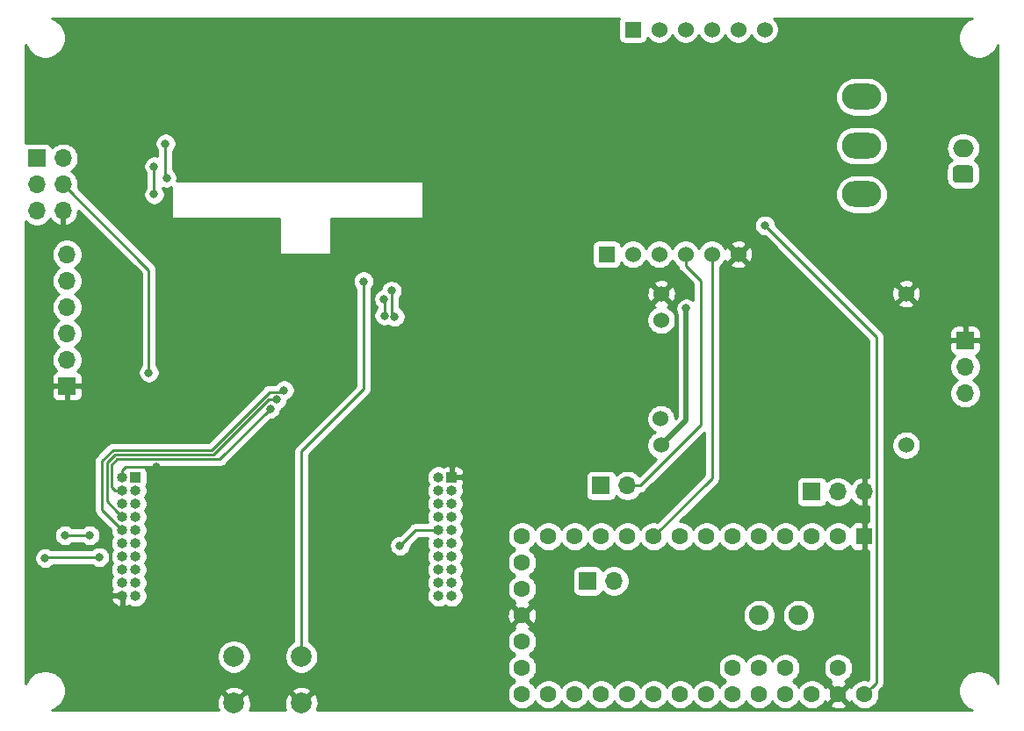
<source format=gbl>
G04 #@! TF.GenerationSoftware,KiCad,Pcbnew,5.1.5-52549c5~84~ubuntu18.04.1*
G04 #@! TF.CreationDate,2020-03-19T13:28:06+05:30*
G04 #@! TF.ProjectId,senseRx_rev1,73656e73-6552-4785-9f72-6576312e6b69,rev?*
G04 #@! TF.SameCoordinates,Original*
G04 #@! TF.FileFunction,Copper,L2,Bot*
G04 #@! TF.FilePolarity,Positive*
%FSLAX46Y46*%
G04 Gerber Fmt 4.6, Leading zero omitted, Abs format (unit mm)*
G04 Created by KiCad (PCBNEW 5.1.5-52549c5~84~ubuntu18.04.1) date 2020-03-19 13:28:06*
%MOMM*%
%LPD*%
G04 APERTURE LIST*
%ADD10O,1.700000X1.700000*%
%ADD11R,1.700000X1.700000*%
%ADD12C,2.000000*%
%ADD13C,0.100000*%
%ADD14O,2.000000X1.700000*%
%ADD15C,1.524000*%
%ADD16R,1.524000X1.524000*%
%ADD17C,1.900000*%
%ADD18R,1.600000X1.600000*%
%ADD19C,1.600000*%
%ADD20R,1.000000X1.000000*%
%ADD21O,1.000000X1.000000*%
%ADD22O,3.800000X2.500000*%
%ADD23C,0.800000*%
%ADD24C,0.250000*%
%ADD25C,0.500000*%
%ADD26C,0.254000*%
G04 APERTURE END LIST*
D10*
X102100000Y-120900000D03*
X102100000Y-123440000D03*
X102100000Y-125980000D03*
X102100000Y-128520000D03*
X102100000Y-131060000D03*
D11*
X102100000Y-133600000D03*
D12*
X124700000Y-159700000D03*
X124700000Y-164200000D03*
X118200000Y-159700000D03*
X118200000Y-164200000D03*
G04 #@! TA.AperFunction,ComponentPad*
D13*
G36*
X189116657Y-112302046D02*
G01*
X189157913Y-112308166D01*
X189198371Y-112318300D01*
X189237640Y-112332351D01*
X189275344Y-112350183D01*
X189311117Y-112371625D01*
X189344617Y-112396471D01*
X189375520Y-112424480D01*
X189403529Y-112455383D01*
X189428375Y-112488883D01*
X189449817Y-112524656D01*
X189467649Y-112562360D01*
X189481700Y-112601629D01*
X189491834Y-112642087D01*
X189497954Y-112683343D01*
X189500000Y-112725000D01*
X189500000Y-113575000D01*
X189497954Y-113616657D01*
X189491834Y-113657913D01*
X189481700Y-113698371D01*
X189467649Y-113737640D01*
X189449817Y-113775344D01*
X189428375Y-113811117D01*
X189403529Y-113844617D01*
X189375520Y-113875520D01*
X189344617Y-113903529D01*
X189311117Y-113928375D01*
X189275344Y-113949817D01*
X189237640Y-113967649D01*
X189198371Y-113981700D01*
X189157913Y-113991834D01*
X189116657Y-113997954D01*
X189075000Y-114000000D01*
X187925000Y-114000000D01*
X187883343Y-113997954D01*
X187842087Y-113991834D01*
X187801629Y-113981700D01*
X187762360Y-113967649D01*
X187724656Y-113949817D01*
X187688883Y-113928375D01*
X187655383Y-113903529D01*
X187624480Y-113875520D01*
X187596471Y-113844617D01*
X187571625Y-113811117D01*
X187550183Y-113775344D01*
X187532351Y-113737640D01*
X187518300Y-113698371D01*
X187508166Y-113657913D01*
X187502046Y-113616657D01*
X187500000Y-113575000D01*
X187500000Y-112725000D01*
X187502046Y-112683343D01*
X187508166Y-112642087D01*
X187518300Y-112601629D01*
X187532351Y-112562360D01*
X187550183Y-112524656D01*
X187571625Y-112488883D01*
X187596471Y-112455383D01*
X187624480Y-112424480D01*
X187655383Y-112396471D01*
X187688883Y-112371625D01*
X187724656Y-112350183D01*
X187762360Y-112332351D01*
X187801629Y-112318300D01*
X187842087Y-112308166D01*
X187883343Y-112302046D01*
X187925000Y-112300000D01*
X189075000Y-112300000D01*
X189116657Y-112302046D01*
G37*
G04 #@! TD.AperFunction*
D14*
X188500000Y-110650000D03*
D15*
X169360000Y-99190000D03*
X166820000Y-99190000D03*
X164280000Y-99190000D03*
X161740000Y-99190000D03*
X159200000Y-99190000D03*
D16*
X156660000Y-99190000D03*
D15*
X166820000Y-120890000D03*
X164280000Y-120890000D03*
X161740000Y-120890000D03*
X159200000Y-120890000D03*
X156660000Y-120890000D03*
D16*
X154120000Y-120890000D03*
D17*
X172650000Y-155730000D03*
X168840000Y-155730000D03*
D18*
X179000000Y-148110000D03*
D19*
X176460000Y-148110000D03*
X173920000Y-148110000D03*
X171380000Y-148110000D03*
X168840000Y-148110000D03*
X166300000Y-148110000D03*
X163760000Y-148110000D03*
X161220000Y-148110000D03*
X158680000Y-148110000D03*
X156140000Y-148110000D03*
X153600000Y-148110000D03*
X151060000Y-148110000D03*
X148520000Y-148110000D03*
X166300000Y-160810000D03*
X168840000Y-160810000D03*
X171380000Y-160810000D03*
X176460000Y-160810000D03*
X179000000Y-163350000D03*
X176460000Y-163350000D03*
X173920000Y-163350000D03*
X171380000Y-163350000D03*
X168840000Y-163350000D03*
X166300000Y-163350000D03*
X163760000Y-163350000D03*
X161220000Y-163350000D03*
X158680000Y-163350000D03*
X156140000Y-163350000D03*
X153600000Y-163350000D03*
X151060000Y-163350000D03*
X148520000Y-163350000D03*
X145980000Y-148110000D03*
X145980000Y-150650000D03*
X145980000Y-153190000D03*
X145980000Y-163350000D03*
X145980000Y-160810000D03*
X145980000Y-158270000D03*
X145980000Y-155730000D03*
D15*
X159400000Y-124700000D03*
X159400000Y-127240000D03*
X159350000Y-136760000D03*
X159400000Y-139300000D03*
X183000000Y-124700000D03*
X183000000Y-139300000D03*
D10*
X178980000Y-143800000D03*
X176440000Y-143800000D03*
D11*
X173900000Y-143800000D03*
D10*
X156140000Y-143200000D03*
D11*
X153600000Y-143200000D03*
D10*
X154840000Y-152400000D03*
D11*
X152300000Y-152400000D03*
D10*
X188700000Y-134280000D03*
X188700000Y-131740000D03*
D11*
X188700000Y-129200000D03*
X99200000Y-111600000D03*
D10*
X101740000Y-111600000D03*
X99200000Y-114140000D03*
X101740000Y-114140000D03*
X99200000Y-116680000D03*
X101740000Y-116680000D03*
D20*
X108700000Y-142400000D03*
D21*
X107430000Y-142400000D03*
X108700000Y-143670000D03*
X107430000Y-143670000D03*
X108700000Y-144940000D03*
X107430000Y-144940000D03*
X108700000Y-146210000D03*
X107430000Y-146210000D03*
X108700000Y-147480000D03*
X107430000Y-147480000D03*
X108700000Y-148750000D03*
X107430000Y-148750000D03*
X108700000Y-150020000D03*
X107430000Y-150020000D03*
X108700000Y-151290000D03*
X107430000Y-151290000D03*
X108700000Y-152560000D03*
X107430000Y-152560000D03*
X108700000Y-153830000D03*
X107430000Y-153830000D03*
X137930000Y-153830000D03*
X139200000Y-153830000D03*
X137930000Y-152560000D03*
X139200000Y-152560000D03*
X137930000Y-151290000D03*
X139200000Y-151290000D03*
X137930000Y-150020000D03*
X139200000Y-150020000D03*
X137930000Y-148750000D03*
X139200000Y-148750000D03*
X137930000Y-147480000D03*
X139200000Y-147480000D03*
X137930000Y-146210000D03*
X139200000Y-146210000D03*
X137930000Y-144940000D03*
X139200000Y-144940000D03*
X137930000Y-143670000D03*
X139200000Y-143670000D03*
X137930000Y-142400000D03*
D20*
X139200000Y-142400000D03*
D22*
X178700000Y-115100000D03*
X178700000Y-110400000D03*
X178700000Y-105700000D03*
D23*
X115700000Y-135900000D03*
X117300000Y-118100000D03*
X116500000Y-118100000D03*
X116500000Y-118900000D03*
X117300000Y-118900000D03*
X120800000Y-118600000D03*
X121600000Y-118600000D03*
X121600000Y-119400000D03*
X120800000Y-119400000D03*
X121700000Y-122400000D03*
X123700000Y-124400000D03*
X121700000Y-127400000D03*
X125700000Y-127400000D03*
X125700000Y-122400000D03*
X130000000Y-118100000D03*
X130800000Y-118100000D03*
X118106403Y-130106403D03*
X118100000Y-130900000D03*
X118900000Y-130900000D03*
X129200000Y-130100000D03*
X129200000Y-130900000D03*
X128400000Y-130900000D03*
X110700000Y-141400000D03*
X103900000Y-145000000D03*
X102800000Y-139800000D03*
X109900000Y-135700000D03*
X108700000Y-131100000D03*
X129100000Y-160700000D03*
X134200000Y-149000000D03*
X110000000Y-132300000D03*
X111600000Y-110200000D03*
X111700000Y-113500000D03*
X130700000Y-123500000D03*
X169400000Y-118100000D03*
X105200000Y-150100000D03*
X100000000Y-150200000D03*
X101900000Y-148000000D03*
X104300000Y-148000000D03*
X110500000Y-112400000D03*
X110500000Y-115100000D03*
X121700000Y-135800000D03*
X122325000Y-134900000D03*
X123025000Y-134000000D03*
X132700000Y-126800000D03*
X132674990Y-125200000D03*
X133400000Y-124400000D03*
X133700000Y-126900000D03*
X161800000Y-126100000D03*
D24*
X117300000Y-118100000D02*
X116500000Y-118100000D01*
X116500000Y-118900000D02*
X117300000Y-118900000D01*
X120800000Y-118600000D02*
X121600000Y-118600000D01*
X121600000Y-119400000D02*
X120800000Y-119400000D01*
X120800000Y-119400000D02*
X120800000Y-121500000D01*
X120800000Y-121500000D02*
X121700000Y-122400000D01*
X121700000Y-122400000D02*
X123700000Y-124400000D01*
X123700000Y-124400000D02*
X123700000Y-125400000D01*
X123700000Y-125400000D02*
X121700000Y-127400000D01*
X123700000Y-125400000D02*
X125700000Y-127400000D01*
X123700000Y-124400000D02*
X125700000Y-122400000D01*
X130000000Y-118100000D02*
X130800000Y-118100000D01*
X118106403Y-130106403D02*
X118106403Y-130893597D01*
X118106403Y-130893597D02*
X118100000Y-130900000D01*
X129200000Y-130100000D02*
X129200000Y-130900000D01*
X107722894Y-141400000D02*
X110700000Y-141400000D01*
X107430000Y-142400000D02*
X107430000Y-141692894D01*
X107430000Y-141692894D02*
X107722894Y-141400000D01*
X137930000Y-147480000D02*
X135720000Y-147480000D01*
X135720000Y-147480000D02*
X134200000Y-149000000D01*
X110000000Y-122400000D02*
X101740000Y-114140000D01*
X110000000Y-124900000D02*
X110000000Y-122400000D01*
X110000000Y-124900000D02*
X110000000Y-132300000D01*
X111600000Y-110200000D02*
X111600000Y-113400000D01*
X111600000Y-113400000D02*
X111700000Y-113500000D01*
X124700000Y-159700000D02*
X124700000Y-139900000D01*
X124700000Y-139900000D02*
X130700000Y-133900000D01*
X130700000Y-133900000D02*
X130700000Y-123500000D01*
X180155001Y-162194999D02*
X179799999Y-162550001D01*
X179799999Y-162550001D02*
X179000000Y-163350000D01*
X180155001Y-128855001D02*
X180155001Y-162194999D01*
X169400000Y-118100000D02*
X180155001Y-128855001D01*
X100100000Y-150100000D02*
X100000000Y-150200000D01*
X105200000Y-150100000D02*
X100100000Y-150100000D01*
X101900000Y-148000000D02*
X104300000Y-148000000D01*
X161740000Y-121967630D02*
X163200000Y-123427630D01*
X161740000Y-120890000D02*
X161740000Y-121967630D01*
X157342081Y-143200000D02*
X156140000Y-143200000D01*
X163200000Y-137342081D02*
X157342081Y-143200000D01*
X163200000Y-123427630D02*
X163200000Y-137342081D01*
X164280000Y-142510000D02*
X158680000Y-148110000D01*
X164280000Y-120890000D02*
X164280000Y-142510000D01*
X110500000Y-112400000D02*
X110500000Y-115100000D01*
X106400000Y-143347106D02*
X106400000Y-141200000D01*
X106722894Y-143670000D02*
X106400000Y-143347106D01*
X107430000Y-143670000D02*
X106722894Y-143670000D01*
X116853549Y-140646451D02*
X106946451Y-140646451D01*
X121700000Y-135800000D02*
X116853549Y-140646451D01*
X106946451Y-140646451D02*
X106400000Y-141200000D01*
X121526998Y-134900000D02*
X116230557Y-140196441D01*
X122325000Y-134900000D02*
X121526998Y-134900000D01*
X105949990Y-141004815D02*
X105949990Y-144729990D01*
X106930001Y-145710001D02*
X107430000Y-146210000D01*
X105949990Y-144729990D02*
X106930001Y-145710001D01*
X106758364Y-140196441D02*
X105949990Y-141004815D01*
X116230557Y-140196441D02*
X106758364Y-140196441D01*
X122850001Y-134174999D02*
X121615589Y-134174999D01*
X123025000Y-134000000D02*
X122850001Y-134174999D01*
X121615589Y-134174999D02*
X116044157Y-139746431D01*
X106930001Y-146980001D02*
X107430000Y-147480000D01*
X105499980Y-145549980D02*
X106930001Y-146980001D01*
X105499980Y-140818415D02*
X105499980Y-145549980D01*
X106571963Y-139746432D02*
X105499980Y-140818415D01*
X116044157Y-139746431D02*
X106571963Y-139746432D01*
X132700000Y-125225010D02*
X132674990Y-125200000D01*
X132700000Y-126800000D02*
X132700000Y-125225010D01*
X133400000Y-126600000D02*
X133700000Y-126900000D01*
X133400000Y-124400000D02*
X133400000Y-126600000D01*
D25*
X159400000Y-139300000D02*
X161800000Y-136900000D01*
X161800000Y-136900000D02*
X161800000Y-126100000D01*
D26*
G36*
X155308498Y-98183820D02*
G01*
X155272188Y-98303518D01*
X155259928Y-98428000D01*
X155259928Y-99952000D01*
X155272188Y-100076482D01*
X155308498Y-100196180D01*
X155367463Y-100306494D01*
X155446815Y-100403185D01*
X155543506Y-100482537D01*
X155653820Y-100541502D01*
X155773518Y-100577812D01*
X155898000Y-100590072D01*
X157422000Y-100590072D01*
X157546482Y-100577812D01*
X157666180Y-100541502D01*
X157776494Y-100482537D01*
X157873185Y-100403185D01*
X157952537Y-100306494D01*
X158011502Y-100196180D01*
X158047812Y-100076482D01*
X158056080Y-99992535D01*
X158114880Y-100080535D01*
X158309465Y-100275120D01*
X158538273Y-100428005D01*
X158792510Y-100533314D01*
X159062408Y-100587000D01*
X159337592Y-100587000D01*
X159607490Y-100533314D01*
X159861727Y-100428005D01*
X160090535Y-100275120D01*
X160285120Y-100080535D01*
X160438005Y-99851727D01*
X160470000Y-99774485D01*
X160501995Y-99851727D01*
X160654880Y-100080535D01*
X160849465Y-100275120D01*
X161078273Y-100428005D01*
X161332510Y-100533314D01*
X161602408Y-100587000D01*
X161877592Y-100587000D01*
X162147490Y-100533314D01*
X162401727Y-100428005D01*
X162630535Y-100275120D01*
X162825120Y-100080535D01*
X162978005Y-99851727D01*
X163010000Y-99774485D01*
X163041995Y-99851727D01*
X163194880Y-100080535D01*
X163389465Y-100275120D01*
X163618273Y-100428005D01*
X163872510Y-100533314D01*
X164142408Y-100587000D01*
X164417592Y-100587000D01*
X164687490Y-100533314D01*
X164941727Y-100428005D01*
X165170535Y-100275120D01*
X165365120Y-100080535D01*
X165518005Y-99851727D01*
X165550000Y-99774485D01*
X165581995Y-99851727D01*
X165734880Y-100080535D01*
X165929465Y-100275120D01*
X166158273Y-100428005D01*
X166412510Y-100533314D01*
X166682408Y-100587000D01*
X166957592Y-100587000D01*
X167227490Y-100533314D01*
X167481727Y-100428005D01*
X167710535Y-100275120D01*
X167905120Y-100080535D01*
X168058005Y-99851727D01*
X168090000Y-99774485D01*
X168121995Y-99851727D01*
X168274880Y-100080535D01*
X168469465Y-100275120D01*
X168698273Y-100428005D01*
X168952510Y-100533314D01*
X169222408Y-100587000D01*
X169497592Y-100587000D01*
X169767490Y-100533314D01*
X170021727Y-100428005D01*
X170250535Y-100275120D01*
X170445120Y-100080535D01*
X170598005Y-99851727D01*
X170703314Y-99597490D01*
X170757000Y-99327592D01*
X170757000Y-99052408D01*
X170703314Y-98782510D01*
X170598005Y-98528273D01*
X170445120Y-98299465D01*
X170272655Y-98127000D01*
X189334766Y-98127000D01*
X189059750Y-98240915D01*
X188734636Y-98458149D01*
X188458149Y-98734636D01*
X188240915Y-99059750D01*
X188091282Y-99420997D01*
X188015000Y-99804495D01*
X188015000Y-100195505D01*
X188091282Y-100579003D01*
X188240915Y-100940250D01*
X188458149Y-101265364D01*
X188734636Y-101541851D01*
X189059750Y-101759085D01*
X189420997Y-101908718D01*
X189804495Y-101985000D01*
X190195505Y-101985000D01*
X190579003Y-101908718D01*
X190940250Y-101759085D01*
X191265364Y-101541851D01*
X191541851Y-101265364D01*
X191759085Y-100940250D01*
X191873000Y-100665234D01*
X191873000Y-162334766D01*
X191759085Y-162059750D01*
X191541851Y-161734636D01*
X191265364Y-161458149D01*
X190940250Y-161240915D01*
X190579003Y-161091282D01*
X190195505Y-161015000D01*
X189804495Y-161015000D01*
X189420997Y-161091282D01*
X189059750Y-161240915D01*
X188734636Y-161458149D01*
X188458149Y-161734636D01*
X188240915Y-162059750D01*
X188091282Y-162420997D01*
X188015000Y-162804495D01*
X188015000Y-163195505D01*
X188091282Y-163579003D01*
X188240915Y-163940250D01*
X188458149Y-164265364D01*
X188734636Y-164541851D01*
X189059750Y-164759085D01*
X189334766Y-164873000D01*
X126190806Y-164873000D01*
X126240704Y-164770429D01*
X126322384Y-164458892D01*
X126341718Y-164137405D01*
X126297961Y-163818325D01*
X126192795Y-163513912D01*
X126099814Y-163339956D01*
X125835413Y-163244192D01*
X124879605Y-164200000D01*
X124893748Y-164214143D01*
X124714143Y-164393748D01*
X124700000Y-164379605D01*
X124685858Y-164393748D01*
X124506253Y-164214143D01*
X124520395Y-164200000D01*
X123564587Y-163244192D01*
X123300186Y-163339956D01*
X123159296Y-163629571D01*
X123077616Y-163941108D01*
X123058282Y-164262595D01*
X123102039Y-164581675D01*
X123202683Y-164873000D01*
X119690806Y-164873000D01*
X119740704Y-164770429D01*
X119822384Y-164458892D01*
X119841718Y-164137405D01*
X119797961Y-163818325D01*
X119692795Y-163513912D01*
X119599814Y-163339956D01*
X119335413Y-163244192D01*
X118379605Y-164200000D01*
X118393748Y-164214143D01*
X118214143Y-164393748D01*
X118200000Y-164379605D01*
X118185858Y-164393748D01*
X118006253Y-164214143D01*
X118020395Y-164200000D01*
X117064587Y-163244192D01*
X116800186Y-163339956D01*
X116659296Y-163629571D01*
X116577616Y-163941108D01*
X116558282Y-164262595D01*
X116602039Y-164581675D01*
X116702683Y-164873000D01*
X100665234Y-164873000D01*
X100940250Y-164759085D01*
X101265364Y-164541851D01*
X101541851Y-164265364D01*
X101759085Y-163940250D01*
X101908718Y-163579003D01*
X101985000Y-163195505D01*
X101985000Y-163064587D01*
X117244192Y-163064587D01*
X118200000Y-164020395D01*
X119155808Y-163064587D01*
X123744192Y-163064587D01*
X124700000Y-164020395D01*
X125655808Y-163064587D01*
X125560044Y-162800186D01*
X125270429Y-162659296D01*
X124958892Y-162577616D01*
X124637405Y-162558282D01*
X124318325Y-162602039D01*
X124013912Y-162707205D01*
X123839956Y-162800186D01*
X123744192Y-163064587D01*
X119155808Y-163064587D01*
X119060044Y-162800186D01*
X118770429Y-162659296D01*
X118458892Y-162577616D01*
X118137405Y-162558282D01*
X117818325Y-162602039D01*
X117513912Y-162707205D01*
X117339956Y-162800186D01*
X117244192Y-163064587D01*
X101985000Y-163064587D01*
X101985000Y-162804495D01*
X101908718Y-162420997D01*
X101759085Y-162059750D01*
X101541851Y-161734636D01*
X101265364Y-161458149D01*
X100940250Y-161240915D01*
X100579003Y-161091282D01*
X100195505Y-161015000D01*
X99804495Y-161015000D01*
X99420997Y-161091282D01*
X99059750Y-161240915D01*
X98734636Y-161458149D01*
X98458149Y-161734636D01*
X98240915Y-162059750D01*
X98127000Y-162334766D01*
X98127000Y-159538967D01*
X116565000Y-159538967D01*
X116565000Y-159861033D01*
X116627832Y-160176912D01*
X116751082Y-160474463D01*
X116930013Y-160742252D01*
X117157748Y-160969987D01*
X117425537Y-161148918D01*
X117723088Y-161272168D01*
X118038967Y-161335000D01*
X118361033Y-161335000D01*
X118676912Y-161272168D01*
X118974463Y-161148918D01*
X119242252Y-160969987D01*
X119469987Y-160742252D01*
X119648918Y-160474463D01*
X119772168Y-160176912D01*
X119835000Y-159861033D01*
X119835000Y-159538967D01*
X123065000Y-159538967D01*
X123065000Y-159861033D01*
X123127832Y-160176912D01*
X123251082Y-160474463D01*
X123430013Y-160742252D01*
X123657748Y-160969987D01*
X123925537Y-161148918D01*
X124223088Y-161272168D01*
X124538967Y-161335000D01*
X124861033Y-161335000D01*
X125176912Y-161272168D01*
X125474463Y-161148918D01*
X125742252Y-160969987D01*
X125969987Y-160742252D01*
X126148918Y-160474463D01*
X126272168Y-160176912D01*
X126335000Y-159861033D01*
X126335000Y-159538967D01*
X126272168Y-159223088D01*
X126148918Y-158925537D01*
X125969987Y-158657748D01*
X125742252Y-158430013D01*
X125474463Y-158251082D01*
X125460000Y-158245091D01*
X125460000Y-158128665D01*
X144545000Y-158128665D01*
X144545000Y-158411335D01*
X144600147Y-158688574D01*
X144708320Y-158949727D01*
X144865363Y-159184759D01*
X145065241Y-159384637D01*
X145297759Y-159540000D01*
X145065241Y-159695363D01*
X144865363Y-159895241D01*
X144708320Y-160130273D01*
X144600147Y-160391426D01*
X144545000Y-160668665D01*
X144545000Y-160951335D01*
X144600147Y-161228574D01*
X144708320Y-161489727D01*
X144865363Y-161724759D01*
X145065241Y-161924637D01*
X145297759Y-162080000D01*
X145065241Y-162235363D01*
X144865363Y-162435241D01*
X144708320Y-162670273D01*
X144600147Y-162931426D01*
X144545000Y-163208665D01*
X144545000Y-163491335D01*
X144600147Y-163768574D01*
X144708320Y-164029727D01*
X144865363Y-164264759D01*
X145065241Y-164464637D01*
X145300273Y-164621680D01*
X145561426Y-164729853D01*
X145838665Y-164785000D01*
X146121335Y-164785000D01*
X146398574Y-164729853D01*
X146659727Y-164621680D01*
X146894759Y-164464637D01*
X147094637Y-164264759D01*
X147250000Y-164032241D01*
X147405363Y-164264759D01*
X147605241Y-164464637D01*
X147840273Y-164621680D01*
X148101426Y-164729853D01*
X148378665Y-164785000D01*
X148661335Y-164785000D01*
X148938574Y-164729853D01*
X149199727Y-164621680D01*
X149434759Y-164464637D01*
X149634637Y-164264759D01*
X149790000Y-164032241D01*
X149945363Y-164264759D01*
X150145241Y-164464637D01*
X150380273Y-164621680D01*
X150641426Y-164729853D01*
X150918665Y-164785000D01*
X151201335Y-164785000D01*
X151478574Y-164729853D01*
X151739727Y-164621680D01*
X151974759Y-164464637D01*
X152174637Y-164264759D01*
X152330000Y-164032241D01*
X152485363Y-164264759D01*
X152685241Y-164464637D01*
X152920273Y-164621680D01*
X153181426Y-164729853D01*
X153458665Y-164785000D01*
X153741335Y-164785000D01*
X154018574Y-164729853D01*
X154279727Y-164621680D01*
X154514759Y-164464637D01*
X154714637Y-164264759D01*
X154870000Y-164032241D01*
X155025363Y-164264759D01*
X155225241Y-164464637D01*
X155460273Y-164621680D01*
X155721426Y-164729853D01*
X155998665Y-164785000D01*
X156281335Y-164785000D01*
X156558574Y-164729853D01*
X156819727Y-164621680D01*
X157054759Y-164464637D01*
X157254637Y-164264759D01*
X157410000Y-164032241D01*
X157565363Y-164264759D01*
X157765241Y-164464637D01*
X158000273Y-164621680D01*
X158261426Y-164729853D01*
X158538665Y-164785000D01*
X158821335Y-164785000D01*
X159098574Y-164729853D01*
X159359727Y-164621680D01*
X159594759Y-164464637D01*
X159794637Y-164264759D01*
X159950000Y-164032241D01*
X160105363Y-164264759D01*
X160305241Y-164464637D01*
X160540273Y-164621680D01*
X160801426Y-164729853D01*
X161078665Y-164785000D01*
X161361335Y-164785000D01*
X161638574Y-164729853D01*
X161899727Y-164621680D01*
X162134759Y-164464637D01*
X162334637Y-164264759D01*
X162490000Y-164032241D01*
X162645363Y-164264759D01*
X162845241Y-164464637D01*
X163080273Y-164621680D01*
X163341426Y-164729853D01*
X163618665Y-164785000D01*
X163901335Y-164785000D01*
X164178574Y-164729853D01*
X164439727Y-164621680D01*
X164674759Y-164464637D01*
X164874637Y-164264759D01*
X165030000Y-164032241D01*
X165185363Y-164264759D01*
X165385241Y-164464637D01*
X165620273Y-164621680D01*
X165881426Y-164729853D01*
X166158665Y-164785000D01*
X166441335Y-164785000D01*
X166718574Y-164729853D01*
X166979727Y-164621680D01*
X167214759Y-164464637D01*
X167414637Y-164264759D01*
X167570000Y-164032241D01*
X167725363Y-164264759D01*
X167925241Y-164464637D01*
X168160273Y-164621680D01*
X168421426Y-164729853D01*
X168698665Y-164785000D01*
X168981335Y-164785000D01*
X169258574Y-164729853D01*
X169519727Y-164621680D01*
X169754759Y-164464637D01*
X169954637Y-164264759D01*
X170110000Y-164032241D01*
X170265363Y-164264759D01*
X170465241Y-164464637D01*
X170700273Y-164621680D01*
X170961426Y-164729853D01*
X171238665Y-164785000D01*
X171521335Y-164785000D01*
X171798574Y-164729853D01*
X172059727Y-164621680D01*
X172294759Y-164464637D01*
X172494637Y-164264759D01*
X172650000Y-164032241D01*
X172805363Y-164264759D01*
X173005241Y-164464637D01*
X173240273Y-164621680D01*
X173501426Y-164729853D01*
X173778665Y-164785000D01*
X174061335Y-164785000D01*
X174338574Y-164729853D01*
X174599727Y-164621680D01*
X174834759Y-164464637D01*
X174956694Y-164342702D01*
X175646903Y-164342702D01*
X175718486Y-164586671D01*
X175973996Y-164707571D01*
X176248184Y-164776300D01*
X176530512Y-164790217D01*
X176810130Y-164748787D01*
X177076292Y-164653603D01*
X177201514Y-164586671D01*
X177273097Y-164342702D01*
X176460000Y-163529605D01*
X175646903Y-164342702D01*
X174956694Y-164342702D01*
X175034637Y-164264759D01*
X175190915Y-164030872D01*
X175223329Y-164091514D01*
X175467298Y-164163097D01*
X176280395Y-163350000D01*
X175467298Y-162536903D01*
X175223329Y-162608486D01*
X175192806Y-162672992D01*
X175191680Y-162670273D01*
X175034637Y-162435241D01*
X174834759Y-162235363D01*
X174599727Y-162078320D01*
X174338574Y-161970147D01*
X174061335Y-161915000D01*
X173778665Y-161915000D01*
X173501426Y-161970147D01*
X173240273Y-162078320D01*
X173005241Y-162235363D01*
X172805363Y-162435241D01*
X172650000Y-162667759D01*
X172494637Y-162435241D01*
X172294759Y-162235363D01*
X172062241Y-162080000D01*
X172294759Y-161924637D01*
X172494637Y-161724759D01*
X172651680Y-161489727D01*
X172759853Y-161228574D01*
X172815000Y-160951335D01*
X172815000Y-160668665D01*
X175025000Y-160668665D01*
X175025000Y-160951335D01*
X175080147Y-161228574D01*
X175188320Y-161489727D01*
X175345363Y-161724759D01*
X175545241Y-161924637D01*
X175779128Y-162080915D01*
X175718486Y-162113329D01*
X175646903Y-162357298D01*
X176460000Y-163170395D01*
X177273097Y-162357298D01*
X177201514Y-162113329D01*
X177137008Y-162082806D01*
X177139727Y-162081680D01*
X177374759Y-161924637D01*
X177574637Y-161724759D01*
X177731680Y-161489727D01*
X177839853Y-161228574D01*
X177895000Y-160951335D01*
X177895000Y-160668665D01*
X177839853Y-160391426D01*
X177731680Y-160130273D01*
X177574637Y-159895241D01*
X177374759Y-159695363D01*
X177139727Y-159538320D01*
X176878574Y-159430147D01*
X176601335Y-159375000D01*
X176318665Y-159375000D01*
X176041426Y-159430147D01*
X175780273Y-159538320D01*
X175545241Y-159695363D01*
X175345363Y-159895241D01*
X175188320Y-160130273D01*
X175080147Y-160391426D01*
X175025000Y-160668665D01*
X172815000Y-160668665D01*
X172759853Y-160391426D01*
X172651680Y-160130273D01*
X172494637Y-159895241D01*
X172294759Y-159695363D01*
X172059727Y-159538320D01*
X171798574Y-159430147D01*
X171521335Y-159375000D01*
X171238665Y-159375000D01*
X170961426Y-159430147D01*
X170700273Y-159538320D01*
X170465241Y-159695363D01*
X170265363Y-159895241D01*
X170110000Y-160127759D01*
X169954637Y-159895241D01*
X169754759Y-159695363D01*
X169519727Y-159538320D01*
X169258574Y-159430147D01*
X168981335Y-159375000D01*
X168698665Y-159375000D01*
X168421426Y-159430147D01*
X168160273Y-159538320D01*
X167925241Y-159695363D01*
X167725363Y-159895241D01*
X167570000Y-160127759D01*
X167414637Y-159895241D01*
X167214759Y-159695363D01*
X166979727Y-159538320D01*
X166718574Y-159430147D01*
X166441335Y-159375000D01*
X166158665Y-159375000D01*
X165881426Y-159430147D01*
X165620273Y-159538320D01*
X165385241Y-159695363D01*
X165185363Y-159895241D01*
X165028320Y-160130273D01*
X164920147Y-160391426D01*
X164865000Y-160668665D01*
X164865000Y-160951335D01*
X164920147Y-161228574D01*
X165028320Y-161489727D01*
X165185363Y-161724759D01*
X165385241Y-161924637D01*
X165617759Y-162080000D01*
X165385241Y-162235363D01*
X165185363Y-162435241D01*
X165030000Y-162667759D01*
X164874637Y-162435241D01*
X164674759Y-162235363D01*
X164439727Y-162078320D01*
X164178574Y-161970147D01*
X163901335Y-161915000D01*
X163618665Y-161915000D01*
X163341426Y-161970147D01*
X163080273Y-162078320D01*
X162845241Y-162235363D01*
X162645363Y-162435241D01*
X162490000Y-162667759D01*
X162334637Y-162435241D01*
X162134759Y-162235363D01*
X161899727Y-162078320D01*
X161638574Y-161970147D01*
X161361335Y-161915000D01*
X161078665Y-161915000D01*
X160801426Y-161970147D01*
X160540273Y-162078320D01*
X160305241Y-162235363D01*
X160105363Y-162435241D01*
X159950000Y-162667759D01*
X159794637Y-162435241D01*
X159594759Y-162235363D01*
X159359727Y-162078320D01*
X159098574Y-161970147D01*
X158821335Y-161915000D01*
X158538665Y-161915000D01*
X158261426Y-161970147D01*
X158000273Y-162078320D01*
X157765241Y-162235363D01*
X157565363Y-162435241D01*
X157410000Y-162667759D01*
X157254637Y-162435241D01*
X157054759Y-162235363D01*
X156819727Y-162078320D01*
X156558574Y-161970147D01*
X156281335Y-161915000D01*
X155998665Y-161915000D01*
X155721426Y-161970147D01*
X155460273Y-162078320D01*
X155225241Y-162235363D01*
X155025363Y-162435241D01*
X154870000Y-162667759D01*
X154714637Y-162435241D01*
X154514759Y-162235363D01*
X154279727Y-162078320D01*
X154018574Y-161970147D01*
X153741335Y-161915000D01*
X153458665Y-161915000D01*
X153181426Y-161970147D01*
X152920273Y-162078320D01*
X152685241Y-162235363D01*
X152485363Y-162435241D01*
X152330000Y-162667759D01*
X152174637Y-162435241D01*
X151974759Y-162235363D01*
X151739727Y-162078320D01*
X151478574Y-161970147D01*
X151201335Y-161915000D01*
X150918665Y-161915000D01*
X150641426Y-161970147D01*
X150380273Y-162078320D01*
X150145241Y-162235363D01*
X149945363Y-162435241D01*
X149790000Y-162667759D01*
X149634637Y-162435241D01*
X149434759Y-162235363D01*
X149199727Y-162078320D01*
X148938574Y-161970147D01*
X148661335Y-161915000D01*
X148378665Y-161915000D01*
X148101426Y-161970147D01*
X147840273Y-162078320D01*
X147605241Y-162235363D01*
X147405363Y-162435241D01*
X147250000Y-162667759D01*
X147094637Y-162435241D01*
X146894759Y-162235363D01*
X146662241Y-162080000D01*
X146894759Y-161924637D01*
X147094637Y-161724759D01*
X147251680Y-161489727D01*
X147359853Y-161228574D01*
X147415000Y-160951335D01*
X147415000Y-160668665D01*
X147359853Y-160391426D01*
X147251680Y-160130273D01*
X147094637Y-159895241D01*
X146894759Y-159695363D01*
X146662241Y-159540000D01*
X146894759Y-159384637D01*
X147094637Y-159184759D01*
X147251680Y-158949727D01*
X147359853Y-158688574D01*
X147415000Y-158411335D01*
X147415000Y-158128665D01*
X147359853Y-157851426D01*
X147251680Y-157590273D01*
X147094637Y-157355241D01*
X146894759Y-157155363D01*
X146660872Y-156999085D01*
X146721514Y-156966671D01*
X146793097Y-156722702D01*
X145980000Y-155909605D01*
X145166903Y-156722702D01*
X145238486Y-156966671D01*
X145302992Y-156997194D01*
X145300273Y-156998320D01*
X145065241Y-157155363D01*
X144865363Y-157355241D01*
X144708320Y-157590273D01*
X144600147Y-157851426D01*
X144545000Y-158128665D01*
X125460000Y-158128665D01*
X125460000Y-155800512D01*
X144539783Y-155800512D01*
X144581213Y-156080130D01*
X144676397Y-156346292D01*
X144743329Y-156471514D01*
X144987298Y-156543097D01*
X145800395Y-155730000D01*
X146159605Y-155730000D01*
X146972702Y-156543097D01*
X147216671Y-156471514D01*
X147337571Y-156216004D01*
X147406300Y-155941816D01*
X147420217Y-155659488D01*
X147407535Y-155573891D01*
X167255000Y-155573891D01*
X167255000Y-155886109D01*
X167315911Y-156192327D01*
X167435391Y-156480779D01*
X167608850Y-156740379D01*
X167829621Y-156961150D01*
X168089221Y-157134609D01*
X168377673Y-157254089D01*
X168683891Y-157315000D01*
X168996109Y-157315000D01*
X169302327Y-157254089D01*
X169590779Y-157134609D01*
X169850379Y-156961150D01*
X170071150Y-156740379D01*
X170244609Y-156480779D01*
X170364089Y-156192327D01*
X170425000Y-155886109D01*
X170425000Y-155573891D01*
X171065000Y-155573891D01*
X171065000Y-155886109D01*
X171125911Y-156192327D01*
X171245391Y-156480779D01*
X171418850Y-156740379D01*
X171639621Y-156961150D01*
X171899221Y-157134609D01*
X172187673Y-157254089D01*
X172493891Y-157315000D01*
X172806109Y-157315000D01*
X173112327Y-157254089D01*
X173400779Y-157134609D01*
X173660379Y-156961150D01*
X173881150Y-156740379D01*
X174054609Y-156480779D01*
X174174089Y-156192327D01*
X174235000Y-155886109D01*
X174235000Y-155573891D01*
X174174089Y-155267673D01*
X174054609Y-154979221D01*
X173881150Y-154719621D01*
X173660379Y-154498850D01*
X173400779Y-154325391D01*
X173112327Y-154205911D01*
X172806109Y-154145000D01*
X172493891Y-154145000D01*
X172187673Y-154205911D01*
X171899221Y-154325391D01*
X171639621Y-154498850D01*
X171418850Y-154719621D01*
X171245391Y-154979221D01*
X171125911Y-155267673D01*
X171065000Y-155573891D01*
X170425000Y-155573891D01*
X170364089Y-155267673D01*
X170244609Y-154979221D01*
X170071150Y-154719621D01*
X169850379Y-154498850D01*
X169590779Y-154325391D01*
X169302327Y-154205911D01*
X168996109Y-154145000D01*
X168683891Y-154145000D01*
X168377673Y-154205911D01*
X168089221Y-154325391D01*
X167829621Y-154498850D01*
X167608850Y-154719621D01*
X167435391Y-154979221D01*
X167315911Y-155267673D01*
X167255000Y-155573891D01*
X147407535Y-155573891D01*
X147378787Y-155379870D01*
X147283603Y-155113708D01*
X147216671Y-154988486D01*
X146972702Y-154916903D01*
X146159605Y-155730000D01*
X145800395Y-155730000D01*
X144987298Y-154916903D01*
X144743329Y-154988486D01*
X144622429Y-155243996D01*
X144553700Y-155518184D01*
X144539783Y-155800512D01*
X125460000Y-155800512D01*
X125460000Y-148898061D01*
X133165000Y-148898061D01*
X133165000Y-149101939D01*
X133204774Y-149301898D01*
X133282795Y-149490256D01*
X133396063Y-149659774D01*
X133540226Y-149803937D01*
X133709744Y-149917205D01*
X133898102Y-149995226D01*
X134098061Y-150035000D01*
X134301939Y-150035000D01*
X134501898Y-149995226D01*
X134690256Y-149917205D01*
X134859774Y-149803937D01*
X135003937Y-149659774D01*
X135117205Y-149490256D01*
X135195226Y-149301898D01*
X135235000Y-149101939D01*
X135235000Y-149039801D01*
X136034802Y-148240000D01*
X136912734Y-148240000D01*
X136838617Y-148418933D01*
X136795000Y-148638212D01*
X136795000Y-148861788D01*
X136838617Y-149081067D01*
X136924176Y-149287624D01*
X136989241Y-149385000D01*
X136924176Y-149482376D01*
X136838617Y-149688933D01*
X136795000Y-149908212D01*
X136795000Y-150131788D01*
X136838617Y-150351067D01*
X136924176Y-150557624D01*
X136989241Y-150655000D01*
X136924176Y-150752376D01*
X136838617Y-150958933D01*
X136795000Y-151178212D01*
X136795000Y-151401788D01*
X136838617Y-151621067D01*
X136924176Y-151827624D01*
X136989241Y-151925000D01*
X136924176Y-152022376D01*
X136838617Y-152228933D01*
X136795000Y-152448212D01*
X136795000Y-152671788D01*
X136838617Y-152891067D01*
X136924176Y-153097624D01*
X136989241Y-153195000D01*
X136924176Y-153292376D01*
X136838617Y-153498933D01*
X136795000Y-153718212D01*
X136795000Y-153941788D01*
X136838617Y-154161067D01*
X136924176Y-154367624D01*
X137048388Y-154553520D01*
X137206480Y-154711612D01*
X137392376Y-154835824D01*
X137598933Y-154921383D01*
X137818212Y-154965000D01*
X138041788Y-154965000D01*
X138261067Y-154921383D01*
X138467624Y-154835824D01*
X138565000Y-154770759D01*
X138662376Y-154835824D01*
X138868933Y-154921383D01*
X139088212Y-154965000D01*
X139311788Y-154965000D01*
X139531067Y-154921383D01*
X139737624Y-154835824D01*
X139923520Y-154711612D01*
X140081612Y-154553520D01*
X140205824Y-154367624D01*
X140291383Y-154161067D01*
X140335000Y-153941788D01*
X140335000Y-153718212D01*
X140291383Y-153498933D01*
X140205824Y-153292376D01*
X140140759Y-153195000D01*
X140205824Y-153097624D01*
X140291383Y-152891067D01*
X140335000Y-152671788D01*
X140335000Y-152448212D01*
X140291383Y-152228933D01*
X140205824Y-152022376D01*
X140140759Y-151925000D01*
X140205824Y-151827624D01*
X140291383Y-151621067D01*
X140335000Y-151401788D01*
X140335000Y-151178212D01*
X140291383Y-150958933D01*
X140205824Y-150752376D01*
X140140759Y-150655000D01*
X140205824Y-150557624D01*
X140291383Y-150351067D01*
X140335000Y-150131788D01*
X140335000Y-149908212D01*
X140291383Y-149688933D01*
X140205824Y-149482376D01*
X140140759Y-149385000D01*
X140205824Y-149287624D01*
X140291383Y-149081067D01*
X140335000Y-148861788D01*
X140335000Y-148638212D01*
X140291383Y-148418933D01*
X140205824Y-148212376D01*
X140140759Y-148115000D01*
X140205824Y-148017624D01*
X140226103Y-147968665D01*
X144545000Y-147968665D01*
X144545000Y-148251335D01*
X144600147Y-148528574D01*
X144708320Y-148789727D01*
X144865363Y-149024759D01*
X145065241Y-149224637D01*
X145297759Y-149380000D01*
X145065241Y-149535363D01*
X144865363Y-149735241D01*
X144708320Y-149970273D01*
X144600147Y-150231426D01*
X144545000Y-150508665D01*
X144545000Y-150791335D01*
X144600147Y-151068574D01*
X144708320Y-151329727D01*
X144865363Y-151564759D01*
X145065241Y-151764637D01*
X145297759Y-151920000D01*
X145065241Y-152075363D01*
X144865363Y-152275241D01*
X144708320Y-152510273D01*
X144600147Y-152771426D01*
X144545000Y-153048665D01*
X144545000Y-153331335D01*
X144600147Y-153608574D01*
X144708320Y-153869727D01*
X144865363Y-154104759D01*
X145065241Y-154304637D01*
X145299128Y-154460915D01*
X145238486Y-154493329D01*
X145166903Y-154737298D01*
X145980000Y-155550395D01*
X146793097Y-154737298D01*
X146721514Y-154493329D01*
X146657008Y-154462806D01*
X146659727Y-154461680D01*
X146894759Y-154304637D01*
X147094637Y-154104759D01*
X147251680Y-153869727D01*
X147359853Y-153608574D01*
X147415000Y-153331335D01*
X147415000Y-153048665D01*
X147359853Y-152771426D01*
X147251680Y-152510273D01*
X147094637Y-152275241D01*
X146894759Y-152075363D01*
X146662241Y-151920000D01*
X146894759Y-151764637D01*
X147094637Y-151564759D01*
X147104498Y-151550000D01*
X150811928Y-151550000D01*
X150811928Y-153250000D01*
X150824188Y-153374482D01*
X150860498Y-153494180D01*
X150919463Y-153604494D01*
X150998815Y-153701185D01*
X151095506Y-153780537D01*
X151205820Y-153839502D01*
X151325518Y-153875812D01*
X151450000Y-153888072D01*
X153150000Y-153888072D01*
X153274482Y-153875812D01*
X153394180Y-153839502D01*
X153504494Y-153780537D01*
X153601185Y-153701185D01*
X153680537Y-153604494D01*
X153739502Y-153494180D01*
X153761513Y-153421620D01*
X153893368Y-153553475D01*
X154136589Y-153715990D01*
X154406842Y-153827932D01*
X154693740Y-153885000D01*
X154986260Y-153885000D01*
X155273158Y-153827932D01*
X155543411Y-153715990D01*
X155786632Y-153553475D01*
X155993475Y-153346632D01*
X156155990Y-153103411D01*
X156267932Y-152833158D01*
X156325000Y-152546260D01*
X156325000Y-152253740D01*
X156267932Y-151966842D01*
X156155990Y-151696589D01*
X155993475Y-151453368D01*
X155786632Y-151246525D01*
X155543411Y-151084010D01*
X155273158Y-150972068D01*
X154986260Y-150915000D01*
X154693740Y-150915000D01*
X154406842Y-150972068D01*
X154136589Y-151084010D01*
X153893368Y-151246525D01*
X153761513Y-151378380D01*
X153739502Y-151305820D01*
X153680537Y-151195506D01*
X153601185Y-151098815D01*
X153504494Y-151019463D01*
X153394180Y-150960498D01*
X153274482Y-150924188D01*
X153150000Y-150911928D01*
X151450000Y-150911928D01*
X151325518Y-150924188D01*
X151205820Y-150960498D01*
X151095506Y-151019463D01*
X150998815Y-151098815D01*
X150919463Y-151195506D01*
X150860498Y-151305820D01*
X150824188Y-151425518D01*
X150811928Y-151550000D01*
X147104498Y-151550000D01*
X147251680Y-151329727D01*
X147359853Y-151068574D01*
X147415000Y-150791335D01*
X147415000Y-150508665D01*
X147359853Y-150231426D01*
X147251680Y-149970273D01*
X147094637Y-149735241D01*
X146894759Y-149535363D01*
X146662241Y-149380000D01*
X146894759Y-149224637D01*
X147094637Y-149024759D01*
X147250000Y-148792241D01*
X147405363Y-149024759D01*
X147605241Y-149224637D01*
X147840273Y-149381680D01*
X148101426Y-149489853D01*
X148378665Y-149545000D01*
X148661335Y-149545000D01*
X148938574Y-149489853D01*
X149199727Y-149381680D01*
X149434759Y-149224637D01*
X149634637Y-149024759D01*
X149790000Y-148792241D01*
X149945363Y-149024759D01*
X150145241Y-149224637D01*
X150380273Y-149381680D01*
X150641426Y-149489853D01*
X150918665Y-149545000D01*
X151201335Y-149545000D01*
X151478574Y-149489853D01*
X151739727Y-149381680D01*
X151974759Y-149224637D01*
X152174637Y-149024759D01*
X152330000Y-148792241D01*
X152485363Y-149024759D01*
X152685241Y-149224637D01*
X152920273Y-149381680D01*
X153181426Y-149489853D01*
X153458665Y-149545000D01*
X153741335Y-149545000D01*
X154018574Y-149489853D01*
X154279727Y-149381680D01*
X154514759Y-149224637D01*
X154714637Y-149024759D01*
X154870000Y-148792241D01*
X155025363Y-149024759D01*
X155225241Y-149224637D01*
X155460273Y-149381680D01*
X155721426Y-149489853D01*
X155998665Y-149545000D01*
X156281335Y-149545000D01*
X156558574Y-149489853D01*
X156819727Y-149381680D01*
X157054759Y-149224637D01*
X157254637Y-149024759D01*
X157410000Y-148792241D01*
X157565363Y-149024759D01*
X157765241Y-149224637D01*
X158000273Y-149381680D01*
X158261426Y-149489853D01*
X158538665Y-149545000D01*
X158821335Y-149545000D01*
X159098574Y-149489853D01*
X159359727Y-149381680D01*
X159594759Y-149224637D01*
X159794637Y-149024759D01*
X159950000Y-148792241D01*
X160105363Y-149024759D01*
X160305241Y-149224637D01*
X160540273Y-149381680D01*
X160801426Y-149489853D01*
X161078665Y-149545000D01*
X161361335Y-149545000D01*
X161638574Y-149489853D01*
X161899727Y-149381680D01*
X162134759Y-149224637D01*
X162334637Y-149024759D01*
X162490000Y-148792241D01*
X162645363Y-149024759D01*
X162845241Y-149224637D01*
X163080273Y-149381680D01*
X163341426Y-149489853D01*
X163618665Y-149545000D01*
X163901335Y-149545000D01*
X164178574Y-149489853D01*
X164439727Y-149381680D01*
X164674759Y-149224637D01*
X164874637Y-149024759D01*
X165030000Y-148792241D01*
X165185363Y-149024759D01*
X165385241Y-149224637D01*
X165620273Y-149381680D01*
X165881426Y-149489853D01*
X166158665Y-149545000D01*
X166441335Y-149545000D01*
X166718574Y-149489853D01*
X166979727Y-149381680D01*
X167214759Y-149224637D01*
X167414637Y-149024759D01*
X167570000Y-148792241D01*
X167725363Y-149024759D01*
X167925241Y-149224637D01*
X168160273Y-149381680D01*
X168421426Y-149489853D01*
X168698665Y-149545000D01*
X168981335Y-149545000D01*
X169258574Y-149489853D01*
X169519727Y-149381680D01*
X169754759Y-149224637D01*
X169954637Y-149024759D01*
X170110000Y-148792241D01*
X170265363Y-149024759D01*
X170465241Y-149224637D01*
X170700273Y-149381680D01*
X170961426Y-149489853D01*
X171238665Y-149545000D01*
X171521335Y-149545000D01*
X171798574Y-149489853D01*
X172059727Y-149381680D01*
X172294759Y-149224637D01*
X172494637Y-149024759D01*
X172650000Y-148792241D01*
X172805363Y-149024759D01*
X173005241Y-149224637D01*
X173240273Y-149381680D01*
X173501426Y-149489853D01*
X173778665Y-149545000D01*
X174061335Y-149545000D01*
X174338574Y-149489853D01*
X174599727Y-149381680D01*
X174834759Y-149224637D01*
X175034637Y-149024759D01*
X175190000Y-148792241D01*
X175345363Y-149024759D01*
X175545241Y-149224637D01*
X175780273Y-149381680D01*
X176041426Y-149489853D01*
X176318665Y-149545000D01*
X176601335Y-149545000D01*
X176878574Y-149489853D01*
X177139727Y-149381680D01*
X177374759Y-149224637D01*
X177573357Y-149026039D01*
X177574188Y-149034482D01*
X177610498Y-149154180D01*
X177669463Y-149264494D01*
X177748815Y-149361185D01*
X177845506Y-149440537D01*
X177955820Y-149499502D01*
X178075518Y-149535812D01*
X178200000Y-149548072D01*
X178714250Y-149545000D01*
X178873000Y-149386250D01*
X178873000Y-148237000D01*
X178853000Y-148237000D01*
X178853000Y-147983000D01*
X178873000Y-147983000D01*
X178873000Y-146833750D01*
X178714250Y-146675000D01*
X178200000Y-146671928D01*
X178075518Y-146684188D01*
X177955820Y-146720498D01*
X177845506Y-146779463D01*
X177748815Y-146858815D01*
X177669463Y-146955506D01*
X177610498Y-147065820D01*
X177574188Y-147185518D01*
X177573357Y-147193961D01*
X177374759Y-146995363D01*
X177139727Y-146838320D01*
X176878574Y-146730147D01*
X176601335Y-146675000D01*
X176318665Y-146675000D01*
X176041426Y-146730147D01*
X175780273Y-146838320D01*
X175545241Y-146995363D01*
X175345363Y-147195241D01*
X175190000Y-147427759D01*
X175034637Y-147195241D01*
X174834759Y-146995363D01*
X174599727Y-146838320D01*
X174338574Y-146730147D01*
X174061335Y-146675000D01*
X173778665Y-146675000D01*
X173501426Y-146730147D01*
X173240273Y-146838320D01*
X173005241Y-146995363D01*
X172805363Y-147195241D01*
X172650000Y-147427759D01*
X172494637Y-147195241D01*
X172294759Y-146995363D01*
X172059727Y-146838320D01*
X171798574Y-146730147D01*
X171521335Y-146675000D01*
X171238665Y-146675000D01*
X170961426Y-146730147D01*
X170700273Y-146838320D01*
X170465241Y-146995363D01*
X170265363Y-147195241D01*
X170110000Y-147427759D01*
X169954637Y-147195241D01*
X169754759Y-146995363D01*
X169519727Y-146838320D01*
X169258574Y-146730147D01*
X168981335Y-146675000D01*
X168698665Y-146675000D01*
X168421426Y-146730147D01*
X168160273Y-146838320D01*
X167925241Y-146995363D01*
X167725363Y-147195241D01*
X167570000Y-147427759D01*
X167414637Y-147195241D01*
X167214759Y-146995363D01*
X166979727Y-146838320D01*
X166718574Y-146730147D01*
X166441335Y-146675000D01*
X166158665Y-146675000D01*
X165881426Y-146730147D01*
X165620273Y-146838320D01*
X165385241Y-146995363D01*
X165185363Y-147195241D01*
X165030000Y-147427759D01*
X164874637Y-147195241D01*
X164674759Y-146995363D01*
X164439727Y-146838320D01*
X164178574Y-146730147D01*
X163901335Y-146675000D01*
X163618665Y-146675000D01*
X163341426Y-146730147D01*
X163080273Y-146838320D01*
X162845241Y-146995363D01*
X162645363Y-147195241D01*
X162490000Y-147427759D01*
X162334637Y-147195241D01*
X162134759Y-146995363D01*
X161899727Y-146838320D01*
X161638574Y-146730147D01*
X161361335Y-146675000D01*
X161189801Y-146675000D01*
X164791003Y-143073799D01*
X164820001Y-143050001D01*
X164902070Y-142950000D01*
X172411928Y-142950000D01*
X172411928Y-144650000D01*
X172424188Y-144774482D01*
X172460498Y-144894180D01*
X172519463Y-145004494D01*
X172598815Y-145101185D01*
X172695506Y-145180537D01*
X172805820Y-145239502D01*
X172925518Y-145275812D01*
X173050000Y-145288072D01*
X174750000Y-145288072D01*
X174874482Y-145275812D01*
X174994180Y-145239502D01*
X175104494Y-145180537D01*
X175201185Y-145101185D01*
X175280537Y-145004494D01*
X175339502Y-144894180D01*
X175361513Y-144821620D01*
X175493368Y-144953475D01*
X175736589Y-145115990D01*
X176006842Y-145227932D01*
X176293740Y-145285000D01*
X176586260Y-145285000D01*
X176873158Y-145227932D01*
X177143411Y-145115990D01*
X177386632Y-144953475D01*
X177593475Y-144746632D01*
X177715195Y-144564466D01*
X177784822Y-144681355D01*
X177979731Y-144897588D01*
X178213080Y-145071641D01*
X178475901Y-145196825D01*
X178623110Y-145241476D01*
X178853000Y-145120155D01*
X178853000Y-143927000D01*
X178833000Y-143927000D01*
X178833000Y-143673000D01*
X178853000Y-143673000D01*
X178853000Y-142479845D01*
X178623110Y-142358524D01*
X178475901Y-142403175D01*
X178213080Y-142528359D01*
X177979731Y-142702412D01*
X177784822Y-142918645D01*
X177715195Y-143035534D01*
X177593475Y-142853368D01*
X177386632Y-142646525D01*
X177143411Y-142484010D01*
X176873158Y-142372068D01*
X176586260Y-142315000D01*
X176293740Y-142315000D01*
X176006842Y-142372068D01*
X175736589Y-142484010D01*
X175493368Y-142646525D01*
X175361513Y-142778380D01*
X175339502Y-142705820D01*
X175280537Y-142595506D01*
X175201185Y-142498815D01*
X175104494Y-142419463D01*
X174994180Y-142360498D01*
X174874482Y-142324188D01*
X174750000Y-142311928D01*
X173050000Y-142311928D01*
X172925518Y-142324188D01*
X172805820Y-142360498D01*
X172695506Y-142419463D01*
X172598815Y-142498815D01*
X172519463Y-142595506D01*
X172460498Y-142705820D01*
X172424188Y-142825518D01*
X172411928Y-142950000D01*
X164902070Y-142950000D01*
X164914974Y-142934277D01*
X164985546Y-142802247D01*
X164991291Y-142783307D01*
X165029003Y-142658986D01*
X165040000Y-142547333D01*
X165040000Y-142547323D01*
X165043676Y-142510000D01*
X165040000Y-142472677D01*
X165040000Y-122062341D01*
X165170535Y-121975120D01*
X165290090Y-121855565D01*
X166034040Y-121855565D01*
X166101020Y-122095656D01*
X166350048Y-122212756D01*
X166617135Y-122279023D01*
X166892017Y-122291910D01*
X167164133Y-122250922D01*
X167423023Y-122157636D01*
X167538980Y-122095656D01*
X167605960Y-121855565D01*
X166820000Y-121069605D01*
X166034040Y-121855565D01*
X165290090Y-121855565D01*
X165365120Y-121780535D01*
X165518005Y-121551727D01*
X165547692Y-121480057D01*
X165552364Y-121493023D01*
X165614344Y-121608980D01*
X165854435Y-121675960D01*
X166640395Y-120890000D01*
X166999605Y-120890000D01*
X167785565Y-121675960D01*
X168025656Y-121608980D01*
X168142756Y-121359952D01*
X168209023Y-121092865D01*
X168221910Y-120817983D01*
X168180922Y-120545867D01*
X168087636Y-120286977D01*
X168025656Y-120171020D01*
X167785565Y-120104040D01*
X166999605Y-120890000D01*
X166640395Y-120890000D01*
X165854435Y-120104040D01*
X165614344Y-120171020D01*
X165550515Y-120306760D01*
X165518005Y-120228273D01*
X165365120Y-119999465D01*
X165290090Y-119924435D01*
X166034040Y-119924435D01*
X166820000Y-120710395D01*
X167605960Y-119924435D01*
X167538980Y-119684344D01*
X167289952Y-119567244D01*
X167022865Y-119500977D01*
X166747983Y-119488090D01*
X166475867Y-119529078D01*
X166216977Y-119622364D01*
X166101020Y-119684344D01*
X166034040Y-119924435D01*
X165290090Y-119924435D01*
X165170535Y-119804880D01*
X164941727Y-119651995D01*
X164687490Y-119546686D01*
X164417592Y-119493000D01*
X164142408Y-119493000D01*
X163872510Y-119546686D01*
X163618273Y-119651995D01*
X163389465Y-119804880D01*
X163194880Y-119999465D01*
X163041995Y-120228273D01*
X163010000Y-120305515D01*
X162978005Y-120228273D01*
X162825120Y-119999465D01*
X162630535Y-119804880D01*
X162401727Y-119651995D01*
X162147490Y-119546686D01*
X161877592Y-119493000D01*
X161602408Y-119493000D01*
X161332510Y-119546686D01*
X161078273Y-119651995D01*
X160849465Y-119804880D01*
X160654880Y-119999465D01*
X160501995Y-120228273D01*
X160470000Y-120305515D01*
X160438005Y-120228273D01*
X160285120Y-119999465D01*
X160090535Y-119804880D01*
X159861727Y-119651995D01*
X159607490Y-119546686D01*
X159337592Y-119493000D01*
X159062408Y-119493000D01*
X158792510Y-119546686D01*
X158538273Y-119651995D01*
X158309465Y-119804880D01*
X158114880Y-119999465D01*
X157961995Y-120228273D01*
X157930000Y-120305515D01*
X157898005Y-120228273D01*
X157745120Y-119999465D01*
X157550535Y-119804880D01*
X157321727Y-119651995D01*
X157067490Y-119546686D01*
X156797592Y-119493000D01*
X156522408Y-119493000D01*
X156252510Y-119546686D01*
X155998273Y-119651995D01*
X155769465Y-119804880D01*
X155574880Y-119999465D01*
X155516080Y-120087465D01*
X155507812Y-120003518D01*
X155471502Y-119883820D01*
X155412537Y-119773506D01*
X155333185Y-119676815D01*
X155236494Y-119597463D01*
X155126180Y-119538498D01*
X155006482Y-119502188D01*
X154882000Y-119489928D01*
X153358000Y-119489928D01*
X153233518Y-119502188D01*
X153113820Y-119538498D01*
X153003506Y-119597463D01*
X152906815Y-119676815D01*
X152827463Y-119773506D01*
X152768498Y-119883820D01*
X152732188Y-120003518D01*
X152719928Y-120128000D01*
X152719928Y-121652000D01*
X152732188Y-121776482D01*
X152768498Y-121896180D01*
X152827463Y-122006494D01*
X152906815Y-122103185D01*
X153003506Y-122182537D01*
X153113820Y-122241502D01*
X153233518Y-122277812D01*
X153358000Y-122290072D01*
X154882000Y-122290072D01*
X155006482Y-122277812D01*
X155126180Y-122241502D01*
X155236494Y-122182537D01*
X155333185Y-122103185D01*
X155412537Y-122006494D01*
X155471502Y-121896180D01*
X155507812Y-121776482D01*
X155516080Y-121692535D01*
X155574880Y-121780535D01*
X155769465Y-121975120D01*
X155998273Y-122128005D01*
X156252510Y-122233314D01*
X156522408Y-122287000D01*
X156797592Y-122287000D01*
X157067490Y-122233314D01*
X157321727Y-122128005D01*
X157550535Y-121975120D01*
X157745120Y-121780535D01*
X157898005Y-121551727D01*
X157930000Y-121474485D01*
X157961995Y-121551727D01*
X158114880Y-121780535D01*
X158309465Y-121975120D01*
X158538273Y-122128005D01*
X158792510Y-122233314D01*
X159062408Y-122287000D01*
X159337592Y-122287000D01*
X159607490Y-122233314D01*
X159861727Y-122128005D01*
X160090535Y-121975120D01*
X160285120Y-121780535D01*
X160438005Y-121551727D01*
X160470000Y-121474485D01*
X160501995Y-121551727D01*
X160654880Y-121780535D01*
X160849465Y-121975120D01*
X160986051Y-122066384D01*
X160990998Y-122116615D01*
X161034454Y-122259876D01*
X161105026Y-122391906D01*
X161176201Y-122478632D01*
X161200000Y-122507631D01*
X161228998Y-122531429D01*
X162440000Y-123742432D01*
X162440000Y-125282851D01*
X162290256Y-125182795D01*
X162101898Y-125104774D01*
X161901939Y-125065000D01*
X161698061Y-125065000D01*
X161498102Y-125104774D01*
X161309744Y-125182795D01*
X161140226Y-125296063D01*
X160996063Y-125440226D01*
X160882795Y-125609744D01*
X160804774Y-125798102D01*
X160765000Y-125998061D01*
X160765000Y-126201939D01*
X160804774Y-126401898D01*
X160882795Y-126590256D01*
X160915001Y-126638456D01*
X160915000Y-136533421D01*
X160747000Y-136701421D01*
X160747000Y-136622408D01*
X160693314Y-136352510D01*
X160588005Y-136098273D01*
X160435120Y-135869465D01*
X160240535Y-135674880D01*
X160011727Y-135521995D01*
X159757490Y-135416686D01*
X159487592Y-135363000D01*
X159212408Y-135363000D01*
X158942510Y-135416686D01*
X158688273Y-135521995D01*
X158459465Y-135674880D01*
X158264880Y-135869465D01*
X158111995Y-136098273D01*
X158006686Y-136352510D01*
X157953000Y-136622408D01*
X157953000Y-136897592D01*
X158006686Y-137167490D01*
X158111995Y-137421727D01*
X158264880Y-137650535D01*
X158459465Y-137845120D01*
X158688273Y-137998005D01*
X158790515Y-138040355D01*
X158738273Y-138061995D01*
X158509465Y-138214880D01*
X158314880Y-138409465D01*
X158161995Y-138638273D01*
X158056686Y-138892510D01*
X158003000Y-139162408D01*
X158003000Y-139437592D01*
X158056686Y-139707490D01*
X158161995Y-139961727D01*
X158314880Y-140190535D01*
X158509465Y-140385120D01*
X158738273Y-140538005D01*
X158873331Y-140593948D01*
X157253693Y-142213586D01*
X157086632Y-142046525D01*
X156843411Y-141884010D01*
X156573158Y-141772068D01*
X156286260Y-141715000D01*
X155993740Y-141715000D01*
X155706842Y-141772068D01*
X155436589Y-141884010D01*
X155193368Y-142046525D01*
X155061513Y-142178380D01*
X155039502Y-142105820D01*
X154980537Y-141995506D01*
X154901185Y-141898815D01*
X154804494Y-141819463D01*
X154694180Y-141760498D01*
X154574482Y-141724188D01*
X154450000Y-141711928D01*
X152750000Y-141711928D01*
X152625518Y-141724188D01*
X152505820Y-141760498D01*
X152395506Y-141819463D01*
X152298815Y-141898815D01*
X152219463Y-141995506D01*
X152160498Y-142105820D01*
X152124188Y-142225518D01*
X152111928Y-142350000D01*
X152111928Y-144050000D01*
X152124188Y-144174482D01*
X152160498Y-144294180D01*
X152219463Y-144404494D01*
X152298815Y-144501185D01*
X152395506Y-144580537D01*
X152505820Y-144639502D01*
X152625518Y-144675812D01*
X152750000Y-144688072D01*
X154450000Y-144688072D01*
X154574482Y-144675812D01*
X154694180Y-144639502D01*
X154804494Y-144580537D01*
X154901185Y-144501185D01*
X154980537Y-144404494D01*
X155039502Y-144294180D01*
X155061513Y-144221620D01*
X155193368Y-144353475D01*
X155436589Y-144515990D01*
X155706842Y-144627932D01*
X155993740Y-144685000D01*
X156286260Y-144685000D01*
X156573158Y-144627932D01*
X156843411Y-144515990D01*
X157086632Y-144353475D01*
X157293475Y-144146632D01*
X157420909Y-143955913D01*
X157491067Y-143949003D01*
X157634328Y-143905546D01*
X157766357Y-143834974D01*
X157882082Y-143740001D01*
X157905885Y-143710997D01*
X163520001Y-138096883D01*
X163520001Y-142195197D01*
X159003887Y-146711312D01*
X158821335Y-146675000D01*
X158538665Y-146675000D01*
X158261426Y-146730147D01*
X158000273Y-146838320D01*
X157765241Y-146995363D01*
X157565363Y-147195241D01*
X157410000Y-147427759D01*
X157254637Y-147195241D01*
X157054759Y-146995363D01*
X156819727Y-146838320D01*
X156558574Y-146730147D01*
X156281335Y-146675000D01*
X155998665Y-146675000D01*
X155721426Y-146730147D01*
X155460273Y-146838320D01*
X155225241Y-146995363D01*
X155025363Y-147195241D01*
X154870000Y-147427759D01*
X154714637Y-147195241D01*
X154514759Y-146995363D01*
X154279727Y-146838320D01*
X154018574Y-146730147D01*
X153741335Y-146675000D01*
X153458665Y-146675000D01*
X153181426Y-146730147D01*
X152920273Y-146838320D01*
X152685241Y-146995363D01*
X152485363Y-147195241D01*
X152330000Y-147427759D01*
X152174637Y-147195241D01*
X151974759Y-146995363D01*
X151739727Y-146838320D01*
X151478574Y-146730147D01*
X151201335Y-146675000D01*
X150918665Y-146675000D01*
X150641426Y-146730147D01*
X150380273Y-146838320D01*
X150145241Y-146995363D01*
X149945363Y-147195241D01*
X149790000Y-147427759D01*
X149634637Y-147195241D01*
X149434759Y-146995363D01*
X149199727Y-146838320D01*
X148938574Y-146730147D01*
X148661335Y-146675000D01*
X148378665Y-146675000D01*
X148101426Y-146730147D01*
X147840273Y-146838320D01*
X147605241Y-146995363D01*
X147405363Y-147195241D01*
X147250000Y-147427759D01*
X147094637Y-147195241D01*
X146894759Y-146995363D01*
X146659727Y-146838320D01*
X146398574Y-146730147D01*
X146121335Y-146675000D01*
X145838665Y-146675000D01*
X145561426Y-146730147D01*
X145300273Y-146838320D01*
X145065241Y-146995363D01*
X144865363Y-147195241D01*
X144708320Y-147430273D01*
X144600147Y-147691426D01*
X144545000Y-147968665D01*
X140226103Y-147968665D01*
X140291383Y-147811067D01*
X140335000Y-147591788D01*
X140335000Y-147368212D01*
X140291383Y-147148933D01*
X140205824Y-146942376D01*
X140140759Y-146845000D01*
X140205824Y-146747624D01*
X140291383Y-146541067D01*
X140335000Y-146321788D01*
X140335000Y-146098212D01*
X140291383Y-145878933D01*
X140205824Y-145672376D01*
X140140759Y-145575000D01*
X140205824Y-145477624D01*
X140291383Y-145271067D01*
X140335000Y-145051788D01*
X140335000Y-144828212D01*
X140291383Y-144608933D01*
X140205824Y-144402376D01*
X140140759Y-144305000D01*
X140205824Y-144207624D01*
X140291383Y-144001067D01*
X140335000Y-143781788D01*
X140335000Y-143558212D01*
X140291383Y-143338933D01*
X140245112Y-143227226D01*
X140289502Y-143144180D01*
X140325812Y-143024482D01*
X140338072Y-142900000D01*
X140335000Y-142685750D01*
X140176250Y-142527000D01*
X139327000Y-142527000D01*
X139327000Y-142538026D01*
X139311788Y-142535000D01*
X139088212Y-142535000D01*
X139073000Y-142538026D01*
X139073000Y-142527000D01*
X139061974Y-142527000D01*
X139065000Y-142511788D01*
X139065000Y-142288212D01*
X139061974Y-142273000D01*
X139073000Y-142273000D01*
X139073000Y-141423750D01*
X139327000Y-141423750D01*
X139327000Y-142273000D01*
X140176250Y-142273000D01*
X140335000Y-142114250D01*
X140338072Y-141900000D01*
X140325812Y-141775518D01*
X140289502Y-141655820D01*
X140230537Y-141545506D01*
X140151185Y-141448815D01*
X140054494Y-141369463D01*
X139944180Y-141310498D01*
X139824482Y-141274188D01*
X139700000Y-141261928D01*
X139485750Y-141265000D01*
X139327000Y-141423750D01*
X139073000Y-141423750D01*
X138914250Y-141265000D01*
X138700000Y-141261928D01*
X138575518Y-141274188D01*
X138455820Y-141310498D01*
X138372774Y-141354888D01*
X138261067Y-141308617D01*
X138041788Y-141265000D01*
X137818212Y-141265000D01*
X137598933Y-141308617D01*
X137392376Y-141394176D01*
X137206480Y-141518388D01*
X137048388Y-141676480D01*
X136924176Y-141862376D01*
X136838617Y-142068933D01*
X136795000Y-142288212D01*
X136795000Y-142511788D01*
X136838617Y-142731067D01*
X136924176Y-142937624D01*
X136989241Y-143035000D01*
X136924176Y-143132376D01*
X136838617Y-143338933D01*
X136795000Y-143558212D01*
X136795000Y-143781788D01*
X136838617Y-144001067D01*
X136924176Y-144207624D01*
X136989241Y-144305000D01*
X136924176Y-144402376D01*
X136838617Y-144608933D01*
X136795000Y-144828212D01*
X136795000Y-145051788D01*
X136838617Y-145271067D01*
X136924176Y-145477624D01*
X136989241Y-145575000D01*
X136924176Y-145672376D01*
X136838617Y-145878933D01*
X136795000Y-146098212D01*
X136795000Y-146321788D01*
X136838617Y-146541067D01*
X136912734Y-146720000D01*
X135757333Y-146720000D01*
X135720000Y-146716323D01*
X135682667Y-146720000D01*
X135571014Y-146730997D01*
X135427753Y-146774454D01*
X135295724Y-146845026D01*
X135179999Y-146939999D01*
X135156201Y-146968997D01*
X134160199Y-147965000D01*
X134098061Y-147965000D01*
X133898102Y-148004774D01*
X133709744Y-148082795D01*
X133540226Y-148196063D01*
X133396063Y-148340226D01*
X133282795Y-148509744D01*
X133204774Y-148698102D01*
X133165000Y-148898061D01*
X125460000Y-148898061D01*
X125460000Y-140214801D01*
X131211009Y-134463794D01*
X131240001Y-134440001D01*
X131263795Y-134411008D01*
X131263799Y-134411004D01*
X131334973Y-134324277D01*
X131334974Y-134324276D01*
X131405546Y-134192247D01*
X131449003Y-134048986D01*
X131460000Y-133937333D01*
X131460000Y-133937324D01*
X131463676Y-133900001D01*
X131460000Y-133862678D01*
X131460000Y-125098061D01*
X131639990Y-125098061D01*
X131639990Y-125301939D01*
X131679764Y-125501898D01*
X131757785Y-125690256D01*
X131871053Y-125859774D01*
X131940001Y-125928722D01*
X131940000Y-126096289D01*
X131896063Y-126140226D01*
X131782795Y-126309744D01*
X131704774Y-126498102D01*
X131665000Y-126698061D01*
X131665000Y-126901939D01*
X131704774Y-127101898D01*
X131782795Y-127290256D01*
X131896063Y-127459774D01*
X132040226Y-127603937D01*
X132209744Y-127717205D01*
X132398102Y-127795226D01*
X132598061Y-127835000D01*
X132801939Y-127835000D01*
X133001898Y-127795226D01*
X133109898Y-127750490D01*
X133209744Y-127817205D01*
X133398102Y-127895226D01*
X133598061Y-127935000D01*
X133801939Y-127935000D01*
X134001898Y-127895226D01*
X134190256Y-127817205D01*
X134359774Y-127703937D01*
X134503937Y-127559774D01*
X134617205Y-127390256D01*
X134695226Y-127201898D01*
X134715015Y-127102408D01*
X158003000Y-127102408D01*
X158003000Y-127377592D01*
X158056686Y-127647490D01*
X158161995Y-127901727D01*
X158314880Y-128130535D01*
X158509465Y-128325120D01*
X158738273Y-128478005D01*
X158992510Y-128583314D01*
X159262408Y-128637000D01*
X159537592Y-128637000D01*
X159807490Y-128583314D01*
X160061727Y-128478005D01*
X160290535Y-128325120D01*
X160485120Y-128130535D01*
X160638005Y-127901727D01*
X160743314Y-127647490D01*
X160797000Y-127377592D01*
X160797000Y-127102408D01*
X160743314Y-126832510D01*
X160638005Y-126578273D01*
X160485120Y-126349465D01*
X160290535Y-126154880D01*
X160061727Y-126001995D01*
X159990057Y-125972308D01*
X160003023Y-125967636D01*
X160118980Y-125905656D01*
X160185960Y-125665565D01*
X159400000Y-124879605D01*
X158614040Y-125665565D01*
X158681020Y-125905656D01*
X158816760Y-125969485D01*
X158738273Y-126001995D01*
X158509465Y-126154880D01*
X158314880Y-126349465D01*
X158161995Y-126578273D01*
X158056686Y-126832510D01*
X158003000Y-127102408D01*
X134715015Y-127102408D01*
X134735000Y-127001939D01*
X134735000Y-126798061D01*
X134695226Y-126598102D01*
X134617205Y-126409744D01*
X134503937Y-126240226D01*
X134359774Y-126096063D01*
X134190256Y-125982795D01*
X134160000Y-125970262D01*
X134160000Y-125103711D01*
X134203937Y-125059774D01*
X134317205Y-124890256D01*
X134366181Y-124772017D01*
X157998090Y-124772017D01*
X158039078Y-125044133D01*
X158132364Y-125303023D01*
X158194344Y-125418980D01*
X158434435Y-125485960D01*
X159220395Y-124700000D01*
X159579605Y-124700000D01*
X160365565Y-125485960D01*
X160605656Y-125418980D01*
X160722756Y-125169952D01*
X160789023Y-124902865D01*
X160801910Y-124627983D01*
X160760922Y-124355867D01*
X160667636Y-124096977D01*
X160605656Y-123981020D01*
X160365565Y-123914040D01*
X159579605Y-124700000D01*
X159220395Y-124700000D01*
X158434435Y-123914040D01*
X158194344Y-123981020D01*
X158077244Y-124230048D01*
X158010977Y-124497135D01*
X157998090Y-124772017D01*
X134366181Y-124772017D01*
X134395226Y-124701898D01*
X134435000Y-124501939D01*
X134435000Y-124298061D01*
X134395226Y-124098102D01*
X134317205Y-123909744D01*
X134203937Y-123740226D01*
X134198146Y-123734435D01*
X158614040Y-123734435D01*
X159400000Y-124520395D01*
X160185960Y-123734435D01*
X160118980Y-123494344D01*
X159869952Y-123377244D01*
X159602865Y-123310977D01*
X159327983Y-123298090D01*
X159055867Y-123339078D01*
X158796977Y-123432364D01*
X158681020Y-123494344D01*
X158614040Y-123734435D01*
X134198146Y-123734435D01*
X134059774Y-123596063D01*
X133890256Y-123482795D01*
X133701898Y-123404774D01*
X133501939Y-123365000D01*
X133298061Y-123365000D01*
X133098102Y-123404774D01*
X132909744Y-123482795D01*
X132740226Y-123596063D01*
X132596063Y-123740226D01*
X132482795Y-123909744D01*
X132404774Y-124098102D01*
X132383987Y-124202607D01*
X132373092Y-124204774D01*
X132184734Y-124282795D01*
X132015216Y-124396063D01*
X131871053Y-124540226D01*
X131757785Y-124709744D01*
X131679764Y-124898102D01*
X131639990Y-125098061D01*
X131460000Y-125098061D01*
X131460000Y-124203711D01*
X131503937Y-124159774D01*
X131617205Y-123990256D01*
X131695226Y-123801898D01*
X131735000Y-123601939D01*
X131735000Y-123398061D01*
X131695226Y-123198102D01*
X131617205Y-123009744D01*
X131503937Y-122840226D01*
X131359774Y-122696063D01*
X131190256Y-122582795D01*
X131001898Y-122504774D01*
X130801939Y-122465000D01*
X130598061Y-122465000D01*
X130398102Y-122504774D01*
X130209744Y-122582795D01*
X130040226Y-122696063D01*
X129896063Y-122840226D01*
X129782795Y-123009744D01*
X129704774Y-123198102D01*
X129665000Y-123398061D01*
X129665000Y-123601939D01*
X129704774Y-123801898D01*
X129782795Y-123990256D01*
X129896063Y-124159774D01*
X129940001Y-124203712D01*
X129940000Y-133585197D01*
X124188998Y-139336201D01*
X124160000Y-139359999D01*
X124136202Y-139388997D01*
X124136201Y-139388998D01*
X124065026Y-139475724D01*
X123994454Y-139607754D01*
X123950998Y-139751015D01*
X123936324Y-139900000D01*
X123940001Y-139937333D01*
X123940000Y-158245091D01*
X123925537Y-158251082D01*
X123657748Y-158430013D01*
X123430013Y-158657748D01*
X123251082Y-158925537D01*
X123127832Y-159223088D01*
X123065000Y-159538967D01*
X119835000Y-159538967D01*
X119772168Y-159223088D01*
X119648918Y-158925537D01*
X119469987Y-158657748D01*
X119242252Y-158430013D01*
X118974463Y-158251082D01*
X118676912Y-158127832D01*
X118361033Y-158065000D01*
X118038967Y-158065000D01*
X117723088Y-158127832D01*
X117425537Y-158251082D01*
X117157748Y-158430013D01*
X116930013Y-158657748D01*
X116751082Y-158925537D01*
X116627832Y-159223088D01*
X116565000Y-159538967D01*
X98127000Y-159538967D01*
X98127000Y-154131874D01*
X106335881Y-154131874D01*
X106352554Y-154186864D01*
X106442877Y-154390206D01*
X106571135Y-154572020D01*
X106732399Y-154725318D01*
X106920471Y-154844210D01*
X107128124Y-154924126D01*
X107303000Y-154799129D01*
X107303000Y-153957000D01*
X106462046Y-153957000D01*
X106335881Y-154131874D01*
X98127000Y-154131874D01*
X98127000Y-150098061D01*
X98965000Y-150098061D01*
X98965000Y-150301939D01*
X99004774Y-150501898D01*
X99082795Y-150690256D01*
X99196063Y-150859774D01*
X99340226Y-151003937D01*
X99509744Y-151117205D01*
X99698102Y-151195226D01*
X99898061Y-151235000D01*
X100101939Y-151235000D01*
X100301898Y-151195226D01*
X100490256Y-151117205D01*
X100659774Y-151003937D01*
X100803711Y-150860000D01*
X104496289Y-150860000D01*
X104540226Y-150903937D01*
X104709744Y-151017205D01*
X104898102Y-151095226D01*
X105098061Y-151135000D01*
X105301939Y-151135000D01*
X105501898Y-151095226D01*
X105690256Y-151017205D01*
X105859774Y-150903937D01*
X106003937Y-150759774D01*
X106117205Y-150590256D01*
X106195226Y-150401898D01*
X106235000Y-150201939D01*
X106235000Y-149998061D01*
X106195226Y-149798102D01*
X106117205Y-149609744D01*
X106003937Y-149440226D01*
X105859774Y-149296063D01*
X105690256Y-149182795D01*
X105501898Y-149104774D01*
X105301939Y-149065000D01*
X105098061Y-149065000D01*
X104898102Y-149104774D01*
X104709744Y-149182795D01*
X104540226Y-149296063D01*
X104496289Y-149340000D01*
X100575870Y-149340000D01*
X100490256Y-149282795D01*
X100301898Y-149204774D01*
X100101939Y-149165000D01*
X99898061Y-149165000D01*
X99698102Y-149204774D01*
X99509744Y-149282795D01*
X99340226Y-149396063D01*
X99196063Y-149540226D01*
X99082795Y-149709744D01*
X99004774Y-149898102D01*
X98965000Y-150098061D01*
X98127000Y-150098061D01*
X98127000Y-147898061D01*
X100865000Y-147898061D01*
X100865000Y-148101939D01*
X100904774Y-148301898D01*
X100982795Y-148490256D01*
X101096063Y-148659774D01*
X101240226Y-148803937D01*
X101409744Y-148917205D01*
X101598102Y-148995226D01*
X101798061Y-149035000D01*
X102001939Y-149035000D01*
X102201898Y-148995226D01*
X102390256Y-148917205D01*
X102559774Y-148803937D01*
X102603711Y-148760000D01*
X103596289Y-148760000D01*
X103640226Y-148803937D01*
X103809744Y-148917205D01*
X103998102Y-148995226D01*
X104198061Y-149035000D01*
X104401939Y-149035000D01*
X104601898Y-148995226D01*
X104790256Y-148917205D01*
X104959774Y-148803937D01*
X105103937Y-148659774D01*
X105217205Y-148490256D01*
X105295226Y-148301898D01*
X105335000Y-148101939D01*
X105335000Y-147898061D01*
X105295226Y-147698102D01*
X105217205Y-147509744D01*
X105103937Y-147340226D01*
X104959774Y-147196063D01*
X104790256Y-147082795D01*
X104601898Y-147004774D01*
X104401939Y-146965000D01*
X104198061Y-146965000D01*
X103998102Y-147004774D01*
X103809744Y-147082795D01*
X103640226Y-147196063D01*
X103596289Y-147240000D01*
X102603711Y-147240000D01*
X102559774Y-147196063D01*
X102390256Y-147082795D01*
X102201898Y-147004774D01*
X102001939Y-146965000D01*
X101798061Y-146965000D01*
X101598102Y-147004774D01*
X101409744Y-147082795D01*
X101240226Y-147196063D01*
X101096063Y-147340226D01*
X100982795Y-147509744D01*
X100904774Y-147698102D01*
X100865000Y-147898061D01*
X98127000Y-147898061D01*
X98127000Y-140818415D01*
X104736304Y-140818415D01*
X104739980Y-140855738D01*
X104739981Y-145512648D01*
X104736304Y-145549980D01*
X104739981Y-145587313D01*
X104750978Y-145698966D01*
X104764160Y-145742422D01*
X104794434Y-145842226D01*
X104865006Y-145974256D01*
X104936181Y-146060982D01*
X104959980Y-146089981D01*
X104988978Y-146113779D01*
X106295000Y-147419802D01*
X106295000Y-147591788D01*
X106338617Y-147811067D01*
X106424176Y-148017624D01*
X106489241Y-148115000D01*
X106424176Y-148212376D01*
X106338617Y-148418933D01*
X106295000Y-148638212D01*
X106295000Y-148861788D01*
X106338617Y-149081067D01*
X106424176Y-149287624D01*
X106489241Y-149385000D01*
X106424176Y-149482376D01*
X106338617Y-149688933D01*
X106295000Y-149908212D01*
X106295000Y-150131788D01*
X106338617Y-150351067D01*
X106424176Y-150557624D01*
X106489241Y-150655000D01*
X106424176Y-150752376D01*
X106338617Y-150958933D01*
X106295000Y-151178212D01*
X106295000Y-151401788D01*
X106338617Y-151621067D01*
X106424176Y-151827624D01*
X106489241Y-151925000D01*
X106424176Y-152022376D01*
X106338617Y-152228933D01*
X106295000Y-152448212D01*
X106295000Y-152671788D01*
X106338617Y-152891067D01*
X106424176Y-153097624D01*
X106492353Y-153199658D01*
X106442877Y-153269794D01*
X106352554Y-153473136D01*
X106335881Y-153528126D01*
X106462046Y-153703000D01*
X107303000Y-153703000D01*
X107303000Y-153691974D01*
X107318212Y-153695000D01*
X107541788Y-153695000D01*
X107557000Y-153691974D01*
X107557000Y-153703000D01*
X107568026Y-153703000D01*
X107565000Y-153718212D01*
X107565000Y-153941788D01*
X107568026Y-153957000D01*
X107557000Y-153957000D01*
X107557000Y-154799129D01*
X107731876Y-154924126D01*
X107939529Y-154844210D01*
X108060488Y-154767744D01*
X108162376Y-154835824D01*
X108368933Y-154921383D01*
X108588212Y-154965000D01*
X108811788Y-154965000D01*
X109031067Y-154921383D01*
X109237624Y-154835824D01*
X109423520Y-154711612D01*
X109581612Y-154553520D01*
X109705824Y-154367624D01*
X109791383Y-154161067D01*
X109835000Y-153941788D01*
X109835000Y-153718212D01*
X109791383Y-153498933D01*
X109705824Y-153292376D01*
X109640759Y-153195000D01*
X109705824Y-153097624D01*
X109791383Y-152891067D01*
X109835000Y-152671788D01*
X109835000Y-152448212D01*
X109791383Y-152228933D01*
X109705824Y-152022376D01*
X109640759Y-151925000D01*
X109705824Y-151827624D01*
X109791383Y-151621067D01*
X109835000Y-151401788D01*
X109835000Y-151178212D01*
X109791383Y-150958933D01*
X109705824Y-150752376D01*
X109640759Y-150655000D01*
X109705824Y-150557624D01*
X109791383Y-150351067D01*
X109835000Y-150131788D01*
X109835000Y-149908212D01*
X109791383Y-149688933D01*
X109705824Y-149482376D01*
X109640759Y-149385000D01*
X109705824Y-149287624D01*
X109791383Y-149081067D01*
X109835000Y-148861788D01*
X109835000Y-148638212D01*
X109791383Y-148418933D01*
X109705824Y-148212376D01*
X109640759Y-148115000D01*
X109705824Y-148017624D01*
X109791383Y-147811067D01*
X109835000Y-147591788D01*
X109835000Y-147368212D01*
X109791383Y-147148933D01*
X109705824Y-146942376D01*
X109640759Y-146845000D01*
X109705824Y-146747624D01*
X109791383Y-146541067D01*
X109835000Y-146321788D01*
X109835000Y-146098212D01*
X109791383Y-145878933D01*
X109705824Y-145672376D01*
X109640759Y-145575000D01*
X109705824Y-145477624D01*
X109791383Y-145271067D01*
X109835000Y-145051788D01*
X109835000Y-144828212D01*
X109791383Y-144608933D01*
X109705824Y-144402376D01*
X109640759Y-144305000D01*
X109705824Y-144207624D01*
X109791383Y-144001067D01*
X109835000Y-143781788D01*
X109835000Y-143558212D01*
X109791383Y-143338933D01*
X109745112Y-143227226D01*
X109789502Y-143144180D01*
X109825812Y-143024482D01*
X109838072Y-142900000D01*
X109838072Y-141900000D01*
X109825812Y-141775518D01*
X109789502Y-141655820D01*
X109730537Y-141545506D01*
X109651185Y-141448815D01*
X109599564Y-141406451D01*
X116816227Y-141406451D01*
X116853549Y-141410127D01*
X116890871Y-141406451D01*
X116890882Y-141406451D01*
X117002535Y-141395454D01*
X117145796Y-141351997D01*
X117277825Y-141281425D01*
X117393550Y-141186452D01*
X117417353Y-141157448D01*
X121739802Y-136835000D01*
X121801939Y-136835000D01*
X122001898Y-136795226D01*
X122190256Y-136717205D01*
X122359774Y-136603937D01*
X122503937Y-136459774D01*
X122617205Y-136290256D01*
X122695226Y-136101898D01*
X122735000Y-135901939D01*
X122735000Y-135850448D01*
X122815256Y-135817205D01*
X122984774Y-135703937D01*
X123128937Y-135559774D01*
X123242205Y-135390256D01*
X123320226Y-135201898D01*
X123360000Y-135001939D01*
X123360000Y-134981515D01*
X123515256Y-134917205D01*
X123684774Y-134803937D01*
X123828937Y-134659774D01*
X123942205Y-134490256D01*
X124020226Y-134301898D01*
X124060000Y-134101939D01*
X124060000Y-133898061D01*
X124020226Y-133698102D01*
X123942205Y-133509744D01*
X123828937Y-133340226D01*
X123684774Y-133196063D01*
X123515256Y-133082795D01*
X123326898Y-133004774D01*
X123126939Y-132965000D01*
X122923061Y-132965000D01*
X122723102Y-133004774D01*
X122534744Y-133082795D01*
X122365226Y-133196063D01*
X122221063Y-133340226D01*
X122171101Y-133414999D01*
X121652914Y-133414999D01*
X121615589Y-133411323D01*
X121578264Y-133414999D01*
X121578256Y-133414999D01*
X121466603Y-133425996D01*
X121323342Y-133469453D01*
X121191313Y-133540025D01*
X121075588Y-133634998D01*
X121051790Y-133663996D01*
X115729356Y-138986431D01*
X106609296Y-138986433D01*
X106571963Y-138982756D01*
X106422977Y-138997430D01*
X106279716Y-139040886D01*
X106147686Y-139111458D01*
X106060960Y-139182633D01*
X106060955Y-139182638D01*
X106031962Y-139206432D01*
X106008168Y-139235425D01*
X104988982Y-140254611D01*
X104959979Y-140278414D01*
X104904984Y-140345426D01*
X104865006Y-140394139D01*
X104811729Y-140493813D01*
X104794434Y-140526169D01*
X104750977Y-140669430D01*
X104739980Y-140781083D01*
X104739980Y-140781093D01*
X104736304Y-140818415D01*
X98127000Y-140818415D01*
X98127000Y-134450000D01*
X100611928Y-134450000D01*
X100624188Y-134574482D01*
X100660498Y-134694180D01*
X100719463Y-134804494D01*
X100798815Y-134901185D01*
X100895506Y-134980537D01*
X101005820Y-135039502D01*
X101125518Y-135075812D01*
X101250000Y-135088072D01*
X101814250Y-135085000D01*
X101973000Y-134926250D01*
X101973000Y-133727000D01*
X102227000Y-133727000D01*
X102227000Y-134926250D01*
X102385750Y-135085000D01*
X102950000Y-135088072D01*
X103074482Y-135075812D01*
X103194180Y-135039502D01*
X103304494Y-134980537D01*
X103401185Y-134901185D01*
X103480537Y-134804494D01*
X103539502Y-134694180D01*
X103575812Y-134574482D01*
X103588072Y-134450000D01*
X103585000Y-133885750D01*
X103426250Y-133727000D01*
X102227000Y-133727000D01*
X101973000Y-133727000D01*
X100773750Y-133727000D01*
X100615000Y-133885750D01*
X100611928Y-134450000D01*
X98127000Y-134450000D01*
X98127000Y-132750000D01*
X100611928Y-132750000D01*
X100615000Y-133314250D01*
X100773750Y-133473000D01*
X101973000Y-133473000D01*
X101973000Y-133453000D01*
X102227000Y-133453000D01*
X102227000Y-133473000D01*
X103426250Y-133473000D01*
X103585000Y-133314250D01*
X103588072Y-132750000D01*
X103575812Y-132625518D01*
X103539502Y-132505820D01*
X103480537Y-132395506D01*
X103401185Y-132298815D01*
X103304494Y-132219463D01*
X103194180Y-132160498D01*
X103121620Y-132138487D01*
X103253475Y-132006632D01*
X103415990Y-131763411D01*
X103527932Y-131493158D01*
X103585000Y-131206260D01*
X103585000Y-130913740D01*
X103527932Y-130626842D01*
X103415990Y-130356589D01*
X103253475Y-130113368D01*
X103046632Y-129906525D01*
X102872240Y-129790000D01*
X103046632Y-129673475D01*
X103253475Y-129466632D01*
X103415990Y-129223411D01*
X103527932Y-128953158D01*
X103585000Y-128666260D01*
X103585000Y-128373740D01*
X103527932Y-128086842D01*
X103415990Y-127816589D01*
X103253475Y-127573368D01*
X103046632Y-127366525D01*
X102872240Y-127250000D01*
X103046632Y-127133475D01*
X103253475Y-126926632D01*
X103415990Y-126683411D01*
X103527932Y-126413158D01*
X103585000Y-126126260D01*
X103585000Y-125833740D01*
X103527932Y-125546842D01*
X103415990Y-125276589D01*
X103253475Y-125033368D01*
X103046632Y-124826525D01*
X102872240Y-124710000D01*
X103046632Y-124593475D01*
X103253475Y-124386632D01*
X103415990Y-124143411D01*
X103527932Y-123873158D01*
X103585000Y-123586260D01*
X103585000Y-123293740D01*
X103527932Y-123006842D01*
X103415990Y-122736589D01*
X103253475Y-122493368D01*
X103046632Y-122286525D01*
X102872240Y-122170000D01*
X103046632Y-122053475D01*
X103253475Y-121846632D01*
X103415990Y-121603411D01*
X103527932Y-121333158D01*
X103585000Y-121046260D01*
X103585000Y-120753740D01*
X103527932Y-120466842D01*
X103415990Y-120196589D01*
X103253475Y-119953368D01*
X103046632Y-119746525D01*
X102803411Y-119584010D01*
X102533158Y-119472068D01*
X102246260Y-119415000D01*
X101953740Y-119415000D01*
X101666842Y-119472068D01*
X101396589Y-119584010D01*
X101153368Y-119746525D01*
X100946525Y-119953368D01*
X100784010Y-120196589D01*
X100672068Y-120466842D01*
X100615000Y-120753740D01*
X100615000Y-121046260D01*
X100672068Y-121333158D01*
X100784010Y-121603411D01*
X100946525Y-121846632D01*
X101153368Y-122053475D01*
X101327760Y-122170000D01*
X101153368Y-122286525D01*
X100946525Y-122493368D01*
X100784010Y-122736589D01*
X100672068Y-123006842D01*
X100615000Y-123293740D01*
X100615000Y-123586260D01*
X100672068Y-123873158D01*
X100784010Y-124143411D01*
X100946525Y-124386632D01*
X101153368Y-124593475D01*
X101327760Y-124710000D01*
X101153368Y-124826525D01*
X100946525Y-125033368D01*
X100784010Y-125276589D01*
X100672068Y-125546842D01*
X100615000Y-125833740D01*
X100615000Y-126126260D01*
X100672068Y-126413158D01*
X100784010Y-126683411D01*
X100946525Y-126926632D01*
X101153368Y-127133475D01*
X101327760Y-127250000D01*
X101153368Y-127366525D01*
X100946525Y-127573368D01*
X100784010Y-127816589D01*
X100672068Y-128086842D01*
X100615000Y-128373740D01*
X100615000Y-128666260D01*
X100672068Y-128953158D01*
X100784010Y-129223411D01*
X100946525Y-129466632D01*
X101153368Y-129673475D01*
X101327760Y-129790000D01*
X101153368Y-129906525D01*
X100946525Y-130113368D01*
X100784010Y-130356589D01*
X100672068Y-130626842D01*
X100615000Y-130913740D01*
X100615000Y-131206260D01*
X100672068Y-131493158D01*
X100784010Y-131763411D01*
X100946525Y-132006632D01*
X101078380Y-132138487D01*
X101005820Y-132160498D01*
X100895506Y-132219463D01*
X100798815Y-132298815D01*
X100719463Y-132395506D01*
X100660498Y-132505820D01*
X100624188Y-132625518D01*
X100611928Y-132750000D01*
X98127000Y-132750000D01*
X98127000Y-117707107D01*
X98253368Y-117833475D01*
X98496589Y-117995990D01*
X98766842Y-118107932D01*
X99053740Y-118165000D01*
X99346260Y-118165000D01*
X99633158Y-118107932D01*
X99903411Y-117995990D01*
X100146632Y-117833475D01*
X100353475Y-117626632D01*
X100471100Y-117450594D01*
X100642412Y-117680269D01*
X100858645Y-117875178D01*
X101108748Y-118024157D01*
X101383109Y-118121481D01*
X101613000Y-118000814D01*
X101613000Y-116807000D01*
X101593000Y-116807000D01*
X101593000Y-116553000D01*
X101613000Y-116553000D01*
X101613000Y-116533000D01*
X101867000Y-116533000D01*
X101867000Y-116553000D01*
X101887000Y-116553000D01*
X101887000Y-116807000D01*
X101867000Y-116807000D01*
X101867000Y-118000814D01*
X102096891Y-118121481D01*
X102371252Y-118024157D01*
X102621355Y-117875178D01*
X102837588Y-117680269D01*
X103011641Y-117446920D01*
X103136825Y-117184099D01*
X103181476Y-117036890D01*
X103060156Y-116807002D01*
X103225000Y-116807002D01*
X103225000Y-116699801D01*
X109240001Y-122714803D01*
X109240000Y-124862667D01*
X109240000Y-124862668D01*
X109240001Y-131596288D01*
X109196063Y-131640226D01*
X109082795Y-131809744D01*
X109004774Y-131998102D01*
X108965000Y-132198061D01*
X108965000Y-132401939D01*
X109004774Y-132601898D01*
X109082795Y-132790256D01*
X109196063Y-132959774D01*
X109340226Y-133103937D01*
X109509744Y-133217205D01*
X109698102Y-133295226D01*
X109898061Y-133335000D01*
X110101939Y-133335000D01*
X110301898Y-133295226D01*
X110490256Y-133217205D01*
X110659774Y-133103937D01*
X110803937Y-132959774D01*
X110917205Y-132790256D01*
X110995226Y-132601898D01*
X111035000Y-132401939D01*
X111035000Y-132198061D01*
X110995226Y-131998102D01*
X110917205Y-131809744D01*
X110803937Y-131640226D01*
X110760000Y-131596289D01*
X110760000Y-122437322D01*
X110763676Y-122399999D01*
X110760000Y-122362676D01*
X110760000Y-122362667D01*
X110749003Y-122251014D01*
X110705546Y-122107753D01*
X110699080Y-122095656D01*
X110634974Y-121975723D01*
X110563799Y-121888997D01*
X110540001Y-121859999D01*
X110511003Y-121836201D01*
X103181209Y-114506408D01*
X103225000Y-114286260D01*
X103225000Y-113993740D01*
X103167932Y-113706842D01*
X103055990Y-113436589D01*
X102893475Y-113193368D01*
X102686632Y-112986525D01*
X102512240Y-112870000D01*
X102686632Y-112753475D01*
X102893475Y-112546632D01*
X103055990Y-112303411D01*
X103058206Y-112298061D01*
X109465000Y-112298061D01*
X109465000Y-112501939D01*
X109504774Y-112701898D01*
X109582795Y-112890256D01*
X109696063Y-113059774D01*
X109740000Y-113103711D01*
X109740001Y-114396288D01*
X109696063Y-114440226D01*
X109582795Y-114609744D01*
X109504774Y-114798102D01*
X109465000Y-114998061D01*
X109465000Y-115201939D01*
X109504774Y-115401898D01*
X109582795Y-115590256D01*
X109696063Y-115759774D01*
X109840226Y-115903937D01*
X110009744Y-116017205D01*
X110198102Y-116095226D01*
X110398061Y-116135000D01*
X110601939Y-116135000D01*
X110801898Y-116095226D01*
X110990256Y-116017205D01*
X111159774Y-115903937D01*
X111303937Y-115759774D01*
X111417205Y-115590256D01*
X111495226Y-115401898D01*
X111535000Y-115201939D01*
X111535000Y-114998061D01*
X111495226Y-114798102D01*
X111417205Y-114609744D01*
X111318715Y-114462342D01*
X111398102Y-114495226D01*
X111598061Y-114535000D01*
X111801939Y-114535000D01*
X112001898Y-114495226D01*
X112173000Y-114424353D01*
X112173000Y-117300000D01*
X112175440Y-117324776D01*
X112182667Y-117348601D01*
X112194403Y-117370557D01*
X112210197Y-117389803D01*
X112229443Y-117405597D01*
X112251399Y-117417333D01*
X112275224Y-117424560D01*
X112300000Y-117427000D01*
X122573000Y-117427000D01*
X122573000Y-120800000D01*
X122575440Y-120824776D01*
X122582667Y-120848601D01*
X122594403Y-120870557D01*
X122610197Y-120889803D01*
X122629443Y-120905597D01*
X122651399Y-120917333D01*
X122675224Y-120924560D01*
X122700000Y-120927000D01*
X127400000Y-120927000D01*
X127424776Y-120924560D01*
X127448601Y-120917333D01*
X127470557Y-120905597D01*
X127489803Y-120889803D01*
X127505597Y-120870557D01*
X127517333Y-120848601D01*
X127524560Y-120824776D01*
X127527000Y-120800000D01*
X127527000Y-117998061D01*
X168365000Y-117998061D01*
X168365000Y-118201939D01*
X168404774Y-118401898D01*
X168482795Y-118590256D01*
X168596063Y-118759774D01*
X168740226Y-118903937D01*
X168909744Y-119017205D01*
X169098102Y-119095226D01*
X169298061Y-119135000D01*
X169360199Y-119135000D01*
X179395001Y-129169803D01*
X179395001Y-142376150D01*
X179336890Y-142358524D01*
X179107000Y-142479845D01*
X179107000Y-143673000D01*
X179127000Y-143673000D01*
X179127000Y-143927000D01*
X179107000Y-143927000D01*
X179107000Y-145120155D01*
X179336890Y-145241476D01*
X179395001Y-145223850D01*
X179395002Y-146674347D01*
X179285750Y-146675000D01*
X179127000Y-146833750D01*
X179127000Y-147983000D01*
X179147000Y-147983000D01*
X179147000Y-148237000D01*
X179127000Y-148237000D01*
X179127000Y-149386250D01*
X179285750Y-149545000D01*
X179395002Y-149545653D01*
X179395002Y-161880197D01*
X179323887Y-161951312D01*
X179141335Y-161915000D01*
X178858665Y-161915000D01*
X178581426Y-161970147D01*
X178320273Y-162078320D01*
X178085241Y-162235363D01*
X177885363Y-162435241D01*
X177729085Y-162669128D01*
X177696671Y-162608486D01*
X177452702Y-162536903D01*
X176639605Y-163350000D01*
X177452702Y-164163097D01*
X177696671Y-164091514D01*
X177727194Y-164027008D01*
X177728320Y-164029727D01*
X177885363Y-164264759D01*
X178085241Y-164464637D01*
X178320273Y-164621680D01*
X178581426Y-164729853D01*
X178858665Y-164785000D01*
X179141335Y-164785000D01*
X179418574Y-164729853D01*
X179679727Y-164621680D01*
X179914759Y-164464637D01*
X180114637Y-164264759D01*
X180271680Y-164029727D01*
X180379853Y-163768574D01*
X180435000Y-163491335D01*
X180435000Y-163208665D01*
X180398688Y-163026113D01*
X180665998Y-162758803D01*
X180695002Y-162735000D01*
X180789975Y-162619275D01*
X180860547Y-162487246D01*
X180904004Y-162343985D01*
X180915001Y-162232332D01*
X180915001Y-162232324D01*
X180918677Y-162194999D01*
X180915001Y-162157674D01*
X180915001Y-139162408D01*
X181603000Y-139162408D01*
X181603000Y-139437592D01*
X181656686Y-139707490D01*
X181761995Y-139961727D01*
X181914880Y-140190535D01*
X182109465Y-140385120D01*
X182338273Y-140538005D01*
X182592510Y-140643314D01*
X182862408Y-140697000D01*
X183137592Y-140697000D01*
X183407490Y-140643314D01*
X183661727Y-140538005D01*
X183890535Y-140385120D01*
X184085120Y-140190535D01*
X184238005Y-139961727D01*
X184343314Y-139707490D01*
X184397000Y-139437592D01*
X184397000Y-139162408D01*
X184343314Y-138892510D01*
X184238005Y-138638273D01*
X184085120Y-138409465D01*
X183890535Y-138214880D01*
X183661727Y-138061995D01*
X183407490Y-137956686D01*
X183137592Y-137903000D01*
X182862408Y-137903000D01*
X182592510Y-137956686D01*
X182338273Y-138061995D01*
X182109465Y-138214880D01*
X181914880Y-138409465D01*
X181761995Y-138638273D01*
X181656686Y-138892510D01*
X181603000Y-139162408D01*
X180915001Y-139162408D01*
X180915001Y-130050000D01*
X187211928Y-130050000D01*
X187224188Y-130174482D01*
X187260498Y-130294180D01*
X187319463Y-130404494D01*
X187398815Y-130501185D01*
X187495506Y-130580537D01*
X187605820Y-130639502D01*
X187678380Y-130661513D01*
X187546525Y-130793368D01*
X187384010Y-131036589D01*
X187272068Y-131306842D01*
X187215000Y-131593740D01*
X187215000Y-131886260D01*
X187272068Y-132173158D01*
X187384010Y-132443411D01*
X187546525Y-132686632D01*
X187753368Y-132893475D01*
X187927760Y-133010000D01*
X187753368Y-133126525D01*
X187546525Y-133333368D01*
X187384010Y-133576589D01*
X187272068Y-133846842D01*
X187215000Y-134133740D01*
X187215000Y-134426260D01*
X187272068Y-134713158D01*
X187384010Y-134983411D01*
X187546525Y-135226632D01*
X187753368Y-135433475D01*
X187996589Y-135595990D01*
X188266842Y-135707932D01*
X188553740Y-135765000D01*
X188846260Y-135765000D01*
X189133158Y-135707932D01*
X189403411Y-135595990D01*
X189646632Y-135433475D01*
X189853475Y-135226632D01*
X190015990Y-134983411D01*
X190127932Y-134713158D01*
X190185000Y-134426260D01*
X190185000Y-134133740D01*
X190127932Y-133846842D01*
X190015990Y-133576589D01*
X189853475Y-133333368D01*
X189646632Y-133126525D01*
X189472240Y-133010000D01*
X189646632Y-132893475D01*
X189853475Y-132686632D01*
X190015990Y-132443411D01*
X190127932Y-132173158D01*
X190185000Y-131886260D01*
X190185000Y-131593740D01*
X190127932Y-131306842D01*
X190015990Y-131036589D01*
X189853475Y-130793368D01*
X189721620Y-130661513D01*
X189794180Y-130639502D01*
X189904494Y-130580537D01*
X190001185Y-130501185D01*
X190080537Y-130404494D01*
X190139502Y-130294180D01*
X190175812Y-130174482D01*
X190188072Y-130050000D01*
X190185000Y-129485750D01*
X190026250Y-129327000D01*
X188827000Y-129327000D01*
X188827000Y-129347000D01*
X188573000Y-129347000D01*
X188573000Y-129327000D01*
X187373750Y-129327000D01*
X187215000Y-129485750D01*
X187211928Y-130050000D01*
X180915001Y-130050000D01*
X180915001Y-128892323D01*
X180918677Y-128855000D01*
X180915001Y-128817677D01*
X180915001Y-128817668D01*
X180904004Y-128706015D01*
X180860547Y-128562754D01*
X180789975Y-128430725D01*
X180723726Y-128350000D01*
X187211928Y-128350000D01*
X187215000Y-128914250D01*
X187373750Y-129073000D01*
X188573000Y-129073000D01*
X188573000Y-127873750D01*
X188827000Y-127873750D01*
X188827000Y-129073000D01*
X190026250Y-129073000D01*
X190185000Y-128914250D01*
X190188072Y-128350000D01*
X190175812Y-128225518D01*
X190139502Y-128105820D01*
X190080537Y-127995506D01*
X190001185Y-127898815D01*
X189904494Y-127819463D01*
X189794180Y-127760498D01*
X189674482Y-127724188D01*
X189550000Y-127711928D01*
X188985750Y-127715000D01*
X188827000Y-127873750D01*
X188573000Y-127873750D01*
X188414250Y-127715000D01*
X187850000Y-127711928D01*
X187725518Y-127724188D01*
X187605820Y-127760498D01*
X187495506Y-127819463D01*
X187398815Y-127898815D01*
X187319463Y-127995506D01*
X187260498Y-128105820D01*
X187224188Y-128225518D01*
X187211928Y-128350000D01*
X180723726Y-128350000D01*
X180695002Y-128315000D01*
X180666005Y-128291203D01*
X178040367Y-125665565D01*
X182214040Y-125665565D01*
X182281020Y-125905656D01*
X182530048Y-126022756D01*
X182797135Y-126089023D01*
X183072017Y-126101910D01*
X183344133Y-126060922D01*
X183603023Y-125967636D01*
X183718980Y-125905656D01*
X183785960Y-125665565D01*
X183000000Y-124879605D01*
X182214040Y-125665565D01*
X178040367Y-125665565D01*
X177146819Y-124772017D01*
X181598090Y-124772017D01*
X181639078Y-125044133D01*
X181732364Y-125303023D01*
X181794344Y-125418980D01*
X182034435Y-125485960D01*
X182820395Y-124700000D01*
X183179605Y-124700000D01*
X183965565Y-125485960D01*
X184205656Y-125418980D01*
X184322756Y-125169952D01*
X184389023Y-124902865D01*
X184401910Y-124627983D01*
X184360922Y-124355867D01*
X184267636Y-124096977D01*
X184205656Y-123981020D01*
X183965565Y-123914040D01*
X183179605Y-124700000D01*
X182820395Y-124700000D01*
X182034435Y-123914040D01*
X181794344Y-123981020D01*
X181677244Y-124230048D01*
X181610977Y-124497135D01*
X181598090Y-124772017D01*
X177146819Y-124772017D01*
X176109237Y-123734435D01*
X182214040Y-123734435D01*
X183000000Y-124520395D01*
X183785960Y-123734435D01*
X183718980Y-123494344D01*
X183469952Y-123377244D01*
X183202865Y-123310977D01*
X182927983Y-123298090D01*
X182655867Y-123339078D01*
X182396977Y-123432364D01*
X182281020Y-123494344D01*
X182214040Y-123734435D01*
X176109237Y-123734435D01*
X170435000Y-118060199D01*
X170435000Y-117998061D01*
X170395226Y-117798102D01*
X170317205Y-117609744D01*
X170203937Y-117440226D01*
X170059774Y-117296063D01*
X169890256Y-117182795D01*
X169701898Y-117104774D01*
X169501939Y-117065000D01*
X169298061Y-117065000D01*
X169098102Y-117104774D01*
X168909744Y-117182795D01*
X168740226Y-117296063D01*
X168596063Y-117440226D01*
X168482795Y-117609744D01*
X168404774Y-117798102D01*
X168365000Y-117998061D01*
X127527000Y-117998061D01*
X127527000Y-117427000D01*
X136300000Y-117427000D01*
X136324776Y-117424560D01*
X136348601Y-117417333D01*
X136370557Y-117405597D01*
X136389803Y-117389803D01*
X136405597Y-117370557D01*
X136417333Y-117348601D01*
X136424560Y-117324776D01*
X136427000Y-117300000D01*
X136427000Y-115100000D01*
X176155880Y-115100000D01*
X176192275Y-115469524D01*
X176300061Y-115824848D01*
X176475097Y-116152317D01*
X176710655Y-116439345D01*
X176997683Y-116674903D01*
X177325152Y-116849939D01*
X177680476Y-116957725D01*
X177957403Y-116985000D01*
X179442597Y-116985000D01*
X179719524Y-116957725D01*
X180074848Y-116849939D01*
X180402317Y-116674903D01*
X180689345Y-116439345D01*
X180924903Y-116152317D01*
X181099939Y-115824848D01*
X181207725Y-115469524D01*
X181244120Y-115100000D01*
X181207725Y-114730476D01*
X181099939Y-114375152D01*
X180924903Y-114047683D01*
X180689345Y-113760655D01*
X180402317Y-113525097D01*
X180074848Y-113350061D01*
X179719524Y-113242275D01*
X179442597Y-113215000D01*
X177957403Y-113215000D01*
X177680476Y-113242275D01*
X177325152Y-113350061D01*
X176997683Y-113525097D01*
X176710655Y-113760655D01*
X176475097Y-114047683D01*
X176300061Y-114375152D01*
X176192275Y-114730476D01*
X176155880Y-115100000D01*
X136427000Y-115100000D01*
X136427000Y-113900000D01*
X136424560Y-113875224D01*
X136417333Y-113851399D01*
X136405597Y-113829443D01*
X136389803Y-113810197D01*
X136370557Y-113794403D01*
X136348601Y-113782667D01*
X136324776Y-113775440D01*
X136300000Y-113773000D01*
X112700974Y-113773000D01*
X112735000Y-113601939D01*
X112735000Y-113398061D01*
X112695226Y-113198102D01*
X112617205Y-113009744D01*
X112503937Y-112840226D01*
X112360000Y-112696289D01*
X112360000Y-110903711D01*
X112403937Y-110859774D01*
X112517205Y-110690256D01*
X112595226Y-110501898D01*
X112615494Y-110400000D01*
X176155880Y-110400000D01*
X176192275Y-110769524D01*
X176300061Y-111124848D01*
X176475097Y-111452317D01*
X176710655Y-111739345D01*
X176997683Y-111974903D01*
X177325152Y-112149939D01*
X177680476Y-112257725D01*
X177957403Y-112285000D01*
X179442597Y-112285000D01*
X179719524Y-112257725D01*
X180074848Y-112149939D01*
X180402317Y-111974903D01*
X180689345Y-111739345D01*
X180924903Y-111452317D01*
X181099939Y-111124848D01*
X181207725Y-110769524D01*
X181219497Y-110650000D01*
X186857815Y-110650000D01*
X186886487Y-110941111D01*
X186971401Y-111221034D01*
X187109294Y-111479014D01*
X187294866Y-111705134D01*
X187410776Y-111800259D01*
X187334389Y-111841088D01*
X187173295Y-111973295D01*
X187041088Y-112134389D01*
X186942850Y-112318180D01*
X186882355Y-112517605D01*
X186861928Y-112725000D01*
X186861928Y-113575000D01*
X186882355Y-113782395D01*
X186942850Y-113981820D01*
X187041088Y-114165611D01*
X187173295Y-114326705D01*
X187334389Y-114458912D01*
X187518180Y-114557150D01*
X187717605Y-114617645D01*
X187925000Y-114638072D01*
X189075000Y-114638072D01*
X189282395Y-114617645D01*
X189481820Y-114557150D01*
X189665611Y-114458912D01*
X189826705Y-114326705D01*
X189958912Y-114165611D01*
X190057150Y-113981820D01*
X190117645Y-113782395D01*
X190138072Y-113575000D01*
X190138072Y-112725000D01*
X190117645Y-112517605D01*
X190057150Y-112318180D01*
X189958912Y-112134389D01*
X189826705Y-111973295D01*
X189665611Y-111841088D01*
X189589224Y-111800259D01*
X189705134Y-111705134D01*
X189890706Y-111479014D01*
X190028599Y-111221034D01*
X190113513Y-110941111D01*
X190142185Y-110650000D01*
X190113513Y-110358889D01*
X190028599Y-110078966D01*
X189890706Y-109820986D01*
X189705134Y-109594866D01*
X189479014Y-109409294D01*
X189221034Y-109271401D01*
X188941111Y-109186487D01*
X188722950Y-109165000D01*
X188277050Y-109165000D01*
X188058889Y-109186487D01*
X187778966Y-109271401D01*
X187520986Y-109409294D01*
X187294866Y-109594866D01*
X187109294Y-109820986D01*
X186971401Y-110078966D01*
X186886487Y-110358889D01*
X186857815Y-110650000D01*
X181219497Y-110650000D01*
X181244120Y-110400000D01*
X181207725Y-110030476D01*
X181099939Y-109675152D01*
X180924903Y-109347683D01*
X180689345Y-109060655D01*
X180402317Y-108825097D01*
X180074848Y-108650061D01*
X179719524Y-108542275D01*
X179442597Y-108515000D01*
X177957403Y-108515000D01*
X177680476Y-108542275D01*
X177325152Y-108650061D01*
X176997683Y-108825097D01*
X176710655Y-109060655D01*
X176475097Y-109347683D01*
X176300061Y-109675152D01*
X176192275Y-110030476D01*
X176155880Y-110400000D01*
X112615494Y-110400000D01*
X112635000Y-110301939D01*
X112635000Y-110098061D01*
X112595226Y-109898102D01*
X112517205Y-109709744D01*
X112403937Y-109540226D01*
X112259774Y-109396063D01*
X112090256Y-109282795D01*
X111901898Y-109204774D01*
X111701939Y-109165000D01*
X111498061Y-109165000D01*
X111298102Y-109204774D01*
X111109744Y-109282795D01*
X110940226Y-109396063D01*
X110796063Y-109540226D01*
X110682795Y-109709744D01*
X110604774Y-109898102D01*
X110565000Y-110098061D01*
X110565000Y-110301939D01*
X110604774Y-110501898D01*
X110682795Y-110690256D01*
X110796063Y-110859774D01*
X110840000Y-110903711D01*
X110840000Y-111420557D01*
X110801898Y-111404774D01*
X110601939Y-111365000D01*
X110398061Y-111365000D01*
X110198102Y-111404774D01*
X110009744Y-111482795D01*
X109840226Y-111596063D01*
X109696063Y-111740226D01*
X109582795Y-111909744D01*
X109504774Y-112098102D01*
X109465000Y-112298061D01*
X103058206Y-112298061D01*
X103167932Y-112033158D01*
X103225000Y-111746260D01*
X103225000Y-111453740D01*
X103167932Y-111166842D01*
X103055990Y-110896589D01*
X102893475Y-110653368D01*
X102686632Y-110446525D01*
X102443411Y-110284010D01*
X102173158Y-110172068D01*
X101886260Y-110115000D01*
X101593740Y-110115000D01*
X101306842Y-110172068D01*
X101036589Y-110284010D01*
X100793368Y-110446525D01*
X100661513Y-110578380D01*
X100639502Y-110505820D01*
X100580537Y-110395506D01*
X100501185Y-110298815D01*
X100404494Y-110219463D01*
X100294180Y-110160498D01*
X100174482Y-110124188D01*
X100050000Y-110111928D01*
X98350000Y-110111928D01*
X98225518Y-110124188D01*
X98127000Y-110154073D01*
X98127000Y-105700000D01*
X176155880Y-105700000D01*
X176192275Y-106069524D01*
X176300061Y-106424848D01*
X176475097Y-106752317D01*
X176710655Y-107039345D01*
X176997683Y-107274903D01*
X177325152Y-107449939D01*
X177680476Y-107557725D01*
X177957403Y-107585000D01*
X179442597Y-107585000D01*
X179719524Y-107557725D01*
X180074848Y-107449939D01*
X180402317Y-107274903D01*
X180689345Y-107039345D01*
X180924903Y-106752317D01*
X181099939Y-106424848D01*
X181207725Y-106069524D01*
X181244120Y-105700000D01*
X181207725Y-105330476D01*
X181099939Y-104975152D01*
X180924903Y-104647683D01*
X180689345Y-104360655D01*
X180402317Y-104125097D01*
X180074848Y-103950061D01*
X179719524Y-103842275D01*
X179442597Y-103815000D01*
X177957403Y-103815000D01*
X177680476Y-103842275D01*
X177325152Y-103950061D01*
X176997683Y-104125097D01*
X176710655Y-104360655D01*
X176475097Y-104647683D01*
X176300061Y-104975152D01*
X176192275Y-105330476D01*
X176155880Y-105700000D01*
X98127000Y-105700000D01*
X98127000Y-100665234D01*
X98240915Y-100940250D01*
X98458149Y-101265364D01*
X98734636Y-101541851D01*
X99059750Y-101759085D01*
X99420997Y-101908718D01*
X99804495Y-101985000D01*
X100195505Y-101985000D01*
X100579003Y-101908718D01*
X100940250Y-101759085D01*
X101265364Y-101541851D01*
X101541851Y-101265364D01*
X101759085Y-100940250D01*
X101908718Y-100579003D01*
X101985000Y-100195505D01*
X101985000Y-99804495D01*
X101908718Y-99420997D01*
X101759085Y-99059750D01*
X101541851Y-98734636D01*
X101265364Y-98458149D01*
X100940250Y-98240915D01*
X100665234Y-98127000D01*
X155338869Y-98127000D01*
X155308498Y-98183820D01*
G37*
X155308498Y-98183820D02*
X155272188Y-98303518D01*
X155259928Y-98428000D01*
X155259928Y-99952000D01*
X155272188Y-100076482D01*
X155308498Y-100196180D01*
X155367463Y-100306494D01*
X155446815Y-100403185D01*
X155543506Y-100482537D01*
X155653820Y-100541502D01*
X155773518Y-100577812D01*
X155898000Y-100590072D01*
X157422000Y-100590072D01*
X157546482Y-100577812D01*
X157666180Y-100541502D01*
X157776494Y-100482537D01*
X157873185Y-100403185D01*
X157952537Y-100306494D01*
X158011502Y-100196180D01*
X158047812Y-100076482D01*
X158056080Y-99992535D01*
X158114880Y-100080535D01*
X158309465Y-100275120D01*
X158538273Y-100428005D01*
X158792510Y-100533314D01*
X159062408Y-100587000D01*
X159337592Y-100587000D01*
X159607490Y-100533314D01*
X159861727Y-100428005D01*
X160090535Y-100275120D01*
X160285120Y-100080535D01*
X160438005Y-99851727D01*
X160470000Y-99774485D01*
X160501995Y-99851727D01*
X160654880Y-100080535D01*
X160849465Y-100275120D01*
X161078273Y-100428005D01*
X161332510Y-100533314D01*
X161602408Y-100587000D01*
X161877592Y-100587000D01*
X162147490Y-100533314D01*
X162401727Y-100428005D01*
X162630535Y-100275120D01*
X162825120Y-100080535D01*
X162978005Y-99851727D01*
X163010000Y-99774485D01*
X163041995Y-99851727D01*
X163194880Y-100080535D01*
X163389465Y-100275120D01*
X163618273Y-100428005D01*
X163872510Y-100533314D01*
X164142408Y-100587000D01*
X164417592Y-100587000D01*
X164687490Y-100533314D01*
X164941727Y-100428005D01*
X165170535Y-100275120D01*
X165365120Y-100080535D01*
X165518005Y-99851727D01*
X165550000Y-99774485D01*
X165581995Y-99851727D01*
X165734880Y-100080535D01*
X165929465Y-100275120D01*
X166158273Y-100428005D01*
X166412510Y-100533314D01*
X166682408Y-100587000D01*
X166957592Y-100587000D01*
X167227490Y-100533314D01*
X167481727Y-100428005D01*
X167710535Y-100275120D01*
X167905120Y-100080535D01*
X168058005Y-99851727D01*
X168090000Y-99774485D01*
X168121995Y-99851727D01*
X168274880Y-100080535D01*
X168469465Y-100275120D01*
X168698273Y-100428005D01*
X168952510Y-100533314D01*
X169222408Y-100587000D01*
X169497592Y-100587000D01*
X169767490Y-100533314D01*
X170021727Y-100428005D01*
X170250535Y-100275120D01*
X170445120Y-100080535D01*
X170598005Y-99851727D01*
X170703314Y-99597490D01*
X170757000Y-99327592D01*
X170757000Y-99052408D01*
X170703314Y-98782510D01*
X170598005Y-98528273D01*
X170445120Y-98299465D01*
X170272655Y-98127000D01*
X189334766Y-98127000D01*
X189059750Y-98240915D01*
X188734636Y-98458149D01*
X188458149Y-98734636D01*
X188240915Y-99059750D01*
X188091282Y-99420997D01*
X188015000Y-99804495D01*
X188015000Y-100195505D01*
X188091282Y-100579003D01*
X188240915Y-100940250D01*
X188458149Y-101265364D01*
X188734636Y-101541851D01*
X189059750Y-101759085D01*
X189420997Y-101908718D01*
X189804495Y-101985000D01*
X190195505Y-101985000D01*
X190579003Y-101908718D01*
X190940250Y-101759085D01*
X191265364Y-101541851D01*
X191541851Y-101265364D01*
X191759085Y-100940250D01*
X191873000Y-100665234D01*
X191873000Y-162334766D01*
X191759085Y-162059750D01*
X191541851Y-161734636D01*
X191265364Y-161458149D01*
X190940250Y-161240915D01*
X190579003Y-161091282D01*
X190195505Y-161015000D01*
X189804495Y-161015000D01*
X189420997Y-161091282D01*
X189059750Y-161240915D01*
X188734636Y-161458149D01*
X188458149Y-161734636D01*
X188240915Y-162059750D01*
X188091282Y-162420997D01*
X188015000Y-162804495D01*
X188015000Y-163195505D01*
X188091282Y-163579003D01*
X188240915Y-163940250D01*
X188458149Y-164265364D01*
X188734636Y-164541851D01*
X189059750Y-164759085D01*
X189334766Y-164873000D01*
X126190806Y-164873000D01*
X126240704Y-164770429D01*
X126322384Y-164458892D01*
X126341718Y-164137405D01*
X126297961Y-163818325D01*
X126192795Y-163513912D01*
X126099814Y-163339956D01*
X125835413Y-163244192D01*
X124879605Y-164200000D01*
X124893748Y-164214143D01*
X124714143Y-164393748D01*
X124700000Y-164379605D01*
X124685858Y-164393748D01*
X124506253Y-164214143D01*
X124520395Y-164200000D01*
X123564587Y-163244192D01*
X123300186Y-163339956D01*
X123159296Y-163629571D01*
X123077616Y-163941108D01*
X123058282Y-164262595D01*
X123102039Y-164581675D01*
X123202683Y-164873000D01*
X119690806Y-164873000D01*
X119740704Y-164770429D01*
X119822384Y-164458892D01*
X119841718Y-164137405D01*
X119797961Y-163818325D01*
X119692795Y-163513912D01*
X119599814Y-163339956D01*
X119335413Y-163244192D01*
X118379605Y-164200000D01*
X118393748Y-164214143D01*
X118214143Y-164393748D01*
X118200000Y-164379605D01*
X118185858Y-164393748D01*
X118006253Y-164214143D01*
X118020395Y-164200000D01*
X117064587Y-163244192D01*
X116800186Y-163339956D01*
X116659296Y-163629571D01*
X116577616Y-163941108D01*
X116558282Y-164262595D01*
X116602039Y-164581675D01*
X116702683Y-164873000D01*
X100665234Y-164873000D01*
X100940250Y-164759085D01*
X101265364Y-164541851D01*
X101541851Y-164265364D01*
X101759085Y-163940250D01*
X101908718Y-163579003D01*
X101985000Y-163195505D01*
X101985000Y-163064587D01*
X117244192Y-163064587D01*
X118200000Y-164020395D01*
X119155808Y-163064587D01*
X123744192Y-163064587D01*
X124700000Y-164020395D01*
X125655808Y-163064587D01*
X125560044Y-162800186D01*
X125270429Y-162659296D01*
X124958892Y-162577616D01*
X124637405Y-162558282D01*
X124318325Y-162602039D01*
X124013912Y-162707205D01*
X123839956Y-162800186D01*
X123744192Y-163064587D01*
X119155808Y-163064587D01*
X119060044Y-162800186D01*
X118770429Y-162659296D01*
X118458892Y-162577616D01*
X118137405Y-162558282D01*
X117818325Y-162602039D01*
X117513912Y-162707205D01*
X117339956Y-162800186D01*
X117244192Y-163064587D01*
X101985000Y-163064587D01*
X101985000Y-162804495D01*
X101908718Y-162420997D01*
X101759085Y-162059750D01*
X101541851Y-161734636D01*
X101265364Y-161458149D01*
X100940250Y-161240915D01*
X100579003Y-161091282D01*
X100195505Y-161015000D01*
X99804495Y-161015000D01*
X99420997Y-161091282D01*
X99059750Y-161240915D01*
X98734636Y-161458149D01*
X98458149Y-161734636D01*
X98240915Y-162059750D01*
X98127000Y-162334766D01*
X98127000Y-159538967D01*
X116565000Y-159538967D01*
X116565000Y-159861033D01*
X116627832Y-160176912D01*
X116751082Y-160474463D01*
X116930013Y-160742252D01*
X117157748Y-160969987D01*
X117425537Y-161148918D01*
X117723088Y-161272168D01*
X118038967Y-161335000D01*
X118361033Y-161335000D01*
X118676912Y-161272168D01*
X118974463Y-161148918D01*
X119242252Y-160969987D01*
X119469987Y-160742252D01*
X119648918Y-160474463D01*
X119772168Y-160176912D01*
X119835000Y-159861033D01*
X119835000Y-159538967D01*
X123065000Y-159538967D01*
X123065000Y-159861033D01*
X123127832Y-160176912D01*
X123251082Y-160474463D01*
X123430013Y-160742252D01*
X123657748Y-160969987D01*
X123925537Y-161148918D01*
X124223088Y-161272168D01*
X124538967Y-161335000D01*
X124861033Y-161335000D01*
X125176912Y-161272168D01*
X125474463Y-161148918D01*
X125742252Y-160969987D01*
X125969987Y-160742252D01*
X126148918Y-160474463D01*
X126272168Y-160176912D01*
X126335000Y-159861033D01*
X126335000Y-159538967D01*
X126272168Y-159223088D01*
X126148918Y-158925537D01*
X125969987Y-158657748D01*
X125742252Y-158430013D01*
X125474463Y-158251082D01*
X125460000Y-158245091D01*
X125460000Y-158128665D01*
X144545000Y-158128665D01*
X144545000Y-158411335D01*
X144600147Y-158688574D01*
X144708320Y-158949727D01*
X144865363Y-159184759D01*
X145065241Y-159384637D01*
X145297759Y-159540000D01*
X145065241Y-159695363D01*
X144865363Y-159895241D01*
X144708320Y-160130273D01*
X144600147Y-160391426D01*
X144545000Y-160668665D01*
X144545000Y-160951335D01*
X144600147Y-161228574D01*
X144708320Y-161489727D01*
X144865363Y-161724759D01*
X145065241Y-161924637D01*
X145297759Y-162080000D01*
X145065241Y-162235363D01*
X144865363Y-162435241D01*
X144708320Y-162670273D01*
X144600147Y-162931426D01*
X144545000Y-163208665D01*
X144545000Y-163491335D01*
X144600147Y-163768574D01*
X144708320Y-164029727D01*
X144865363Y-164264759D01*
X145065241Y-164464637D01*
X145300273Y-164621680D01*
X145561426Y-164729853D01*
X145838665Y-164785000D01*
X146121335Y-164785000D01*
X146398574Y-164729853D01*
X146659727Y-164621680D01*
X146894759Y-164464637D01*
X147094637Y-164264759D01*
X147250000Y-164032241D01*
X147405363Y-164264759D01*
X147605241Y-164464637D01*
X147840273Y-164621680D01*
X148101426Y-164729853D01*
X148378665Y-164785000D01*
X148661335Y-164785000D01*
X148938574Y-164729853D01*
X149199727Y-164621680D01*
X149434759Y-164464637D01*
X149634637Y-164264759D01*
X149790000Y-164032241D01*
X149945363Y-164264759D01*
X150145241Y-164464637D01*
X150380273Y-164621680D01*
X150641426Y-164729853D01*
X150918665Y-164785000D01*
X151201335Y-164785000D01*
X151478574Y-164729853D01*
X151739727Y-164621680D01*
X151974759Y-164464637D01*
X152174637Y-164264759D01*
X152330000Y-164032241D01*
X152485363Y-164264759D01*
X152685241Y-164464637D01*
X152920273Y-164621680D01*
X153181426Y-164729853D01*
X153458665Y-164785000D01*
X153741335Y-164785000D01*
X154018574Y-164729853D01*
X154279727Y-164621680D01*
X154514759Y-164464637D01*
X154714637Y-164264759D01*
X154870000Y-164032241D01*
X155025363Y-164264759D01*
X155225241Y-164464637D01*
X155460273Y-164621680D01*
X155721426Y-164729853D01*
X155998665Y-164785000D01*
X156281335Y-164785000D01*
X156558574Y-164729853D01*
X156819727Y-164621680D01*
X157054759Y-164464637D01*
X157254637Y-164264759D01*
X157410000Y-164032241D01*
X157565363Y-164264759D01*
X157765241Y-164464637D01*
X158000273Y-164621680D01*
X158261426Y-164729853D01*
X158538665Y-164785000D01*
X158821335Y-164785000D01*
X159098574Y-164729853D01*
X159359727Y-164621680D01*
X159594759Y-164464637D01*
X159794637Y-164264759D01*
X159950000Y-164032241D01*
X160105363Y-164264759D01*
X160305241Y-164464637D01*
X160540273Y-164621680D01*
X160801426Y-164729853D01*
X161078665Y-164785000D01*
X161361335Y-164785000D01*
X161638574Y-164729853D01*
X161899727Y-164621680D01*
X162134759Y-164464637D01*
X162334637Y-164264759D01*
X162490000Y-164032241D01*
X162645363Y-164264759D01*
X162845241Y-164464637D01*
X163080273Y-164621680D01*
X163341426Y-164729853D01*
X163618665Y-164785000D01*
X163901335Y-164785000D01*
X164178574Y-164729853D01*
X164439727Y-164621680D01*
X164674759Y-164464637D01*
X164874637Y-164264759D01*
X165030000Y-164032241D01*
X165185363Y-164264759D01*
X165385241Y-164464637D01*
X165620273Y-164621680D01*
X165881426Y-164729853D01*
X166158665Y-164785000D01*
X166441335Y-164785000D01*
X166718574Y-164729853D01*
X166979727Y-164621680D01*
X167214759Y-164464637D01*
X167414637Y-164264759D01*
X167570000Y-164032241D01*
X167725363Y-164264759D01*
X167925241Y-164464637D01*
X168160273Y-164621680D01*
X168421426Y-164729853D01*
X168698665Y-164785000D01*
X168981335Y-164785000D01*
X169258574Y-164729853D01*
X169519727Y-164621680D01*
X169754759Y-164464637D01*
X169954637Y-164264759D01*
X170110000Y-164032241D01*
X170265363Y-164264759D01*
X170465241Y-164464637D01*
X170700273Y-164621680D01*
X170961426Y-164729853D01*
X171238665Y-164785000D01*
X171521335Y-164785000D01*
X171798574Y-164729853D01*
X172059727Y-164621680D01*
X172294759Y-164464637D01*
X172494637Y-164264759D01*
X172650000Y-164032241D01*
X172805363Y-164264759D01*
X173005241Y-164464637D01*
X173240273Y-164621680D01*
X173501426Y-164729853D01*
X173778665Y-164785000D01*
X174061335Y-164785000D01*
X174338574Y-164729853D01*
X174599727Y-164621680D01*
X174834759Y-164464637D01*
X174956694Y-164342702D01*
X175646903Y-164342702D01*
X175718486Y-164586671D01*
X175973996Y-164707571D01*
X176248184Y-164776300D01*
X176530512Y-164790217D01*
X176810130Y-164748787D01*
X177076292Y-164653603D01*
X177201514Y-164586671D01*
X177273097Y-164342702D01*
X176460000Y-163529605D01*
X175646903Y-164342702D01*
X174956694Y-164342702D01*
X175034637Y-164264759D01*
X175190915Y-164030872D01*
X175223329Y-164091514D01*
X175467298Y-164163097D01*
X176280395Y-163350000D01*
X175467298Y-162536903D01*
X175223329Y-162608486D01*
X175192806Y-162672992D01*
X175191680Y-162670273D01*
X175034637Y-162435241D01*
X174834759Y-162235363D01*
X174599727Y-162078320D01*
X174338574Y-161970147D01*
X174061335Y-161915000D01*
X173778665Y-161915000D01*
X173501426Y-161970147D01*
X173240273Y-162078320D01*
X173005241Y-162235363D01*
X172805363Y-162435241D01*
X172650000Y-162667759D01*
X172494637Y-162435241D01*
X172294759Y-162235363D01*
X172062241Y-162080000D01*
X172294759Y-161924637D01*
X172494637Y-161724759D01*
X172651680Y-161489727D01*
X172759853Y-161228574D01*
X172815000Y-160951335D01*
X172815000Y-160668665D01*
X175025000Y-160668665D01*
X175025000Y-160951335D01*
X175080147Y-161228574D01*
X175188320Y-161489727D01*
X175345363Y-161724759D01*
X175545241Y-161924637D01*
X175779128Y-162080915D01*
X175718486Y-162113329D01*
X175646903Y-162357298D01*
X176460000Y-163170395D01*
X177273097Y-162357298D01*
X177201514Y-162113329D01*
X177137008Y-162082806D01*
X177139727Y-162081680D01*
X177374759Y-161924637D01*
X177574637Y-161724759D01*
X177731680Y-161489727D01*
X177839853Y-161228574D01*
X177895000Y-160951335D01*
X177895000Y-160668665D01*
X177839853Y-160391426D01*
X177731680Y-160130273D01*
X177574637Y-159895241D01*
X177374759Y-159695363D01*
X177139727Y-159538320D01*
X176878574Y-159430147D01*
X176601335Y-159375000D01*
X176318665Y-159375000D01*
X176041426Y-159430147D01*
X175780273Y-159538320D01*
X175545241Y-159695363D01*
X175345363Y-159895241D01*
X175188320Y-160130273D01*
X175080147Y-160391426D01*
X175025000Y-160668665D01*
X172815000Y-160668665D01*
X172759853Y-160391426D01*
X172651680Y-160130273D01*
X172494637Y-159895241D01*
X172294759Y-159695363D01*
X172059727Y-159538320D01*
X171798574Y-159430147D01*
X171521335Y-159375000D01*
X171238665Y-159375000D01*
X170961426Y-159430147D01*
X170700273Y-159538320D01*
X170465241Y-159695363D01*
X170265363Y-159895241D01*
X170110000Y-160127759D01*
X169954637Y-159895241D01*
X169754759Y-159695363D01*
X169519727Y-159538320D01*
X169258574Y-159430147D01*
X168981335Y-159375000D01*
X168698665Y-159375000D01*
X168421426Y-159430147D01*
X168160273Y-159538320D01*
X167925241Y-159695363D01*
X167725363Y-159895241D01*
X167570000Y-160127759D01*
X167414637Y-159895241D01*
X167214759Y-159695363D01*
X166979727Y-159538320D01*
X166718574Y-159430147D01*
X166441335Y-159375000D01*
X166158665Y-159375000D01*
X165881426Y-159430147D01*
X165620273Y-159538320D01*
X165385241Y-159695363D01*
X165185363Y-159895241D01*
X165028320Y-160130273D01*
X164920147Y-160391426D01*
X164865000Y-160668665D01*
X164865000Y-160951335D01*
X164920147Y-161228574D01*
X165028320Y-161489727D01*
X165185363Y-161724759D01*
X165385241Y-161924637D01*
X165617759Y-162080000D01*
X165385241Y-162235363D01*
X165185363Y-162435241D01*
X165030000Y-162667759D01*
X164874637Y-162435241D01*
X164674759Y-162235363D01*
X164439727Y-162078320D01*
X164178574Y-161970147D01*
X163901335Y-161915000D01*
X163618665Y-161915000D01*
X163341426Y-161970147D01*
X163080273Y-162078320D01*
X162845241Y-162235363D01*
X162645363Y-162435241D01*
X162490000Y-162667759D01*
X162334637Y-162435241D01*
X162134759Y-162235363D01*
X161899727Y-162078320D01*
X161638574Y-161970147D01*
X161361335Y-161915000D01*
X161078665Y-161915000D01*
X160801426Y-161970147D01*
X160540273Y-162078320D01*
X160305241Y-162235363D01*
X160105363Y-162435241D01*
X159950000Y-162667759D01*
X159794637Y-162435241D01*
X159594759Y-162235363D01*
X159359727Y-162078320D01*
X159098574Y-161970147D01*
X158821335Y-161915000D01*
X158538665Y-161915000D01*
X158261426Y-161970147D01*
X158000273Y-162078320D01*
X157765241Y-162235363D01*
X157565363Y-162435241D01*
X157410000Y-162667759D01*
X157254637Y-162435241D01*
X157054759Y-162235363D01*
X156819727Y-162078320D01*
X156558574Y-161970147D01*
X156281335Y-161915000D01*
X155998665Y-161915000D01*
X155721426Y-161970147D01*
X155460273Y-162078320D01*
X155225241Y-162235363D01*
X155025363Y-162435241D01*
X154870000Y-162667759D01*
X154714637Y-162435241D01*
X154514759Y-162235363D01*
X154279727Y-162078320D01*
X154018574Y-161970147D01*
X153741335Y-161915000D01*
X153458665Y-161915000D01*
X153181426Y-161970147D01*
X152920273Y-162078320D01*
X152685241Y-162235363D01*
X152485363Y-162435241D01*
X152330000Y-162667759D01*
X152174637Y-162435241D01*
X151974759Y-162235363D01*
X151739727Y-162078320D01*
X151478574Y-161970147D01*
X151201335Y-161915000D01*
X150918665Y-161915000D01*
X150641426Y-161970147D01*
X150380273Y-162078320D01*
X150145241Y-162235363D01*
X149945363Y-162435241D01*
X149790000Y-162667759D01*
X149634637Y-162435241D01*
X149434759Y-162235363D01*
X149199727Y-162078320D01*
X148938574Y-161970147D01*
X148661335Y-161915000D01*
X148378665Y-161915000D01*
X148101426Y-161970147D01*
X147840273Y-162078320D01*
X147605241Y-162235363D01*
X147405363Y-162435241D01*
X147250000Y-162667759D01*
X147094637Y-162435241D01*
X146894759Y-162235363D01*
X146662241Y-162080000D01*
X146894759Y-161924637D01*
X147094637Y-161724759D01*
X147251680Y-161489727D01*
X147359853Y-161228574D01*
X147415000Y-160951335D01*
X147415000Y-160668665D01*
X147359853Y-160391426D01*
X147251680Y-160130273D01*
X147094637Y-159895241D01*
X146894759Y-159695363D01*
X146662241Y-159540000D01*
X146894759Y-159384637D01*
X147094637Y-159184759D01*
X147251680Y-158949727D01*
X147359853Y-158688574D01*
X147415000Y-158411335D01*
X147415000Y-158128665D01*
X147359853Y-157851426D01*
X147251680Y-157590273D01*
X147094637Y-157355241D01*
X146894759Y-157155363D01*
X146660872Y-156999085D01*
X146721514Y-156966671D01*
X146793097Y-156722702D01*
X145980000Y-155909605D01*
X145166903Y-156722702D01*
X145238486Y-156966671D01*
X145302992Y-156997194D01*
X145300273Y-156998320D01*
X145065241Y-157155363D01*
X144865363Y-157355241D01*
X144708320Y-157590273D01*
X144600147Y-157851426D01*
X144545000Y-158128665D01*
X125460000Y-158128665D01*
X125460000Y-155800512D01*
X144539783Y-155800512D01*
X144581213Y-156080130D01*
X144676397Y-156346292D01*
X144743329Y-156471514D01*
X144987298Y-156543097D01*
X145800395Y-155730000D01*
X146159605Y-155730000D01*
X146972702Y-156543097D01*
X147216671Y-156471514D01*
X147337571Y-156216004D01*
X147406300Y-155941816D01*
X147420217Y-155659488D01*
X147407535Y-155573891D01*
X167255000Y-155573891D01*
X167255000Y-155886109D01*
X167315911Y-156192327D01*
X167435391Y-156480779D01*
X167608850Y-156740379D01*
X167829621Y-156961150D01*
X168089221Y-157134609D01*
X168377673Y-157254089D01*
X168683891Y-157315000D01*
X168996109Y-157315000D01*
X169302327Y-157254089D01*
X169590779Y-157134609D01*
X169850379Y-156961150D01*
X170071150Y-156740379D01*
X170244609Y-156480779D01*
X170364089Y-156192327D01*
X170425000Y-155886109D01*
X170425000Y-155573891D01*
X171065000Y-155573891D01*
X171065000Y-155886109D01*
X171125911Y-156192327D01*
X171245391Y-156480779D01*
X171418850Y-156740379D01*
X171639621Y-156961150D01*
X171899221Y-157134609D01*
X172187673Y-157254089D01*
X172493891Y-157315000D01*
X172806109Y-157315000D01*
X173112327Y-157254089D01*
X173400779Y-157134609D01*
X173660379Y-156961150D01*
X173881150Y-156740379D01*
X174054609Y-156480779D01*
X174174089Y-156192327D01*
X174235000Y-155886109D01*
X174235000Y-155573891D01*
X174174089Y-155267673D01*
X174054609Y-154979221D01*
X173881150Y-154719621D01*
X173660379Y-154498850D01*
X173400779Y-154325391D01*
X173112327Y-154205911D01*
X172806109Y-154145000D01*
X172493891Y-154145000D01*
X172187673Y-154205911D01*
X171899221Y-154325391D01*
X171639621Y-154498850D01*
X171418850Y-154719621D01*
X171245391Y-154979221D01*
X171125911Y-155267673D01*
X171065000Y-155573891D01*
X170425000Y-155573891D01*
X170364089Y-155267673D01*
X170244609Y-154979221D01*
X170071150Y-154719621D01*
X169850379Y-154498850D01*
X169590779Y-154325391D01*
X169302327Y-154205911D01*
X168996109Y-154145000D01*
X168683891Y-154145000D01*
X168377673Y-154205911D01*
X168089221Y-154325391D01*
X167829621Y-154498850D01*
X167608850Y-154719621D01*
X167435391Y-154979221D01*
X167315911Y-155267673D01*
X167255000Y-155573891D01*
X147407535Y-155573891D01*
X147378787Y-155379870D01*
X147283603Y-155113708D01*
X147216671Y-154988486D01*
X146972702Y-154916903D01*
X146159605Y-155730000D01*
X145800395Y-155730000D01*
X144987298Y-154916903D01*
X144743329Y-154988486D01*
X144622429Y-155243996D01*
X144553700Y-155518184D01*
X144539783Y-155800512D01*
X125460000Y-155800512D01*
X125460000Y-148898061D01*
X133165000Y-148898061D01*
X133165000Y-149101939D01*
X133204774Y-149301898D01*
X133282795Y-149490256D01*
X133396063Y-149659774D01*
X133540226Y-149803937D01*
X133709744Y-149917205D01*
X133898102Y-149995226D01*
X134098061Y-150035000D01*
X134301939Y-150035000D01*
X134501898Y-149995226D01*
X134690256Y-149917205D01*
X134859774Y-149803937D01*
X135003937Y-149659774D01*
X135117205Y-149490256D01*
X135195226Y-149301898D01*
X135235000Y-149101939D01*
X135235000Y-149039801D01*
X136034802Y-148240000D01*
X136912734Y-148240000D01*
X136838617Y-148418933D01*
X136795000Y-148638212D01*
X136795000Y-148861788D01*
X136838617Y-149081067D01*
X136924176Y-149287624D01*
X136989241Y-149385000D01*
X136924176Y-149482376D01*
X136838617Y-149688933D01*
X136795000Y-149908212D01*
X136795000Y-150131788D01*
X136838617Y-150351067D01*
X136924176Y-150557624D01*
X136989241Y-150655000D01*
X136924176Y-150752376D01*
X136838617Y-150958933D01*
X136795000Y-151178212D01*
X136795000Y-151401788D01*
X136838617Y-151621067D01*
X136924176Y-151827624D01*
X136989241Y-151925000D01*
X136924176Y-152022376D01*
X136838617Y-152228933D01*
X136795000Y-152448212D01*
X136795000Y-152671788D01*
X136838617Y-152891067D01*
X136924176Y-153097624D01*
X136989241Y-153195000D01*
X136924176Y-153292376D01*
X136838617Y-153498933D01*
X136795000Y-153718212D01*
X136795000Y-153941788D01*
X136838617Y-154161067D01*
X136924176Y-154367624D01*
X137048388Y-154553520D01*
X137206480Y-154711612D01*
X137392376Y-154835824D01*
X137598933Y-154921383D01*
X137818212Y-154965000D01*
X138041788Y-154965000D01*
X138261067Y-154921383D01*
X138467624Y-154835824D01*
X138565000Y-154770759D01*
X138662376Y-154835824D01*
X138868933Y-154921383D01*
X139088212Y-154965000D01*
X139311788Y-154965000D01*
X139531067Y-154921383D01*
X139737624Y-154835824D01*
X139923520Y-154711612D01*
X140081612Y-154553520D01*
X140205824Y-154367624D01*
X140291383Y-154161067D01*
X140335000Y-153941788D01*
X140335000Y-153718212D01*
X140291383Y-153498933D01*
X140205824Y-153292376D01*
X140140759Y-153195000D01*
X140205824Y-153097624D01*
X140291383Y-152891067D01*
X140335000Y-152671788D01*
X140335000Y-152448212D01*
X140291383Y-152228933D01*
X140205824Y-152022376D01*
X140140759Y-151925000D01*
X140205824Y-151827624D01*
X140291383Y-151621067D01*
X140335000Y-151401788D01*
X140335000Y-151178212D01*
X140291383Y-150958933D01*
X140205824Y-150752376D01*
X140140759Y-150655000D01*
X140205824Y-150557624D01*
X140291383Y-150351067D01*
X140335000Y-150131788D01*
X140335000Y-149908212D01*
X140291383Y-149688933D01*
X140205824Y-149482376D01*
X140140759Y-149385000D01*
X140205824Y-149287624D01*
X140291383Y-149081067D01*
X140335000Y-148861788D01*
X140335000Y-148638212D01*
X140291383Y-148418933D01*
X140205824Y-148212376D01*
X140140759Y-148115000D01*
X140205824Y-148017624D01*
X140226103Y-147968665D01*
X144545000Y-147968665D01*
X144545000Y-148251335D01*
X144600147Y-148528574D01*
X144708320Y-148789727D01*
X144865363Y-149024759D01*
X145065241Y-149224637D01*
X145297759Y-149380000D01*
X145065241Y-149535363D01*
X144865363Y-149735241D01*
X144708320Y-149970273D01*
X144600147Y-150231426D01*
X144545000Y-150508665D01*
X144545000Y-150791335D01*
X144600147Y-151068574D01*
X144708320Y-151329727D01*
X144865363Y-151564759D01*
X145065241Y-151764637D01*
X145297759Y-151920000D01*
X145065241Y-152075363D01*
X144865363Y-152275241D01*
X144708320Y-152510273D01*
X144600147Y-152771426D01*
X144545000Y-153048665D01*
X144545000Y-153331335D01*
X144600147Y-153608574D01*
X144708320Y-153869727D01*
X144865363Y-154104759D01*
X145065241Y-154304637D01*
X145299128Y-154460915D01*
X145238486Y-154493329D01*
X145166903Y-154737298D01*
X145980000Y-155550395D01*
X146793097Y-154737298D01*
X146721514Y-154493329D01*
X146657008Y-154462806D01*
X146659727Y-154461680D01*
X146894759Y-154304637D01*
X147094637Y-154104759D01*
X147251680Y-153869727D01*
X147359853Y-153608574D01*
X147415000Y-153331335D01*
X147415000Y-153048665D01*
X147359853Y-152771426D01*
X147251680Y-152510273D01*
X147094637Y-152275241D01*
X146894759Y-152075363D01*
X146662241Y-151920000D01*
X146894759Y-151764637D01*
X147094637Y-151564759D01*
X147104498Y-151550000D01*
X150811928Y-151550000D01*
X150811928Y-153250000D01*
X150824188Y-153374482D01*
X150860498Y-153494180D01*
X150919463Y-153604494D01*
X150998815Y-153701185D01*
X151095506Y-153780537D01*
X151205820Y-153839502D01*
X151325518Y-153875812D01*
X151450000Y-153888072D01*
X153150000Y-153888072D01*
X153274482Y-153875812D01*
X153394180Y-153839502D01*
X153504494Y-153780537D01*
X153601185Y-153701185D01*
X153680537Y-153604494D01*
X153739502Y-153494180D01*
X153761513Y-153421620D01*
X153893368Y-153553475D01*
X154136589Y-153715990D01*
X154406842Y-153827932D01*
X154693740Y-153885000D01*
X154986260Y-153885000D01*
X155273158Y-153827932D01*
X155543411Y-153715990D01*
X155786632Y-153553475D01*
X155993475Y-153346632D01*
X156155990Y-153103411D01*
X156267932Y-152833158D01*
X156325000Y-152546260D01*
X156325000Y-152253740D01*
X156267932Y-151966842D01*
X156155990Y-151696589D01*
X155993475Y-151453368D01*
X155786632Y-151246525D01*
X155543411Y-151084010D01*
X155273158Y-150972068D01*
X154986260Y-150915000D01*
X154693740Y-150915000D01*
X154406842Y-150972068D01*
X154136589Y-151084010D01*
X153893368Y-151246525D01*
X153761513Y-151378380D01*
X153739502Y-151305820D01*
X153680537Y-151195506D01*
X153601185Y-151098815D01*
X153504494Y-151019463D01*
X153394180Y-150960498D01*
X153274482Y-150924188D01*
X153150000Y-150911928D01*
X151450000Y-150911928D01*
X151325518Y-150924188D01*
X151205820Y-150960498D01*
X151095506Y-151019463D01*
X150998815Y-151098815D01*
X150919463Y-151195506D01*
X150860498Y-151305820D01*
X150824188Y-151425518D01*
X150811928Y-151550000D01*
X147104498Y-151550000D01*
X147251680Y-151329727D01*
X147359853Y-151068574D01*
X147415000Y-150791335D01*
X147415000Y-150508665D01*
X147359853Y-150231426D01*
X147251680Y-149970273D01*
X147094637Y-149735241D01*
X146894759Y-149535363D01*
X146662241Y-149380000D01*
X146894759Y-149224637D01*
X147094637Y-149024759D01*
X147250000Y-148792241D01*
X147405363Y-149024759D01*
X147605241Y-149224637D01*
X147840273Y-149381680D01*
X148101426Y-149489853D01*
X148378665Y-149545000D01*
X148661335Y-149545000D01*
X148938574Y-149489853D01*
X149199727Y-149381680D01*
X149434759Y-149224637D01*
X149634637Y-149024759D01*
X149790000Y-148792241D01*
X149945363Y-149024759D01*
X150145241Y-149224637D01*
X150380273Y-149381680D01*
X150641426Y-149489853D01*
X150918665Y-149545000D01*
X151201335Y-149545000D01*
X151478574Y-149489853D01*
X151739727Y-149381680D01*
X151974759Y-149224637D01*
X152174637Y-149024759D01*
X152330000Y-148792241D01*
X152485363Y-149024759D01*
X152685241Y-149224637D01*
X152920273Y-149381680D01*
X153181426Y-149489853D01*
X153458665Y-149545000D01*
X153741335Y-149545000D01*
X154018574Y-149489853D01*
X154279727Y-149381680D01*
X154514759Y-149224637D01*
X154714637Y-149024759D01*
X154870000Y-148792241D01*
X155025363Y-149024759D01*
X155225241Y-149224637D01*
X155460273Y-149381680D01*
X155721426Y-149489853D01*
X155998665Y-149545000D01*
X156281335Y-149545000D01*
X156558574Y-149489853D01*
X156819727Y-149381680D01*
X157054759Y-149224637D01*
X157254637Y-149024759D01*
X157410000Y-148792241D01*
X157565363Y-149024759D01*
X157765241Y-149224637D01*
X158000273Y-149381680D01*
X158261426Y-149489853D01*
X158538665Y-149545000D01*
X158821335Y-149545000D01*
X159098574Y-149489853D01*
X159359727Y-149381680D01*
X159594759Y-149224637D01*
X159794637Y-149024759D01*
X159950000Y-148792241D01*
X160105363Y-149024759D01*
X160305241Y-149224637D01*
X160540273Y-149381680D01*
X160801426Y-149489853D01*
X161078665Y-149545000D01*
X161361335Y-149545000D01*
X161638574Y-149489853D01*
X161899727Y-149381680D01*
X162134759Y-149224637D01*
X162334637Y-149024759D01*
X162490000Y-148792241D01*
X162645363Y-149024759D01*
X162845241Y-149224637D01*
X163080273Y-149381680D01*
X163341426Y-149489853D01*
X163618665Y-149545000D01*
X163901335Y-149545000D01*
X164178574Y-149489853D01*
X164439727Y-149381680D01*
X164674759Y-149224637D01*
X164874637Y-149024759D01*
X165030000Y-148792241D01*
X165185363Y-149024759D01*
X165385241Y-149224637D01*
X165620273Y-149381680D01*
X165881426Y-149489853D01*
X166158665Y-149545000D01*
X166441335Y-149545000D01*
X166718574Y-149489853D01*
X166979727Y-149381680D01*
X167214759Y-149224637D01*
X167414637Y-149024759D01*
X167570000Y-148792241D01*
X167725363Y-149024759D01*
X167925241Y-149224637D01*
X168160273Y-149381680D01*
X168421426Y-149489853D01*
X168698665Y-149545000D01*
X168981335Y-149545000D01*
X169258574Y-149489853D01*
X169519727Y-149381680D01*
X169754759Y-149224637D01*
X169954637Y-149024759D01*
X170110000Y-148792241D01*
X170265363Y-149024759D01*
X170465241Y-149224637D01*
X170700273Y-149381680D01*
X170961426Y-149489853D01*
X171238665Y-149545000D01*
X171521335Y-149545000D01*
X171798574Y-149489853D01*
X172059727Y-149381680D01*
X172294759Y-149224637D01*
X172494637Y-149024759D01*
X172650000Y-148792241D01*
X172805363Y-149024759D01*
X173005241Y-149224637D01*
X173240273Y-149381680D01*
X173501426Y-149489853D01*
X173778665Y-149545000D01*
X174061335Y-149545000D01*
X174338574Y-149489853D01*
X174599727Y-149381680D01*
X174834759Y-149224637D01*
X175034637Y-149024759D01*
X175190000Y-148792241D01*
X175345363Y-149024759D01*
X175545241Y-149224637D01*
X175780273Y-149381680D01*
X176041426Y-149489853D01*
X176318665Y-149545000D01*
X176601335Y-149545000D01*
X176878574Y-149489853D01*
X177139727Y-149381680D01*
X177374759Y-149224637D01*
X177573357Y-149026039D01*
X177574188Y-149034482D01*
X177610498Y-149154180D01*
X177669463Y-149264494D01*
X177748815Y-149361185D01*
X177845506Y-149440537D01*
X177955820Y-149499502D01*
X178075518Y-149535812D01*
X178200000Y-149548072D01*
X178714250Y-149545000D01*
X178873000Y-149386250D01*
X178873000Y-148237000D01*
X178853000Y-148237000D01*
X178853000Y-147983000D01*
X178873000Y-147983000D01*
X178873000Y-146833750D01*
X178714250Y-146675000D01*
X178200000Y-146671928D01*
X178075518Y-146684188D01*
X177955820Y-146720498D01*
X177845506Y-146779463D01*
X177748815Y-146858815D01*
X177669463Y-146955506D01*
X177610498Y-147065820D01*
X177574188Y-147185518D01*
X177573357Y-147193961D01*
X177374759Y-146995363D01*
X177139727Y-146838320D01*
X176878574Y-146730147D01*
X176601335Y-146675000D01*
X176318665Y-146675000D01*
X176041426Y-146730147D01*
X175780273Y-146838320D01*
X175545241Y-146995363D01*
X175345363Y-147195241D01*
X175190000Y-147427759D01*
X175034637Y-147195241D01*
X174834759Y-146995363D01*
X174599727Y-146838320D01*
X174338574Y-146730147D01*
X174061335Y-146675000D01*
X173778665Y-146675000D01*
X173501426Y-146730147D01*
X173240273Y-146838320D01*
X173005241Y-146995363D01*
X172805363Y-147195241D01*
X172650000Y-147427759D01*
X172494637Y-147195241D01*
X172294759Y-146995363D01*
X172059727Y-146838320D01*
X171798574Y-146730147D01*
X171521335Y-146675000D01*
X171238665Y-146675000D01*
X170961426Y-146730147D01*
X170700273Y-146838320D01*
X170465241Y-146995363D01*
X170265363Y-147195241D01*
X170110000Y-147427759D01*
X169954637Y-147195241D01*
X169754759Y-146995363D01*
X169519727Y-146838320D01*
X169258574Y-146730147D01*
X168981335Y-146675000D01*
X168698665Y-146675000D01*
X168421426Y-146730147D01*
X168160273Y-146838320D01*
X167925241Y-146995363D01*
X167725363Y-147195241D01*
X167570000Y-147427759D01*
X167414637Y-147195241D01*
X167214759Y-146995363D01*
X166979727Y-146838320D01*
X166718574Y-146730147D01*
X166441335Y-146675000D01*
X166158665Y-146675000D01*
X165881426Y-146730147D01*
X165620273Y-146838320D01*
X165385241Y-146995363D01*
X165185363Y-147195241D01*
X165030000Y-147427759D01*
X164874637Y-147195241D01*
X164674759Y-146995363D01*
X164439727Y-146838320D01*
X164178574Y-146730147D01*
X163901335Y-146675000D01*
X163618665Y-146675000D01*
X163341426Y-146730147D01*
X163080273Y-146838320D01*
X162845241Y-146995363D01*
X162645363Y-147195241D01*
X162490000Y-147427759D01*
X162334637Y-147195241D01*
X162134759Y-146995363D01*
X161899727Y-146838320D01*
X161638574Y-146730147D01*
X161361335Y-146675000D01*
X161189801Y-146675000D01*
X164791003Y-143073799D01*
X164820001Y-143050001D01*
X164902070Y-142950000D01*
X172411928Y-142950000D01*
X172411928Y-144650000D01*
X172424188Y-144774482D01*
X172460498Y-144894180D01*
X172519463Y-145004494D01*
X172598815Y-145101185D01*
X172695506Y-145180537D01*
X172805820Y-145239502D01*
X172925518Y-145275812D01*
X173050000Y-145288072D01*
X174750000Y-145288072D01*
X174874482Y-145275812D01*
X174994180Y-145239502D01*
X175104494Y-145180537D01*
X175201185Y-145101185D01*
X175280537Y-145004494D01*
X175339502Y-144894180D01*
X175361513Y-144821620D01*
X175493368Y-144953475D01*
X175736589Y-145115990D01*
X176006842Y-145227932D01*
X176293740Y-145285000D01*
X176586260Y-145285000D01*
X176873158Y-145227932D01*
X177143411Y-145115990D01*
X177386632Y-144953475D01*
X177593475Y-144746632D01*
X177715195Y-144564466D01*
X177784822Y-144681355D01*
X177979731Y-144897588D01*
X178213080Y-145071641D01*
X178475901Y-145196825D01*
X178623110Y-145241476D01*
X178853000Y-145120155D01*
X178853000Y-143927000D01*
X178833000Y-143927000D01*
X178833000Y-143673000D01*
X178853000Y-143673000D01*
X178853000Y-142479845D01*
X178623110Y-142358524D01*
X178475901Y-142403175D01*
X178213080Y-142528359D01*
X177979731Y-142702412D01*
X177784822Y-142918645D01*
X177715195Y-143035534D01*
X177593475Y-142853368D01*
X177386632Y-142646525D01*
X177143411Y-142484010D01*
X176873158Y-142372068D01*
X176586260Y-142315000D01*
X176293740Y-142315000D01*
X176006842Y-142372068D01*
X175736589Y-142484010D01*
X175493368Y-142646525D01*
X175361513Y-142778380D01*
X175339502Y-142705820D01*
X175280537Y-142595506D01*
X175201185Y-142498815D01*
X175104494Y-142419463D01*
X174994180Y-142360498D01*
X174874482Y-142324188D01*
X174750000Y-142311928D01*
X173050000Y-142311928D01*
X172925518Y-142324188D01*
X172805820Y-142360498D01*
X172695506Y-142419463D01*
X172598815Y-142498815D01*
X172519463Y-142595506D01*
X172460498Y-142705820D01*
X172424188Y-142825518D01*
X172411928Y-142950000D01*
X164902070Y-142950000D01*
X164914974Y-142934277D01*
X164985546Y-142802247D01*
X164991291Y-142783307D01*
X165029003Y-142658986D01*
X165040000Y-142547333D01*
X165040000Y-142547323D01*
X165043676Y-142510000D01*
X165040000Y-142472677D01*
X165040000Y-122062341D01*
X165170535Y-121975120D01*
X165290090Y-121855565D01*
X166034040Y-121855565D01*
X166101020Y-122095656D01*
X166350048Y-122212756D01*
X166617135Y-122279023D01*
X166892017Y-122291910D01*
X167164133Y-122250922D01*
X167423023Y-122157636D01*
X167538980Y-122095656D01*
X167605960Y-121855565D01*
X166820000Y-121069605D01*
X166034040Y-121855565D01*
X165290090Y-121855565D01*
X165365120Y-121780535D01*
X165518005Y-121551727D01*
X165547692Y-121480057D01*
X165552364Y-121493023D01*
X165614344Y-121608980D01*
X165854435Y-121675960D01*
X166640395Y-120890000D01*
X166999605Y-120890000D01*
X167785565Y-121675960D01*
X168025656Y-121608980D01*
X168142756Y-121359952D01*
X168209023Y-121092865D01*
X168221910Y-120817983D01*
X168180922Y-120545867D01*
X168087636Y-120286977D01*
X168025656Y-120171020D01*
X167785565Y-120104040D01*
X166999605Y-120890000D01*
X166640395Y-120890000D01*
X165854435Y-120104040D01*
X165614344Y-120171020D01*
X165550515Y-120306760D01*
X165518005Y-120228273D01*
X165365120Y-119999465D01*
X165290090Y-119924435D01*
X166034040Y-119924435D01*
X166820000Y-120710395D01*
X167605960Y-119924435D01*
X167538980Y-119684344D01*
X167289952Y-119567244D01*
X167022865Y-119500977D01*
X166747983Y-119488090D01*
X166475867Y-119529078D01*
X166216977Y-119622364D01*
X166101020Y-119684344D01*
X166034040Y-119924435D01*
X165290090Y-119924435D01*
X165170535Y-119804880D01*
X164941727Y-119651995D01*
X164687490Y-119546686D01*
X164417592Y-119493000D01*
X164142408Y-119493000D01*
X163872510Y-119546686D01*
X163618273Y-119651995D01*
X163389465Y-119804880D01*
X163194880Y-119999465D01*
X163041995Y-120228273D01*
X163010000Y-120305515D01*
X162978005Y-120228273D01*
X162825120Y-119999465D01*
X162630535Y-119804880D01*
X162401727Y-119651995D01*
X162147490Y-119546686D01*
X161877592Y-119493000D01*
X161602408Y-119493000D01*
X161332510Y-119546686D01*
X161078273Y-119651995D01*
X160849465Y-119804880D01*
X160654880Y-119999465D01*
X160501995Y-120228273D01*
X160470000Y-120305515D01*
X160438005Y-120228273D01*
X160285120Y-119999465D01*
X160090535Y-119804880D01*
X159861727Y-119651995D01*
X159607490Y-119546686D01*
X159337592Y-119493000D01*
X159062408Y-119493000D01*
X158792510Y-119546686D01*
X158538273Y-119651995D01*
X158309465Y-119804880D01*
X158114880Y-119999465D01*
X157961995Y-120228273D01*
X157930000Y-120305515D01*
X157898005Y-120228273D01*
X157745120Y-119999465D01*
X157550535Y-119804880D01*
X157321727Y-119651995D01*
X157067490Y-119546686D01*
X156797592Y-119493000D01*
X156522408Y-119493000D01*
X156252510Y-119546686D01*
X155998273Y-119651995D01*
X155769465Y-119804880D01*
X155574880Y-119999465D01*
X155516080Y-120087465D01*
X155507812Y-120003518D01*
X155471502Y-119883820D01*
X155412537Y-119773506D01*
X155333185Y-119676815D01*
X155236494Y-119597463D01*
X155126180Y-119538498D01*
X155006482Y-119502188D01*
X154882000Y-119489928D01*
X153358000Y-119489928D01*
X153233518Y-119502188D01*
X153113820Y-119538498D01*
X153003506Y-119597463D01*
X152906815Y-119676815D01*
X152827463Y-119773506D01*
X152768498Y-119883820D01*
X152732188Y-120003518D01*
X152719928Y-120128000D01*
X152719928Y-121652000D01*
X152732188Y-121776482D01*
X152768498Y-121896180D01*
X152827463Y-122006494D01*
X152906815Y-122103185D01*
X153003506Y-122182537D01*
X153113820Y-122241502D01*
X153233518Y-122277812D01*
X153358000Y-122290072D01*
X154882000Y-122290072D01*
X155006482Y-122277812D01*
X155126180Y-122241502D01*
X155236494Y-122182537D01*
X155333185Y-122103185D01*
X155412537Y-122006494D01*
X155471502Y-121896180D01*
X155507812Y-121776482D01*
X155516080Y-121692535D01*
X155574880Y-121780535D01*
X155769465Y-121975120D01*
X155998273Y-122128005D01*
X156252510Y-122233314D01*
X156522408Y-122287000D01*
X156797592Y-122287000D01*
X157067490Y-122233314D01*
X157321727Y-122128005D01*
X157550535Y-121975120D01*
X157745120Y-121780535D01*
X157898005Y-121551727D01*
X157930000Y-121474485D01*
X157961995Y-121551727D01*
X158114880Y-121780535D01*
X158309465Y-121975120D01*
X158538273Y-122128005D01*
X158792510Y-122233314D01*
X159062408Y-122287000D01*
X159337592Y-122287000D01*
X159607490Y-122233314D01*
X159861727Y-122128005D01*
X160090535Y-121975120D01*
X160285120Y-121780535D01*
X160438005Y-121551727D01*
X160470000Y-121474485D01*
X160501995Y-121551727D01*
X160654880Y-121780535D01*
X160849465Y-121975120D01*
X160986051Y-122066384D01*
X160990998Y-122116615D01*
X161034454Y-122259876D01*
X161105026Y-122391906D01*
X161176201Y-122478632D01*
X161200000Y-122507631D01*
X161228998Y-122531429D01*
X162440000Y-123742432D01*
X162440000Y-125282851D01*
X162290256Y-125182795D01*
X162101898Y-125104774D01*
X161901939Y-125065000D01*
X161698061Y-125065000D01*
X161498102Y-125104774D01*
X161309744Y-125182795D01*
X161140226Y-125296063D01*
X160996063Y-125440226D01*
X160882795Y-125609744D01*
X160804774Y-125798102D01*
X160765000Y-125998061D01*
X160765000Y-126201939D01*
X160804774Y-126401898D01*
X160882795Y-126590256D01*
X160915001Y-126638456D01*
X160915000Y-136533421D01*
X160747000Y-136701421D01*
X160747000Y-136622408D01*
X160693314Y-136352510D01*
X160588005Y-136098273D01*
X160435120Y-135869465D01*
X160240535Y-135674880D01*
X160011727Y-135521995D01*
X159757490Y-135416686D01*
X159487592Y-135363000D01*
X159212408Y-135363000D01*
X158942510Y-135416686D01*
X158688273Y-135521995D01*
X158459465Y-135674880D01*
X158264880Y-135869465D01*
X158111995Y-136098273D01*
X158006686Y-136352510D01*
X157953000Y-136622408D01*
X157953000Y-136897592D01*
X158006686Y-137167490D01*
X158111995Y-137421727D01*
X158264880Y-137650535D01*
X158459465Y-137845120D01*
X158688273Y-137998005D01*
X158790515Y-138040355D01*
X158738273Y-138061995D01*
X158509465Y-138214880D01*
X158314880Y-138409465D01*
X158161995Y-138638273D01*
X158056686Y-138892510D01*
X158003000Y-139162408D01*
X158003000Y-139437592D01*
X158056686Y-139707490D01*
X158161995Y-139961727D01*
X158314880Y-140190535D01*
X158509465Y-140385120D01*
X158738273Y-140538005D01*
X158873331Y-140593948D01*
X157253693Y-142213586D01*
X157086632Y-142046525D01*
X156843411Y-141884010D01*
X156573158Y-141772068D01*
X156286260Y-141715000D01*
X155993740Y-141715000D01*
X155706842Y-141772068D01*
X155436589Y-141884010D01*
X155193368Y-142046525D01*
X155061513Y-142178380D01*
X155039502Y-142105820D01*
X154980537Y-141995506D01*
X154901185Y-141898815D01*
X154804494Y-141819463D01*
X154694180Y-141760498D01*
X154574482Y-141724188D01*
X154450000Y-141711928D01*
X152750000Y-141711928D01*
X152625518Y-141724188D01*
X152505820Y-141760498D01*
X152395506Y-141819463D01*
X152298815Y-141898815D01*
X152219463Y-141995506D01*
X152160498Y-142105820D01*
X152124188Y-142225518D01*
X152111928Y-142350000D01*
X152111928Y-144050000D01*
X152124188Y-144174482D01*
X152160498Y-144294180D01*
X152219463Y-144404494D01*
X152298815Y-144501185D01*
X152395506Y-144580537D01*
X152505820Y-144639502D01*
X152625518Y-144675812D01*
X152750000Y-144688072D01*
X154450000Y-144688072D01*
X154574482Y-144675812D01*
X154694180Y-144639502D01*
X154804494Y-144580537D01*
X154901185Y-144501185D01*
X154980537Y-144404494D01*
X155039502Y-144294180D01*
X155061513Y-144221620D01*
X155193368Y-144353475D01*
X155436589Y-144515990D01*
X155706842Y-144627932D01*
X155993740Y-144685000D01*
X156286260Y-144685000D01*
X156573158Y-144627932D01*
X156843411Y-144515990D01*
X157086632Y-144353475D01*
X157293475Y-144146632D01*
X157420909Y-143955913D01*
X157491067Y-143949003D01*
X157634328Y-143905546D01*
X157766357Y-143834974D01*
X157882082Y-143740001D01*
X157905885Y-143710997D01*
X163520001Y-138096883D01*
X163520001Y-142195197D01*
X159003887Y-146711312D01*
X158821335Y-146675000D01*
X158538665Y-146675000D01*
X158261426Y-146730147D01*
X158000273Y-146838320D01*
X157765241Y-146995363D01*
X157565363Y-147195241D01*
X157410000Y-147427759D01*
X157254637Y-147195241D01*
X157054759Y-146995363D01*
X156819727Y-146838320D01*
X156558574Y-146730147D01*
X156281335Y-146675000D01*
X155998665Y-146675000D01*
X155721426Y-146730147D01*
X155460273Y-146838320D01*
X155225241Y-146995363D01*
X155025363Y-147195241D01*
X154870000Y-147427759D01*
X154714637Y-147195241D01*
X154514759Y-146995363D01*
X154279727Y-146838320D01*
X154018574Y-146730147D01*
X153741335Y-146675000D01*
X153458665Y-146675000D01*
X153181426Y-146730147D01*
X152920273Y-146838320D01*
X152685241Y-146995363D01*
X152485363Y-147195241D01*
X152330000Y-147427759D01*
X152174637Y-147195241D01*
X151974759Y-146995363D01*
X151739727Y-146838320D01*
X151478574Y-146730147D01*
X151201335Y-146675000D01*
X150918665Y-146675000D01*
X150641426Y-146730147D01*
X150380273Y-146838320D01*
X150145241Y-146995363D01*
X149945363Y-147195241D01*
X149790000Y-147427759D01*
X149634637Y-147195241D01*
X149434759Y-146995363D01*
X149199727Y-146838320D01*
X148938574Y-146730147D01*
X148661335Y-146675000D01*
X148378665Y-146675000D01*
X148101426Y-146730147D01*
X147840273Y-146838320D01*
X147605241Y-146995363D01*
X147405363Y-147195241D01*
X147250000Y-147427759D01*
X147094637Y-147195241D01*
X146894759Y-146995363D01*
X146659727Y-146838320D01*
X146398574Y-146730147D01*
X146121335Y-146675000D01*
X145838665Y-146675000D01*
X145561426Y-146730147D01*
X145300273Y-146838320D01*
X145065241Y-146995363D01*
X144865363Y-147195241D01*
X144708320Y-147430273D01*
X144600147Y-147691426D01*
X144545000Y-147968665D01*
X140226103Y-147968665D01*
X140291383Y-147811067D01*
X140335000Y-147591788D01*
X140335000Y-147368212D01*
X140291383Y-147148933D01*
X140205824Y-146942376D01*
X140140759Y-146845000D01*
X140205824Y-146747624D01*
X140291383Y-146541067D01*
X140335000Y-146321788D01*
X140335000Y-146098212D01*
X140291383Y-145878933D01*
X140205824Y-145672376D01*
X140140759Y-145575000D01*
X140205824Y-145477624D01*
X140291383Y-145271067D01*
X140335000Y-145051788D01*
X140335000Y-144828212D01*
X140291383Y-144608933D01*
X140205824Y-144402376D01*
X140140759Y-144305000D01*
X140205824Y-144207624D01*
X140291383Y-144001067D01*
X140335000Y-143781788D01*
X140335000Y-143558212D01*
X140291383Y-143338933D01*
X140245112Y-143227226D01*
X140289502Y-143144180D01*
X140325812Y-143024482D01*
X140338072Y-142900000D01*
X140335000Y-142685750D01*
X140176250Y-142527000D01*
X139327000Y-142527000D01*
X139327000Y-142538026D01*
X139311788Y-142535000D01*
X139088212Y-142535000D01*
X139073000Y-142538026D01*
X139073000Y-142527000D01*
X139061974Y-142527000D01*
X139065000Y-142511788D01*
X139065000Y-142288212D01*
X139061974Y-142273000D01*
X139073000Y-142273000D01*
X139073000Y-141423750D01*
X139327000Y-141423750D01*
X139327000Y-142273000D01*
X140176250Y-142273000D01*
X140335000Y-142114250D01*
X140338072Y-141900000D01*
X140325812Y-141775518D01*
X140289502Y-141655820D01*
X140230537Y-141545506D01*
X140151185Y-141448815D01*
X140054494Y-141369463D01*
X139944180Y-141310498D01*
X139824482Y-141274188D01*
X139700000Y-141261928D01*
X139485750Y-141265000D01*
X139327000Y-141423750D01*
X139073000Y-141423750D01*
X138914250Y-141265000D01*
X138700000Y-141261928D01*
X138575518Y-141274188D01*
X138455820Y-141310498D01*
X138372774Y-141354888D01*
X138261067Y-141308617D01*
X138041788Y-141265000D01*
X137818212Y-141265000D01*
X137598933Y-141308617D01*
X137392376Y-141394176D01*
X137206480Y-141518388D01*
X137048388Y-141676480D01*
X136924176Y-141862376D01*
X136838617Y-142068933D01*
X136795000Y-142288212D01*
X136795000Y-142511788D01*
X136838617Y-142731067D01*
X136924176Y-142937624D01*
X136989241Y-143035000D01*
X136924176Y-143132376D01*
X136838617Y-143338933D01*
X136795000Y-143558212D01*
X136795000Y-143781788D01*
X136838617Y-144001067D01*
X136924176Y-144207624D01*
X136989241Y-144305000D01*
X136924176Y-144402376D01*
X136838617Y-144608933D01*
X136795000Y-144828212D01*
X136795000Y-145051788D01*
X136838617Y-145271067D01*
X136924176Y-145477624D01*
X136989241Y-145575000D01*
X136924176Y-145672376D01*
X136838617Y-145878933D01*
X136795000Y-146098212D01*
X136795000Y-146321788D01*
X136838617Y-146541067D01*
X136912734Y-146720000D01*
X135757333Y-146720000D01*
X135720000Y-146716323D01*
X135682667Y-146720000D01*
X135571014Y-146730997D01*
X135427753Y-146774454D01*
X135295724Y-146845026D01*
X135179999Y-146939999D01*
X135156201Y-146968997D01*
X134160199Y-147965000D01*
X134098061Y-147965000D01*
X133898102Y-148004774D01*
X133709744Y-148082795D01*
X133540226Y-148196063D01*
X133396063Y-148340226D01*
X133282795Y-148509744D01*
X133204774Y-148698102D01*
X133165000Y-148898061D01*
X125460000Y-148898061D01*
X125460000Y-140214801D01*
X131211009Y-134463794D01*
X131240001Y-134440001D01*
X131263795Y-134411008D01*
X131263799Y-134411004D01*
X131334973Y-134324277D01*
X131334974Y-134324276D01*
X131405546Y-134192247D01*
X131449003Y-134048986D01*
X131460000Y-133937333D01*
X131460000Y-133937324D01*
X131463676Y-133900001D01*
X131460000Y-133862678D01*
X131460000Y-125098061D01*
X131639990Y-125098061D01*
X131639990Y-125301939D01*
X131679764Y-125501898D01*
X131757785Y-125690256D01*
X131871053Y-125859774D01*
X131940001Y-125928722D01*
X131940000Y-126096289D01*
X131896063Y-126140226D01*
X131782795Y-126309744D01*
X131704774Y-126498102D01*
X131665000Y-126698061D01*
X131665000Y-126901939D01*
X131704774Y-127101898D01*
X131782795Y-127290256D01*
X131896063Y-127459774D01*
X132040226Y-127603937D01*
X132209744Y-127717205D01*
X132398102Y-127795226D01*
X132598061Y-127835000D01*
X132801939Y-127835000D01*
X133001898Y-127795226D01*
X133109898Y-127750490D01*
X133209744Y-127817205D01*
X133398102Y-127895226D01*
X133598061Y-127935000D01*
X133801939Y-127935000D01*
X134001898Y-127895226D01*
X134190256Y-127817205D01*
X134359774Y-127703937D01*
X134503937Y-127559774D01*
X134617205Y-127390256D01*
X134695226Y-127201898D01*
X134715015Y-127102408D01*
X158003000Y-127102408D01*
X158003000Y-127377592D01*
X158056686Y-127647490D01*
X158161995Y-127901727D01*
X158314880Y-128130535D01*
X158509465Y-128325120D01*
X158738273Y-128478005D01*
X158992510Y-128583314D01*
X159262408Y-128637000D01*
X159537592Y-128637000D01*
X159807490Y-128583314D01*
X160061727Y-128478005D01*
X160290535Y-128325120D01*
X160485120Y-128130535D01*
X160638005Y-127901727D01*
X160743314Y-127647490D01*
X160797000Y-127377592D01*
X160797000Y-127102408D01*
X160743314Y-126832510D01*
X160638005Y-126578273D01*
X160485120Y-126349465D01*
X160290535Y-126154880D01*
X160061727Y-126001995D01*
X159990057Y-125972308D01*
X160003023Y-125967636D01*
X160118980Y-125905656D01*
X160185960Y-125665565D01*
X159400000Y-124879605D01*
X158614040Y-125665565D01*
X158681020Y-125905656D01*
X158816760Y-125969485D01*
X158738273Y-126001995D01*
X158509465Y-126154880D01*
X158314880Y-126349465D01*
X158161995Y-126578273D01*
X158056686Y-126832510D01*
X158003000Y-127102408D01*
X134715015Y-127102408D01*
X134735000Y-127001939D01*
X134735000Y-126798061D01*
X134695226Y-126598102D01*
X134617205Y-126409744D01*
X134503937Y-126240226D01*
X134359774Y-126096063D01*
X134190256Y-125982795D01*
X134160000Y-125970262D01*
X134160000Y-125103711D01*
X134203937Y-125059774D01*
X134317205Y-124890256D01*
X134366181Y-124772017D01*
X157998090Y-124772017D01*
X158039078Y-125044133D01*
X158132364Y-125303023D01*
X158194344Y-125418980D01*
X158434435Y-125485960D01*
X159220395Y-124700000D01*
X159579605Y-124700000D01*
X160365565Y-125485960D01*
X160605656Y-125418980D01*
X160722756Y-125169952D01*
X160789023Y-124902865D01*
X160801910Y-124627983D01*
X160760922Y-124355867D01*
X160667636Y-124096977D01*
X160605656Y-123981020D01*
X160365565Y-123914040D01*
X159579605Y-124700000D01*
X159220395Y-124700000D01*
X158434435Y-123914040D01*
X158194344Y-123981020D01*
X158077244Y-124230048D01*
X158010977Y-124497135D01*
X157998090Y-124772017D01*
X134366181Y-124772017D01*
X134395226Y-124701898D01*
X134435000Y-124501939D01*
X134435000Y-124298061D01*
X134395226Y-124098102D01*
X134317205Y-123909744D01*
X134203937Y-123740226D01*
X134198146Y-123734435D01*
X158614040Y-123734435D01*
X159400000Y-124520395D01*
X160185960Y-123734435D01*
X160118980Y-123494344D01*
X159869952Y-123377244D01*
X159602865Y-123310977D01*
X159327983Y-123298090D01*
X159055867Y-123339078D01*
X158796977Y-123432364D01*
X158681020Y-123494344D01*
X158614040Y-123734435D01*
X134198146Y-123734435D01*
X134059774Y-123596063D01*
X133890256Y-123482795D01*
X133701898Y-123404774D01*
X133501939Y-123365000D01*
X133298061Y-123365000D01*
X133098102Y-123404774D01*
X132909744Y-123482795D01*
X132740226Y-123596063D01*
X132596063Y-123740226D01*
X132482795Y-123909744D01*
X132404774Y-124098102D01*
X132383987Y-124202607D01*
X132373092Y-124204774D01*
X132184734Y-124282795D01*
X132015216Y-124396063D01*
X131871053Y-124540226D01*
X131757785Y-124709744D01*
X131679764Y-124898102D01*
X131639990Y-125098061D01*
X131460000Y-125098061D01*
X131460000Y-124203711D01*
X131503937Y-124159774D01*
X131617205Y-123990256D01*
X131695226Y-123801898D01*
X131735000Y-123601939D01*
X131735000Y-123398061D01*
X131695226Y-123198102D01*
X131617205Y-123009744D01*
X131503937Y-122840226D01*
X131359774Y-122696063D01*
X131190256Y-122582795D01*
X131001898Y-122504774D01*
X130801939Y-122465000D01*
X130598061Y-122465000D01*
X130398102Y-122504774D01*
X130209744Y-122582795D01*
X130040226Y-122696063D01*
X129896063Y-122840226D01*
X129782795Y-123009744D01*
X129704774Y-123198102D01*
X129665000Y-123398061D01*
X129665000Y-123601939D01*
X129704774Y-123801898D01*
X129782795Y-123990256D01*
X129896063Y-124159774D01*
X129940001Y-124203712D01*
X129940000Y-133585197D01*
X124188998Y-139336201D01*
X124160000Y-139359999D01*
X124136202Y-139388997D01*
X124136201Y-139388998D01*
X124065026Y-139475724D01*
X123994454Y-139607754D01*
X123950998Y-139751015D01*
X123936324Y-139900000D01*
X123940001Y-139937333D01*
X123940000Y-158245091D01*
X123925537Y-158251082D01*
X123657748Y-158430013D01*
X123430013Y-158657748D01*
X123251082Y-158925537D01*
X123127832Y-159223088D01*
X123065000Y-159538967D01*
X119835000Y-159538967D01*
X119772168Y-159223088D01*
X119648918Y-158925537D01*
X119469987Y-158657748D01*
X119242252Y-158430013D01*
X118974463Y-158251082D01*
X118676912Y-158127832D01*
X118361033Y-158065000D01*
X118038967Y-158065000D01*
X117723088Y-158127832D01*
X117425537Y-158251082D01*
X117157748Y-158430013D01*
X116930013Y-158657748D01*
X116751082Y-158925537D01*
X116627832Y-159223088D01*
X116565000Y-159538967D01*
X98127000Y-159538967D01*
X98127000Y-154131874D01*
X106335881Y-154131874D01*
X106352554Y-154186864D01*
X106442877Y-154390206D01*
X106571135Y-154572020D01*
X106732399Y-154725318D01*
X106920471Y-154844210D01*
X107128124Y-154924126D01*
X107303000Y-154799129D01*
X107303000Y-153957000D01*
X106462046Y-153957000D01*
X106335881Y-154131874D01*
X98127000Y-154131874D01*
X98127000Y-150098061D01*
X98965000Y-150098061D01*
X98965000Y-150301939D01*
X99004774Y-150501898D01*
X99082795Y-150690256D01*
X99196063Y-150859774D01*
X99340226Y-151003937D01*
X99509744Y-151117205D01*
X99698102Y-151195226D01*
X99898061Y-151235000D01*
X100101939Y-151235000D01*
X100301898Y-151195226D01*
X100490256Y-151117205D01*
X100659774Y-151003937D01*
X100803711Y-150860000D01*
X104496289Y-150860000D01*
X104540226Y-150903937D01*
X104709744Y-151017205D01*
X104898102Y-151095226D01*
X105098061Y-151135000D01*
X105301939Y-151135000D01*
X105501898Y-151095226D01*
X105690256Y-151017205D01*
X105859774Y-150903937D01*
X106003937Y-150759774D01*
X106117205Y-150590256D01*
X106195226Y-150401898D01*
X106235000Y-150201939D01*
X106235000Y-149998061D01*
X106195226Y-149798102D01*
X106117205Y-149609744D01*
X106003937Y-149440226D01*
X105859774Y-149296063D01*
X105690256Y-149182795D01*
X105501898Y-149104774D01*
X105301939Y-149065000D01*
X105098061Y-149065000D01*
X104898102Y-149104774D01*
X104709744Y-149182795D01*
X104540226Y-149296063D01*
X104496289Y-149340000D01*
X100575870Y-149340000D01*
X100490256Y-149282795D01*
X100301898Y-149204774D01*
X100101939Y-149165000D01*
X99898061Y-149165000D01*
X99698102Y-149204774D01*
X99509744Y-149282795D01*
X99340226Y-149396063D01*
X99196063Y-149540226D01*
X99082795Y-149709744D01*
X99004774Y-149898102D01*
X98965000Y-150098061D01*
X98127000Y-150098061D01*
X98127000Y-147898061D01*
X100865000Y-147898061D01*
X100865000Y-148101939D01*
X100904774Y-148301898D01*
X100982795Y-148490256D01*
X101096063Y-148659774D01*
X101240226Y-148803937D01*
X101409744Y-148917205D01*
X101598102Y-148995226D01*
X101798061Y-149035000D01*
X102001939Y-149035000D01*
X102201898Y-148995226D01*
X102390256Y-148917205D01*
X102559774Y-148803937D01*
X102603711Y-148760000D01*
X103596289Y-148760000D01*
X103640226Y-148803937D01*
X103809744Y-148917205D01*
X103998102Y-148995226D01*
X104198061Y-149035000D01*
X104401939Y-149035000D01*
X104601898Y-148995226D01*
X104790256Y-148917205D01*
X104959774Y-148803937D01*
X105103937Y-148659774D01*
X105217205Y-148490256D01*
X105295226Y-148301898D01*
X105335000Y-148101939D01*
X105335000Y-147898061D01*
X105295226Y-147698102D01*
X105217205Y-147509744D01*
X105103937Y-147340226D01*
X104959774Y-147196063D01*
X104790256Y-147082795D01*
X104601898Y-147004774D01*
X104401939Y-146965000D01*
X104198061Y-146965000D01*
X103998102Y-147004774D01*
X103809744Y-147082795D01*
X103640226Y-147196063D01*
X103596289Y-147240000D01*
X102603711Y-147240000D01*
X102559774Y-147196063D01*
X102390256Y-147082795D01*
X102201898Y-147004774D01*
X102001939Y-146965000D01*
X101798061Y-146965000D01*
X101598102Y-147004774D01*
X101409744Y-147082795D01*
X101240226Y-147196063D01*
X101096063Y-147340226D01*
X100982795Y-147509744D01*
X100904774Y-147698102D01*
X100865000Y-147898061D01*
X98127000Y-147898061D01*
X98127000Y-140818415D01*
X104736304Y-140818415D01*
X104739980Y-140855738D01*
X104739981Y-145512648D01*
X104736304Y-145549980D01*
X104739981Y-145587313D01*
X104750978Y-145698966D01*
X104764160Y-145742422D01*
X104794434Y-145842226D01*
X104865006Y-145974256D01*
X104936181Y-146060982D01*
X104959980Y-146089981D01*
X104988978Y-146113779D01*
X106295000Y-147419802D01*
X106295000Y-147591788D01*
X106338617Y-147811067D01*
X106424176Y-148017624D01*
X106489241Y-148115000D01*
X106424176Y-148212376D01*
X106338617Y-148418933D01*
X106295000Y-148638212D01*
X106295000Y-148861788D01*
X106338617Y-149081067D01*
X106424176Y-149287624D01*
X106489241Y-149385000D01*
X106424176Y-149482376D01*
X106338617Y-149688933D01*
X106295000Y-149908212D01*
X106295000Y-150131788D01*
X106338617Y-150351067D01*
X106424176Y-150557624D01*
X106489241Y-150655000D01*
X106424176Y-150752376D01*
X106338617Y-150958933D01*
X106295000Y-151178212D01*
X106295000Y-151401788D01*
X106338617Y-151621067D01*
X106424176Y-151827624D01*
X106489241Y-151925000D01*
X106424176Y-152022376D01*
X106338617Y-152228933D01*
X106295000Y-152448212D01*
X106295000Y-152671788D01*
X106338617Y-152891067D01*
X106424176Y-153097624D01*
X106492353Y-153199658D01*
X106442877Y-153269794D01*
X106352554Y-153473136D01*
X106335881Y-153528126D01*
X106462046Y-153703000D01*
X107303000Y-153703000D01*
X107303000Y-153691974D01*
X107318212Y-153695000D01*
X107541788Y-153695000D01*
X107557000Y-153691974D01*
X107557000Y-153703000D01*
X107568026Y-153703000D01*
X107565000Y-153718212D01*
X107565000Y-153941788D01*
X107568026Y-153957000D01*
X107557000Y-153957000D01*
X107557000Y-154799129D01*
X107731876Y-154924126D01*
X107939529Y-154844210D01*
X108060488Y-154767744D01*
X108162376Y-154835824D01*
X108368933Y-154921383D01*
X108588212Y-154965000D01*
X108811788Y-154965000D01*
X109031067Y-154921383D01*
X109237624Y-154835824D01*
X109423520Y-154711612D01*
X109581612Y-154553520D01*
X109705824Y-154367624D01*
X109791383Y-154161067D01*
X109835000Y-153941788D01*
X109835000Y-153718212D01*
X109791383Y-153498933D01*
X109705824Y-153292376D01*
X109640759Y-153195000D01*
X109705824Y-153097624D01*
X109791383Y-152891067D01*
X109835000Y-152671788D01*
X109835000Y-152448212D01*
X109791383Y-152228933D01*
X109705824Y-152022376D01*
X109640759Y-151925000D01*
X109705824Y-151827624D01*
X109791383Y-151621067D01*
X109835000Y-151401788D01*
X109835000Y-151178212D01*
X109791383Y-150958933D01*
X109705824Y-150752376D01*
X109640759Y-150655000D01*
X109705824Y-150557624D01*
X109791383Y-150351067D01*
X109835000Y-150131788D01*
X109835000Y-149908212D01*
X109791383Y-149688933D01*
X109705824Y-149482376D01*
X109640759Y-149385000D01*
X109705824Y-149287624D01*
X109791383Y-149081067D01*
X109835000Y-148861788D01*
X109835000Y-148638212D01*
X109791383Y-148418933D01*
X109705824Y-148212376D01*
X109640759Y-148115000D01*
X109705824Y-148017624D01*
X109791383Y-147811067D01*
X109835000Y-147591788D01*
X109835000Y-147368212D01*
X109791383Y-147148933D01*
X109705824Y-146942376D01*
X109640759Y-146845000D01*
X109705824Y-146747624D01*
X109791383Y-146541067D01*
X109835000Y-146321788D01*
X109835000Y-146098212D01*
X109791383Y-145878933D01*
X109705824Y-145672376D01*
X109640759Y-145575000D01*
X109705824Y-145477624D01*
X109791383Y-145271067D01*
X109835000Y-145051788D01*
X109835000Y-144828212D01*
X109791383Y-144608933D01*
X109705824Y-144402376D01*
X109640759Y-144305000D01*
X109705824Y-144207624D01*
X109791383Y-144001067D01*
X109835000Y-143781788D01*
X109835000Y-143558212D01*
X109791383Y-143338933D01*
X109745112Y-143227226D01*
X109789502Y-143144180D01*
X109825812Y-143024482D01*
X109838072Y-142900000D01*
X109838072Y-141900000D01*
X109825812Y-141775518D01*
X109789502Y-141655820D01*
X109730537Y-141545506D01*
X109651185Y-141448815D01*
X109599564Y-141406451D01*
X116816227Y-141406451D01*
X116853549Y-141410127D01*
X116890871Y-141406451D01*
X116890882Y-141406451D01*
X117002535Y-141395454D01*
X117145796Y-141351997D01*
X117277825Y-141281425D01*
X117393550Y-141186452D01*
X117417353Y-141157448D01*
X121739802Y-136835000D01*
X121801939Y-136835000D01*
X122001898Y-136795226D01*
X122190256Y-136717205D01*
X122359774Y-136603937D01*
X122503937Y-136459774D01*
X122617205Y-136290256D01*
X122695226Y-136101898D01*
X122735000Y-135901939D01*
X122735000Y-135850448D01*
X122815256Y-135817205D01*
X122984774Y-135703937D01*
X123128937Y-135559774D01*
X123242205Y-135390256D01*
X123320226Y-135201898D01*
X123360000Y-135001939D01*
X123360000Y-134981515D01*
X123515256Y-134917205D01*
X123684774Y-134803937D01*
X123828937Y-134659774D01*
X123942205Y-134490256D01*
X124020226Y-134301898D01*
X124060000Y-134101939D01*
X124060000Y-133898061D01*
X124020226Y-133698102D01*
X123942205Y-133509744D01*
X123828937Y-133340226D01*
X123684774Y-133196063D01*
X123515256Y-133082795D01*
X123326898Y-133004774D01*
X123126939Y-132965000D01*
X122923061Y-132965000D01*
X122723102Y-133004774D01*
X122534744Y-133082795D01*
X122365226Y-133196063D01*
X122221063Y-133340226D01*
X122171101Y-133414999D01*
X121652914Y-133414999D01*
X121615589Y-133411323D01*
X121578264Y-133414999D01*
X121578256Y-133414999D01*
X121466603Y-133425996D01*
X121323342Y-133469453D01*
X121191313Y-133540025D01*
X121075588Y-133634998D01*
X121051790Y-133663996D01*
X115729356Y-138986431D01*
X106609296Y-138986433D01*
X106571963Y-138982756D01*
X106422977Y-138997430D01*
X106279716Y-139040886D01*
X106147686Y-139111458D01*
X106060960Y-139182633D01*
X106060955Y-139182638D01*
X106031962Y-139206432D01*
X106008168Y-139235425D01*
X104988982Y-140254611D01*
X104959979Y-140278414D01*
X104904984Y-140345426D01*
X104865006Y-140394139D01*
X104811729Y-140493813D01*
X104794434Y-140526169D01*
X104750977Y-140669430D01*
X104739980Y-140781083D01*
X104739980Y-140781093D01*
X104736304Y-140818415D01*
X98127000Y-140818415D01*
X98127000Y-134450000D01*
X100611928Y-134450000D01*
X100624188Y-134574482D01*
X100660498Y-134694180D01*
X100719463Y-134804494D01*
X100798815Y-134901185D01*
X100895506Y-134980537D01*
X101005820Y-135039502D01*
X101125518Y-135075812D01*
X101250000Y-135088072D01*
X101814250Y-135085000D01*
X101973000Y-134926250D01*
X101973000Y-133727000D01*
X102227000Y-133727000D01*
X102227000Y-134926250D01*
X102385750Y-135085000D01*
X102950000Y-135088072D01*
X103074482Y-135075812D01*
X103194180Y-135039502D01*
X103304494Y-134980537D01*
X103401185Y-134901185D01*
X103480537Y-134804494D01*
X103539502Y-134694180D01*
X103575812Y-134574482D01*
X103588072Y-134450000D01*
X103585000Y-133885750D01*
X103426250Y-133727000D01*
X102227000Y-133727000D01*
X101973000Y-133727000D01*
X100773750Y-133727000D01*
X100615000Y-133885750D01*
X100611928Y-134450000D01*
X98127000Y-134450000D01*
X98127000Y-132750000D01*
X100611928Y-132750000D01*
X100615000Y-133314250D01*
X100773750Y-133473000D01*
X101973000Y-133473000D01*
X101973000Y-133453000D01*
X102227000Y-133453000D01*
X102227000Y-133473000D01*
X103426250Y-133473000D01*
X103585000Y-133314250D01*
X103588072Y-132750000D01*
X103575812Y-132625518D01*
X103539502Y-132505820D01*
X103480537Y-132395506D01*
X103401185Y-132298815D01*
X103304494Y-132219463D01*
X103194180Y-132160498D01*
X103121620Y-132138487D01*
X103253475Y-132006632D01*
X103415990Y-131763411D01*
X103527932Y-131493158D01*
X103585000Y-131206260D01*
X103585000Y-130913740D01*
X103527932Y-130626842D01*
X103415990Y-130356589D01*
X103253475Y-130113368D01*
X103046632Y-129906525D01*
X102872240Y-129790000D01*
X103046632Y-129673475D01*
X103253475Y-129466632D01*
X103415990Y-129223411D01*
X103527932Y-128953158D01*
X103585000Y-128666260D01*
X103585000Y-128373740D01*
X103527932Y-128086842D01*
X103415990Y-127816589D01*
X103253475Y-127573368D01*
X103046632Y-127366525D01*
X102872240Y-127250000D01*
X103046632Y-127133475D01*
X103253475Y-126926632D01*
X103415990Y-126683411D01*
X103527932Y-126413158D01*
X103585000Y-126126260D01*
X103585000Y-125833740D01*
X103527932Y-125546842D01*
X103415990Y-125276589D01*
X103253475Y-125033368D01*
X103046632Y-124826525D01*
X102872240Y-124710000D01*
X103046632Y-124593475D01*
X103253475Y-124386632D01*
X103415990Y-124143411D01*
X103527932Y-123873158D01*
X103585000Y-123586260D01*
X103585000Y-123293740D01*
X103527932Y-123006842D01*
X103415990Y-122736589D01*
X103253475Y-122493368D01*
X103046632Y-122286525D01*
X102872240Y-122170000D01*
X103046632Y-122053475D01*
X103253475Y-121846632D01*
X103415990Y-121603411D01*
X103527932Y-121333158D01*
X103585000Y-121046260D01*
X103585000Y-120753740D01*
X103527932Y-120466842D01*
X103415990Y-120196589D01*
X103253475Y-119953368D01*
X103046632Y-119746525D01*
X102803411Y-119584010D01*
X102533158Y-119472068D01*
X102246260Y-119415000D01*
X101953740Y-119415000D01*
X101666842Y-119472068D01*
X101396589Y-119584010D01*
X101153368Y-119746525D01*
X100946525Y-119953368D01*
X100784010Y-120196589D01*
X100672068Y-120466842D01*
X100615000Y-120753740D01*
X100615000Y-121046260D01*
X100672068Y-121333158D01*
X100784010Y-121603411D01*
X100946525Y-121846632D01*
X101153368Y-122053475D01*
X101327760Y-122170000D01*
X101153368Y-122286525D01*
X100946525Y-122493368D01*
X100784010Y-122736589D01*
X100672068Y-123006842D01*
X100615000Y-123293740D01*
X100615000Y-123586260D01*
X100672068Y-123873158D01*
X100784010Y-124143411D01*
X100946525Y-124386632D01*
X101153368Y-124593475D01*
X101327760Y-124710000D01*
X101153368Y-124826525D01*
X100946525Y-125033368D01*
X100784010Y-125276589D01*
X100672068Y-125546842D01*
X100615000Y-125833740D01*
X100615000Y-126126260D01*
X100672068Y-126413158D01*
X100784010Y-126683411D01*
X100946525Y-126926632D01*
X101153368Y-127133475D01*
X101327760Y-127250000D01*
X101153368Y-127366525D01*
X100946525Y-127573368D01*
X100784010Y-127816589D01*
X100672068Y-128086842D01*
X100615000Y-128373740D01*
X100615000Y-128666260D01*
X100672068Y-128953158D01*
X100784010Y-129223411D01*
X100946525Y-129466632D01*
X101153368Y-129673475D01*
X101327760Y-129790000D01*
X101153368Y-129906525D01*
X100946525Y-130113368D01*
X100784010Y-130356589D01*
X100672068Y-130626842D01*
X100615000Y-130913740D01*
X100615000Y-131206260D01*
X100672068Y-131493158D01*
X100784010Y-131763411D01*
X100946525Y-132006632D01*
X101078380Y-132138487D01*
X101005820Y-132160498D01*
X100895506Y-132219463D01*
X100798815Y-132298815D01*
X100719463Y-132395506D01*
X100660498Y-132505820D01*
X100624188Y-132625518D01*
X100611928Y-132750000D01*
X98127000Y-132750000D01*
X98127000Y-117707107D01*
X98253368Y-117833475D01*
X98496589Y-117995990D01*
X98766842Y-118107932D01*
X99053740Y-118165000D01*
X99346260Y-118165000D01*
X99633158Y-118107932D01*
X99903411Y-117995990D01*
X100146632Y-117833475D01*
X100353475Y-117626632D01*
X100471100Y-117450594D01*
X100642412Y-117680269D01*
X100858645Y-117875178D01*
X101108748Y-118024157D01*
X101383109Y-118121481D01*
X101613000Y-118000814D01*
X101613000Y-116807000D01*
X101593000Y-116807000D01*
X101593000Y-116553000D01*
X101613000Y-116553000D01*
X101613000Y-116533000D01*
X101867000Y-116533000D01*
X101867000Y-116553000D01*
X101887000Y-116553000D01*
X101887000Y-116807000D01*
X101867000Y-116807000D01*
X101867000Y-118000814D01*
X102096891Y-118121481D01*
X102371252Y-118024157D01*
X102621355Y-117875178D01*
X102837588Y-117680269D01*
X103011641Y-117446920D01*
X103136825Y-117184099D01*
X103181476Y-117036890D01*
X103060156Y-116807002D01*
X103225000Y-116807002D01*
X103225000Y-116699801D01*
X109240001Y-122714803D01*
X109240000Y-124862667D01*
X109240000Y-124862668D01*
X109240001Y-131596288D01*
X109196063Y-131640226D01*
X109082795Y-131809744D01*
X109004774Y-131998102D01*
X108965000Y-132198061D01*
X108965000Y-132401939D01*
X109004774Y-132601898D01*
X109082795Y-132790256D01*
X109196063Y-132959774D01*
X109340226Y-133103937D01*
X109509744Y-133217205D01*
X109698102Y-133295226D01*
X109898061Y-133335000D01*
X110101939Y-133335000D01*
X110301898Y-133295226D01*
X110490256Y-133217205D01*
X110659774Y-133103937D01*
X110803937Y-132959774D01*
X110917205Y-132790256D01*
X110995226Y-132601898D01*
X111035000Y-132401939D01*
X111035000Y-132198061D01*
X110995226Y-131998102D01*
X110917205Y-131809744D01*
X110803937Y-131640226D01*
X110760000Y-131596289D01*
X110760000Y-122437322D01*
X110763676Y-122399999D01*
X110760000Y-122362676D01*
X110760000Y-122362667D01*
X110749003Y-122251014D01*
X110705546Y-122107753D01*
X110699080Y-122095656D01*
X110634974Y-121975723D01*
X110563799Y-121888997D01*
X110540001Y-121859999D01*
X110511003Y-121836201D01*
X103181209Y-114506408D01*
X103225000Y-114286260D01*
X103225000Y-113993740D01*
X103167932Y-113706842D01*
X103055990Y-113436589D01*
X102893475Y-113193368D01*
X102686632Y-112986525D01*
X102512240Y-112870000D01*
X102686632Y-112753475D01*
X102893475Y-112546632D01*
X103055990Y-112303411D01*
X103058206Y-112298061D01*
X109465000Y-112298061D01*
X109465000Y-112501939D01*
X109504774Y-112701898D01*
X109582795Y-112890256D01*
X109696063Y-113059774D01*
X109740000Y-113103711D01*
X109740001Y-114396288D01*
X109696063Y-114440226D01*
X109582795Y-114609744D01*
X109504774Y-114798102D01*
X109465000Y-114998061D01*
X109465000Y-115201939D01*
X109504774Y-115401898D01*
X109582795Y-115590256D01*
X109696063Y-115759774D01*
X109840226Y-115903937D01*
X110009744Y-116017205D01*
X110198102Y-116095226D01*
X110398061Y-116135000D01*
X110601939Y-116135000D01*
X110801898Y-116095226D01*
X110990256Y-116017205D01*
X111159774Y-115903937D01*
X111303937Y-115759774D01*
X111417205Y-115590256D01*
X111495226Y-115401898D01*
X111535000Y-115201939D01*
X111535000Y-114998061D01*
X111495226Y-114798102D01*
X111417205Y-114609744D01*
X111318715Y-114462342D01*
X111398102Y-114495226D01*
X111598061Y-114535000D01*
X111801939Y-114535000D01*
X112001898Y-114495226D01*
X112173000Y-114424353D01*
X112173000Y-117300000D01*
X112175440Y-117324776D01*
X112182667Y-117348601D01*
X112194403Y-117370557D01*
X112210197Y-117389803D01*
X112229443Y-117405597D01*
X112251399Y-117417333D01*
X112275224Y-117424560D01*
X112300000Y-117427000D01*
X122573000Y-117427000D01*
X122573000Y-120800000D01*
X122575440Y-120824776D01*
X122582667Y-120848601D01*
X122594403Y-120870557D01*
X122610197Y-120889803D01*
X122629443Y-120905597D01*
X122651399Y-120917333D01*
X122675224Y-120924560D01*
X122700000Y-120927000D01*
X127400000Y-120927000D01*
X127424776Y-120924560D01*
X127448601Y-120917333D01*
X127470557Y-120905597D01*
X127489803Y-120889803D01*
X127505597Y-120870557D01*
X127517333Y-120848601D01*
X127524560Y-120824776D01*
X127527000Y-120800000D01*
X127527000Y-117998061D01*
X168365000Y-117998061D01*
X168365000Y-118201939D01*
X168404774Y-118401898D01*
X168482795Y-118590256D01*
X168596063Y-118759774D01*
X168740226Y-118903937D01*
X168909744Y-119017205D01*
X169098102Y-119095226D01*
X169298061Y-119135000D01*
X169360199Y-119135000D01*
X179395001Y-129169803D01*
X179395001Y-142376150D01*
X179336890Y-142358524D01*
X179107000Y-142479845D01*
X179107000Y-143673000D01*
X179127000Y-143673000D01*
X179127000Y-143927000D01*
X179107000Y-143927000D01*
X179107000Y-145120155D01*
X179336890Y-145241476D01*
X179395001Y-145223850D01*
X179395002Y-146674347D01*
X179285750Y-146675000D01*
X179127000Y-146833750D01*
X179127000Y-147983000D01*
X179147000Y-147983000D01*
X179147000Y-148237000D01*
X179127000Y-148237000D01*
X179127000Y-149386250D01*
X179285750Y-149545000D01*
X179395002Y-149545653D01*
X179395002Y-161880197D01*
X179323887Y-161951312D01*
X179141335Y-161915000D01*
X178858665Y-161915000D01*
X178581426Y-161970147D01*
X178320273Y-162078320D01*
X178085241Y-162235363D01*
X177885363Y-162435241D01*
X177729085Y-162669128D01*
X177696671Y-162608486D01*
X177452702Y-162536903D01*
X176639605Y-163350000D01*
X177452702Y-164163097D01*
X177696671Y-164091514D01*
X177727194Y-164027008D01*
X177728320Y-164029727D01*
X177885363Y-164264759D01*
X178085241Y-164464637D01*
X178320273Y-164621680D01*
X178581426Y-164729853D01*
X178858665Y-164785000D01*
X179141335Y-164785000D01*
X179418574Y-164729853D01*
X179679727Y-164621680D01*
X179914759Y-164464637D01*
X180114637Y-164264759D01*
X180271680Y-164029727D01*
X180379853Y-163768574D01*
X180435000Y-163491335D01*
X180435000Y-163208665D01*
X180398688Y-163026113D01*
X180665998Y-162758803D01*
X180695002Y-162735000D01*
X180789975Y-162619275D01*
X180860547Y-162487246D01*
X180904004Y-162343985D01*
X180915001Y-162232332D01*
X180915001Y-162232324D01*
X180918677Y-162194999D01*
X180915001Y-162157674D01*
X180915001Y-139162408D01*
X181603000Y-139162408D01*
X181603000Y-139437592D01*
X181656686Y-139707490D01*
X181761995Y-139961727D01*
X181914880Y-140190535D01*
X182109465Y-140385120D01*
X182338273Y-140538005D01*
X182592510Y-140643314D01*
X182862408Y-140697000D01*
X183137592Y-140697000D01*
X183407490Y-140643314D01*
X183661727Y-140538005D01*
X183890535Y-140385120D01*
X184085120Y-140190535D01*
X184238005Y-139961727D01*
X184343314Y-139707490D01*
X184397000Y-139437592D01*
X184397000Y-139162408D01*
X184343314Y-138892510D01*
X184238005Y-138638273D01*
X184085120Y-138409465D01*
X183890535Y-138214880D01*
X183661727Y-138061995D01*
X183407490Y-137956686D01*
X183137592Y-137903000D01*
X182862408Y-137903000D01*
X182592510Y-137956686D01*
X182338273Y-138061995D01*
X182109465Y-138214880D01*
X181914880Y-138409465D01*
X181761995Y-138638273D01*
X181656686Y-138892510D01*
X181603000Y-139162408D01*
X180915001Y-139162408D01*
X180915001Y-130050000D01*
X187211928Y-130050000D01*
X187224188Y-130174482D01*
X187260498Y-130294180D01*
X187319463Y-130404494D01*
X187398815Y-130501185D01*
X187495506Y-130580537D01*
X187605820Y-130639502D01*
X187678380Y-130661513D01*
X187546525Y-130793368D01*
X187384010Y-131036589D01*
X187272068Y-131306842D01*
X187215000Y-131593740D01*
X187215000Y-131886260D01*
X187272068Y-132173158D01*
X187384010Y-132443411D01*
X187546525Y-132686632D01*
X187753368Y-132893475D01*
X187927760Y-133010000D01*
X187753368Y-133126525D01*
X187546525Y-133333368D01*
X187384010Y-133576589D01*
X187272068Y-133846842D01*
X187215000Y-134133740D01*
X187215000Y-134426260D01*
X187272068Y-134713158D01*
X187384010Y-134983411D01*
X187546525Y-135226632D01*
X187753368Y-135433475D01*
X187996589Y-135595990D01*
X188266842Y-135707932D01*
X188553740Y-135765000D01*
X188846260Y-135765000D01*
X189133158Y-135707932D01*
X189403411Y-135595990D01*
X189646632Y-135433475D01*
X189853475Y-135226632D01*
X190015990Y-134983411D01*
X190127932Y-134713158D01*
X190185000Y-134426260D01*
X190185000Y-134133740D01*
X190127932Y-133846842D01*
X190015990Y-133576589D01*
X189853475Y-133333368D01*
X189646632Y-133126525D01*
X189472240Y-133010000D01*
X189646632Y-132893475D01*
X189853475Y-132686632D01*
X190015990Y-132443411D01*
X190127932Y-132173158D01*
X190185000Y-131886260D01*
X190185000Y-131593740D01*
X190127932Y-131306842D01*
X190015990Y-131036589D01*
X189853475Y-130793368D01*
X189721620Y-130661513D01*
X189794180Y-130639502D01*
X189904494Y-130580537D01*
X190001185Y-130501185D01*
X190080537Y-130404494D01*
X190139502Y-130294180D01*
X190175812Y-130174482D01*
X190188072Y-130050000D01*
X190185000Y-129485750D01*
X190026250Y-129327000D01*
X188827000Y-129327000D01*
X188827000Y-129347000D01*
X188573000Y-129347000D01*
X188573000Y-129327000D01*
X187373750Y-129327000D01*
X187215000Y-129485750D01*
X187211928Y-130050000D01*
X180915001Y-130050000D01*
X180915001Y-128892323D01*
X180918677Y-128855000D01*
X180915001Y-128817677D01*
X180915001Y-128817668D01*
X180904004Y-128706015D01*
X180860547Y-128562754D01*
X180789975Y-128430725D01*
X180723726Y-128350000D01*
X187211928Y-128350000D01*
X187215000Y-128914250D01*
X187373750Y-129073000D01*
X188573000Y-129073000D01*
X188573000Y-127873750D01*
X188827000Y-127873750D01*
X188827000Y-129073000D01*
X190026250Y-129073000D01*
X190185000Y-128914250D01*
X190188072Y-128350000D01*
X190175812Y-128225518D01*
X190139502Y-128105820D01*
X190080537Y-127995506D01*
X190001185Y-127898815D01*
X189904494Y-127819463D01*
X189794180Y-127760498D01*
X189674482Y-127724188D01*
X189550000Y-127711928D01*
X188985750Y-127715000D01*
X188827000Y-127873750D01*
X188573000Y-127873750D01*
X188414250Y-127715000D01*
X187850000Y-127711928D01*
X187725518Y-127724188D01*
X187605820Y-127760498D01*
X187495506Y-127819463D01*
X187398815Y-127898815D01*
X187319463Y-127995506D01*
X187260498Y-128105820D01*
X187224188Y-128225518D01*
X187211928Y-128350000D01*
X180723726Y-128350000D01*
X180695002Y-128315000D01*
X180666005Y-128291203D01*
X178040367Y-125665565D01*
X182214040Y-125665565D01*
X182281020Y-125905656D01*
X182530048Y-126022756D01*
X182797135Y-126089023D01*
X183072017Y-126101910D01*
X183344133Y-126060922D01*
X183603023Y-125967636D01*
X183718980Y-125905656D01*
X183785960Y-125665565D01*
X183000000Y-124879605D01*
X182214040Y-125665565D01*
X178040367Y-125665565D01*
X177146819Y-124772017D01*
X181598090Y-124772017D01*
X181639078Y-125044133D01*
X181732364Y-125303023D01*
X181794344Y-125418980D01*
X182034435Y-125485960D01*
X182820395Y-124700000D01*
X183179605Y-124700000D01*
X183965565Y-125485960D01*
X184205656Y-125418980D01*
X184322756Y-125169952D01*
X184389023Y-124902865D01*
X184401910Y-124627983D01*
X184360922Y-124355867D01*
X184267636Y-124096977D01*
X184205656Y-123981020D01*
X183965565Y-123914040D01*
X183179605Y-124700000D01*
X182820395Y-124700000D01*
X182034435Y-123914040D01*
X181794344Y-123981020D01*
X181677244Y-124230048D01*
X181610977Y-124497135D01*
X181598090Y-124772017D01*
X177146819Y-124772017D01*
X176109237Y-123734435D01*
X182214040Y-123734435D01*
X183000000Y-124520395D01*
X183785960Y-123734435D01*
X183718980Y-123494344D01*
X183469952Y-123377244D01*
X183202865Y-123310977D01*
X182927983Y-123298090D01*
X182655867Y-123339078D01*
X182396977Y-123432364D01*
X182281020Y-123494344D01*
X182214040Y-123734435D01*
X176109237Y-123734435D01*
X170435000Y-118060199D01*
X170435000Y-117998061D01*
X170395226Y-117798102D01*
X170317205Y-117609744D01*
X170203937Y-117440226D01*
X170059774Y-117296063D01*
X169890256Y-117182795D01*
X169701898Y-117104774D01*
X169501939Y-117065000D01*
X169298061Y-117065000D01*
X169098102Y-117104774D01*
X168909744Y-117182795D01*
X168740226Y-117296063D01*
X168596063Y-117440226D01*
X168482795Y-117609744D01*
X168404774Y-117798102D01*
X168365000Y-117998061D01*
X127527000Y-117998061D01*
X127527000Y-117427000D01*
X136300000Y-117427000D01*
X136324776Y-117424560D01*
X136348601Y-117417333D01*
X136370557Y-117405597D01*
X136389803Y-117389803D01*
X136405597Y-117370557D01*
X136417333Y-117348601D01*
X136424560Y-117324776D01*
X136427000Y-117300000D01*
X136427000Y-115100000D01*
X176155880Y-115100000D01*
X176192275Y-115469524D01*
X176300061Y-115824848D01*
X176475097Y-116152317D01*
X176710655Y-116439345D01*
X176997683Y-116674903D01*
X177325152Y-116849939D01*
X177680476Y-116957725D01*
X177957403Y-116985000D01*
X179442597Y-116985000D01*
X179719524Y-116957725D01*
X180074848Y-116849939D01*
X180402317Y-116674903D01*
X180689345Y-116439345D01*
X180924903Y-116152317D01*
X181099939Y-115824848D01*
X181207725Y-115469524D01*
X181244120Y-115100000D01*
X181207725Y-114730476D01*
X181099939Y-114375152D01*
X180924903Y-114047683D01*
X180689345Y-113760655D01*
X180402317Y-113525097D01*
X180074848Y-113350061D01*
X179719524Y-113242275D01*
X179442597Y-113215000D01*
X177957403Y-113215000D01*
X177680476Y-113242275D01*
X177325152Y-113350061D01*
X176997683Y-113525097D01*
X176710655Y-113760655D01*
X176475097Y-114047683D01*
X176300061Y-114375152D01*
X176192275Y-114730476D01*
X176155880Y-115100000D01*
X136427000Y-115100000D01*
X136427000Y-113900000D01*
X136424560Y-113875224D01*
X136417333Y-113851399D01*
X136405597Y-113829443D01*
X136389803Y-113810197D01*
X136370557Y-113794403D01*
X136348601Y-113782667D01*
X136324776Y-113775440D01*
X136300000Y-113773000D01*
X112700974Y-113773000D01*
X112735000Y-113601939D01*
X112735000Y-113398061D01*
X112695226Y-113198102D01*
X112617205Y-113009744D01*
X112503937Y-112840226D01*
X112360000Y-112696289D01*
X112360000Y-110903711D01*
X112403937Y-110859774D01*
X112517205Y-110690256D01*
X112595226Y-110501898D01*
X112615494Y-110400000D01*
X176155880Y-110400000D01*
X176192275Y-110769524D01*
X176300061Y-111124848D01*
X176475097Y-111452317D01*
X176710655Y-111739345D01*
X176997683Y-111974903D01*
X177325152Y-112149939D01*
X177680476Y-112257725D01*
X177957403Y-112285000D01*
X179442597Y-112285000D01*
X179719524Y-112257725D01*
X180074848Y-112149939D01*
X180402317Y-111974903D01*
X180689345Y-111739345D01*
X180924903Y-111452317D01*
X181099939Y-111124848D01*
X181207725Y-110769524D01*
X181219497Y-110650000D01*
X186857815Y-110650000D01*
X186886487Y-110941111D01*
X186971401Y-111221034D01*
X187109294Y-111479014D01*
X187294866Y-111705134D01*
X187410776Y-111800259D01*
X187334389Y-111841088D01*
X187173295Y-111973295D01*
X187041088Y-112134389D01*
X186942850Y-112318180D01*
X186882355Y-112517605D01*
X186861928Y-112725000D01*
X186861928Y-113575000D01*
X186882355Y-113782395D01*
X186942850Y-113981820D01*
X187041088Y-114165611D01*
X187173295Y-114326705D01*
X187334389Y-114458912D01*
X187518180Y-114557150D01*
X187717605Y-114617645D01*
X187925000Y-114638072D01*
X189075000Y-114638072D01*
X189282395Y-114617645D01*
X189481820Y-114557150D01*
X189665611Y-114458912D01*
X189826705Y-114326705D01*
X189958912Y-114165611D01*
X190057150Y-113981820D01*
X190117645Y-113782395D01*
X190138072Y-113575000D01*
X190138072Y-112725000D01*
X190117645Y-112517605D01*
X190057150Y-112318180D01*
X189958912Y-112134389D01*
X189826705Y-111973295D01*
X189665611Y-111841088D01*
X189589224Y-111800259D01*
X189705134Y-111705134D01*
X189890706Y-111479014D01*
X190028599Y-111221034D01*
X190113513Y-110941111D01*
X190142185Y-110650000D01*
X190113513Y-110358889D01*
X190028599Y-110078966D01*
X189890706Y-109820986D01*
X189705134Y-109594866D01*
X189479014Y-109409294D01*
X189221034Y-109271401D01*
X188941111Y-109186487D01*
X188722950Y-109165000D01*
X188277050Y-109165000D01*
X188058889Y-109186487D01*
X187778966Y-109271401D01*
X187520986Y-109409294D01*
X187294866Y-109594866D01*
X187109294Y-109820986D01*
X186971401Y-110078966D01*
X186886487Y-110358889D01*
X186857815Y-110650000D01*
X181219497Y-110650000D01*
X181244120Y-110400000D01*
X181207725Y-110030476D01*
X181099939Y-109675152D01*
X180924903Y-109347683D01*
X180689345Y-109060655D01*
X180402317Y-108825097D01*
X180074848Y-108650061D01*
X179719524Y-108542275D01*
X179442597Y-108515000D01*
X177957403Y-108515000D01*
X177680476Y-108542275D01*
X177325152Y-108650061D01*
X176997683Y-108825097D01*
X176710655Y-109060655D01*
X176475097Y-109347683D01*
X176300061Y-109675152D01*
X176192275Y-110030476D01*
X176155880Y-110400000D01*
X112615494Y-110400000D01*
X112635000Y-110301939D01*
X112635000Y-110098061D01*
X112595226Y-109898102D01*
X112517205Y-109709744D01*
X112403937Y-109540226D01*
X112259774Y-109396063D01*
X112090256Y-109282795D01*
X111901898Y-109204774D01*
X111701939Y-109165000D01*
X111498061Y-109165000D01*
X111298102Y-109204774D01*
X111109744Y-109282795D01*
X110940226Y-109396063D01*
X110796063Y-109540226D01*
X110682795Y-109709744D01*
X110604774Y-109898102D01*
X110565000Y-110098061D01*
X110565000Y-110301939D01*
X110604774Y-110501898D01*
X110682795Y-110690256D01*
X110796063Y-110859774D01*
X110840000Y-110903711D01*
X110840000Y-111420557D01*
X110801898Y-111404774D01*
X110601939Y-111365000D01*
X110398061Y-111365000D01*
X110198102Y-111404774D01*
X110009744Y-111482795D01*
X109840226Y-111596063D01*
X109696063Y-111740226D01*
X109582795Y-111909744D01*
X109504774Y-112098102D01*
X109465000Y-112298061D01*
X103058206Y-112298061D01*
X103167932Y-112033158D01*
X103225000Y-111746260D01*
X103225000Y-111453740D01*
X103167932Y-111166842D01*
X103055990Y-110896589D01*
X102893475Y-110653368D01*
X102686632Y-110446525D01*
X102443411Y-110284010D01*
X102173158Y-110172068D01*
X101886260Y-110115000D01*
X101593740Y-110115000D01*
X101306842Y-110172068D01*
X101036589Y-110284010D01*
X100793368Y-110446525D01*
X100661513Y-110578380D01*
X100639502Y-110505820D01*
X100580537Y-110395506D01*
X100501185Y-110298815D01*
X100404494Y-110219463D01*
X100294180Y-110160498D01*
X100174482Y-110124188D01*
X100050000Y-110111928D01*
X98350000Y-110111928D01*
X98225518Y-110124188D01*
X98127000Y-110154073D01*
X98127000Y-105700000D01*
X176155880Y-105700000D01*
X176192275Y-106069524D01*
X176300061Y-106424848D01*
X176475097Y-106752317D01*
X176710655Y-107039345D01*
X176997683Y-107274903D01*
X177325152Y-107449939D01*
X177680476Y-107557725D01*
X177957403Y-107585000D01*
X179442597Y-107585000D01*
X179719524Y-107557725D01*
X180074848Y-107449939D01*
X180402317Y-107274903D01*
X180689345Y-107039345D01*
X180924903Y-106752317D01*
X181099939Y-106424848D01*
X181207725Y-106069524D01*
X181244120Y-105700000D01*
X181207725Y-105330476D01*
X181099939Y-104975152D01*
X180924903Y-104647683D01*
X180689345Y-104360655D01*
X180402317Y-104125097D01*
X180074848Y-103950061D01*
X179719524Y-103842275D01*
X179442597Y-103815000D01*
X177957403Y-103815000D01*
X177680476Y-103842275D01*
X177325152Y-103950061D01*
X176997683Y-104125097D01*
X176710655Y-104360655D01*
X176475097Y-104647683D01*
X176300061Y-104975152D01*
X176192275Y-105330476D01*
X176155880Y-105700000D01*
X98127000Y-105700000D01*
X98127000Y-100665234D01*
X98240915Y-100940250D01*
X98458149Y-101265364D01*
X98734636Y-101541851D01*
X99059750Y-101759085D01*
X99420997Y-101908718D01*
X99804495Y-101985000D01*
X100195505Y-101985000D01*
X100579003Y-101908718D01*
X100940250Y-101759085D01*
X101265364Y-101541851D01*
X101541851Y-101265364D01*
X101759085Y-100940250D01*
X101908718Y-100579003D01*
X101985000Y-100195505D01*
X101985000Y-99804495D01*
X101908718Y-99420997D01*
X101759085Y-99059750D01*
X101541851Y-98734636D01*
X101265364Y-98458149D01*
X100940250Y-98240915D01*
X100665234Y-98127000D01*
X155338869Y-98127000D01*
X155308498Y-98183820D01*
G36*
X107557000Y-142273000D02*
G01*
X107561928Y-142273000D01*
X107561928Y-142527000D01*
X107557000Y-142527000D01*
X107557000Y-142538026D01*
X107541788Y-142535000D01*
X107318212Y-142535000D01*
X107303000Y-142538026D01*
X107303000Y-142527000D01*
X107283000Y-142527000D01*
X107283000Y-142273000D01*
X107303000Y-142273000D01*
X107303000Y-142253000D01*
X107557000Y-142253000D01*
X107557000Y-142273000D01*
G37*
X107557000Y-142273000D02*
X107561928Y-142273000D01*
X107561928Y-142527000D01*
X107557000Y-142527000D01*
X107557000Y-142538026D01*
X107541788Y-142535000D01*
X107318212Y-142535000D01*
X107303000Y-142538026D01*
X107303000Y-142527000D01*
X107283000Y-142527000D01*
X107283000Y-142273000D01*
X107303000Y-142273000D01*
X107303000Y-142253000D01*
X107557000Y-142253000D01*
X107557000Y-142273000D01*
M02*

</source>
